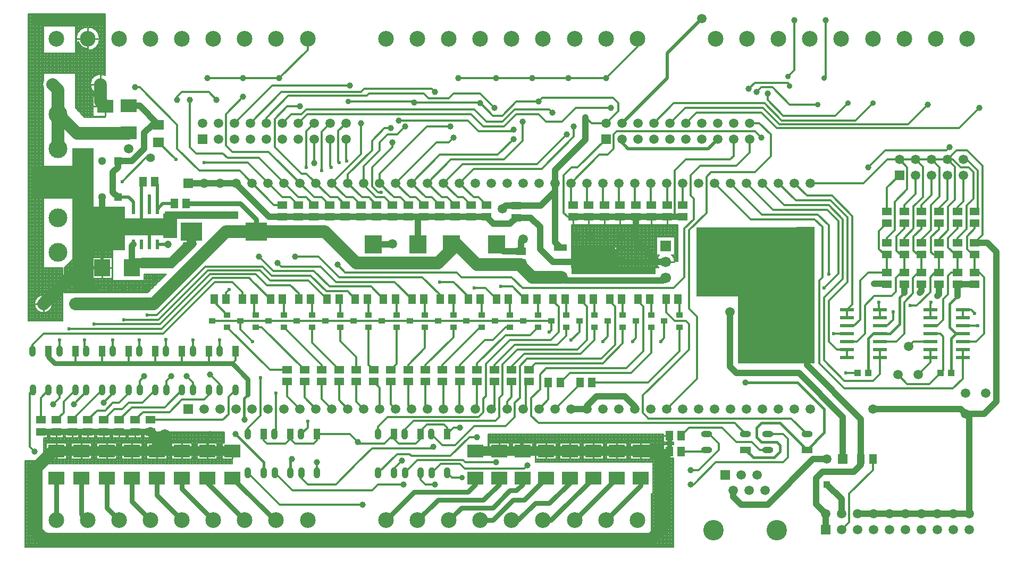
<source format=gtl>
%FSLAX42Y42*%
%MOMM*%
G71*
G01*
G75*
G04 Layer_Physical_Order=1*
%ADD10C,0.20*%
%ADD11O,1.00X1.80*%
%ADD12R,1.00X1.80*%
%ADD13R,3.40X3.00*%
%ADD14R,1.10X1.00*%
%ADD15R,2.20X0.60*%
%ADD16R,1.50X1.30*%
%ADD17R,2.70X3.00*%
%ADD18R,2.60X2.00*%
%ADD19R,1.80X1.00*%
%ADD20O,1.80X1.00*%
%ADD21R,1.30X1.50*%
%ADD22R,1.00X0.85*%
%ADD23R,4.00X3.50*%
%ADD24R,2.00X1.00*%
%ADD25R,7.00X2.80*%
%ADD26R,0.60X1.50*%
%ADD27R,1.80X1.60*%
%ADD28R,2.50X2.70*%
%ADD29R,17.00X11.00*%
%ADD30C,0.25*%
%ADD31C,1.50*%
%ADD32C,2.00*%
%ADD33C,0.30*%
%ADD34C,1.00*%
%ADD35C,0.80*%
%ADD36C,0.40*%
%ADD37C,0.50*%
%ADD38R,3.00X11.50*%
%ADD39R,12.25X11.00*%
%ADD40R,13.50X1.20*%
%ADD41R,3.00X4.40*%
%ADD42R,0.80X4.00*%
%ADD43R,4.55X0.80*%
%ADD44R,7.75X5.25*%
%ADD45R,11.50X1.75*%
%ADD46R,11.75X1.25*%
%ADD47R,2.25X3.90*%
%ADD48R,3.50X23.00*%
%ADD49R,8.25X7.00*%
%ADD50C,4.50*%
%ADD51C,1.50*%
%ADD52R,1.50X1.50*%
%ADD53C,3.25*%
%ADD54C,3.00*%
%ADD55R,1.30X1.30*%
%ADD56C,1.30*%
%ADD57R,1.60X1.60*%
%ADD58C,1.60*%
%ADD59C,2.00*%
%ADD60C,2.50*%
%ADD61R,1.70X1.70*%
%ADD62C,1.70*%
%ADD63C,1.40*%
%ADD64C,1.00*%
%ADD65C,0.60*%
%ADD66C,1.20*%
%ADD67C,0.90*%
D10*
X900Y-539D02*
G03*
X1050Y-655I150J39D01*
G01*
X10154Y-3945D02*
G03*
X10141Y-4150I96J-109D01*
G01*
X10395Y-4050D02*
G03*
X10346Y-3945I-145J-4D01*
G01*
X482Y-4725D02*
G03*
X482Y-4725I-140J0D01*
G01*
X350Y-1148D02*
G03*
X350Y-1302I140J-77D01*
G01*
Y-1148D02*
G03*
X350Y-1302I140J-77D01*
G01*
X1325Y-1084D02*
G03*
X1325Y-1366I-75J-141D01*
G01*
X1235Y-500D02*
G03*
X1235Y-500I-185J0D01*
G01*
X10375Y-6970D02*
Y-6930D01*
X10215D02*
X10375D01*
X10215D02*
Y-6800D01*
X10010Y-6940D02*
Y-6800D01*
X9990Y-6940D02*
Y-6800D01*
X10370Y-6970D02*
Y-6930D01*
X10350Y-6970D02*
Y-6930D01*
X10330Y-6970D02*
Y-6930D01*
X10310Y-6970D02*
Y-6930D01*
X10290Y-6970D02*
Y-6930D01*
X10270Y-6970D02*
Y-6930D01*
X10250Y-6970D02*
Y-6930D01*
X9970Y-6940D02*
Y-6800D01*
X9950Y-6940D02*
Y-6800D01*
X9930Y-6940D02*
Y-6800D01*
X9910Y-6940D02*
Y-6800D01*
X9890Y-6940D02*
Y-6800D01*
X9870Y-6940D02*
Y-6800D01*
X9850Y-6940D02*
Y-6800D01*
X9830Y-6940D02*
Y-6800D01*
X9810Y-6940D02*
Y-6800D01*
X9790Y-6940D02*
Y-6800D01*
X9770Y-6940D02*
Y-6800D01*
X9750Y-6940D02*
Y-6800D01*
X9730Y-6940D02*
Y-6800D01*
X9710Y-6940D02*
Y-6800D01*
X10230Y-6970D02*
Y-6930D01*
X10010Y-6950D02*
X10375D01*
X10215Y-6970D02*
X10375D01*
X10010Y-6970D02*
X10215D01*
X10010Y-6990D02*
X10215D01*
X10010Y-7010D02*
X10215D01*
X10010Y-7030D02*
X10215D01*
Y-7180D02*
X10375D01*
X10215D02*
Y-6970D01*
X10010Y-7050D02*
X10215D01*
X10010Y-7070D02*
X10215D01*
X9690Y-6940D02*
X10010D01*
X9635Y-6950D02*
X9690D01*
X9635Y-6970D02*
X9690D01*
X9635Y-6990D02*
X9690D01*
X10010Y-7090D02*
X10215D01*
X10010Y-7110D02*
X10215D01*
X10010Y-7190D02*
X10375D01*
X10010Y-7130D02*
X10215D01*
X10010Y-7150D02*
X10215D01*
X10010Y-7170D02*
X10215D01*
X9630Y-6940D02*
Y-6800D01*
X9610Y-6940D02*
Y-6800D01*
X9590Y-6940D02*
Y-6800D01*
X9570Y-6940D02*
Y-6800D01*
X9550Y-6940D02*
Y-6800D01*
X9530Y-6940D02*
Y-6800D01*
X9510Y-6940D02*
Y-6800D01*
X9490Y-6940D02*
Y-6800D01*
X9470Y-6940D02*
Y-6800D01*
X9450Y-6940D02*
Y-6800D01*
X9430Y-6940D02*
Y-6800D01*
X9410Y-6940D02*
Y-6800D01*
X9390Y-6940D02*
Y-6800D01*
X9370Y-6940D02*
Y-6800D01*
X9350Y-6940D02*
Y-6800D01*
X9330Y-6940D02*
Y-6800D01*
X9315Y-6940D02*
X9635D01*
X9250D02*
Y-6800D01*
X9230Y-6940D02*
Y-6800D01*
X9210Y-6940D02*
Y-6800D01*
X9190Y-6940D02*
Y-6800D01*
X9170Y-6940D02*
Y-6800D01*
X9150Y-6940D02*
Y-6800D01*
X9130Y-6940D02*
Y-6800D01*
X9110Y-6940D02*
Y-6800D01*
X9090Y-6940D02*
Y-6800D01*
X9070Y-6940D02*
Y-6800D01*
X9050Y-6940D02*
Y-6800D01*
X9635Y-7010D02*
X9690D01*
X9635Y-7030D02*
X9690D01*
X9635Y-7050D02*
X9690D01*
X9635Y-7070D02*
X9690D01*
X9260Y-6950D02*
X9315D01*
X9635Y-7090D02*
X9690D01*
X9635Y-7110D02*
X9690D01*
X9635Y-7130D02*
X9690D01*
X9635Y-7150D02*
X9690D01*
X9635Y-7170D02*
X9690D01*
X9635Y-7190D02*
X9690D01*
X9260Y-6970D02*
X9315D01*
X9260Y-6990D02*
X9315D01*
X9260Y-7010D02*
X9315D01*
X9260Y-7030D02*
X9315D01*
X9260Y-7050D02*
X9315D01*
X9260Y-7070D02*
X9315D01*
X9260Y-7090D02*
X9315D01*
X9260Y-7110D02*
X9315D01*
X9260Y-7130D02*
X9315D01*
X9260Y-7150D02*
X9315D01*
X9260Y-7170D02*
X9315D01*
X10375Y-7750D02*
Y-7180D01*
X10370Y-7770D02*
Y-7180D01*
X10350Y-7770D02*
Y-7180D01*
X10330Y-7770D02*
Y-7180D01*
X10310Y-7770D02*
Y-7180D01*
X10290Y-7770D02*
Y-7180D01*
X10270Y-7770D02*
Y-7180D01*
X10210Y-7770D02*
Y-6800D01*
X10190Y-7770D02*
Y-6800D01*
X10250Y-7770D02*
Y-7180D01*
X10230Y-7770D02*
Y-7180D01*
X10170Y-7770D02*
Y-6800D01*
X10150Y-7770D02*
Y-6800D01*
X10130Y-7770D02*
Y-6800D01*
X10050Y-7225D02*
Y-6800D01*
X10025Y-7250D02*
X10050Y-7225D01*
Y-7230D02*
X10375D01*
X10050Y-7250D02*
X10375D01*
X10030Y-7245D02*
Y-6800D01*
X10010Y-7200D02*
Y-6940D01*
X9690Y-7200D02*
X10010D01*
X10110Y-7770D02*
Y-6800D01*
X10090Y-7770D02*
Y-6800D01*
X10070Y-7770D02*
Y-6800D01*
X10050Y-7770D02*
Y-7225D01*
X10010Y-7250D02*
Y-7200D01*
X9990Y-7250D02*
Y-7200D01*
X9970Y-7250D02*
Y-7200D01*
X10050Y-7270D02*
X10375D01*
X10050Y-7290D02*
X10375D01*
X10050Y-7310D02*
X10375D01*
X10050Y-7330D02*
X10375D01*
X10050Y-7350D02*
X10375D01*
X10050Y-7370D02*
X10375D01*
X10050Y-7390D02*
X10375D01*
X10050Y-7410D02*
X10375D01*
X10050Y-7430D02*
X10375D01*
X10050Y-7450D02*
X10375D01*
X10050Y-7470D02*
X10375D01*
X10050Y-7490D02*
X10375D01*
X10050Y-7510D02*
X10375D01*
Y-7770D02*
Y-7750D01*
X10050Y-7530D02*
X10375D01*
X10050Y-7550D02*
X10375D01*
X10050Y-7570D02*
X10375D01*
X10050Y-7590D02*
X10375D01*
X10050Y-7610D02*
X10375D01*
X10050Y-7630D02*
X10375D01*
X10050Y-7650D02*
X10375D01*
X10050Y-7670D02*
X10375D01*
X10050Y-7690D02*
X10375D01*
X10050Y-7710D02*
X10375D01*
X10050Y-7730D02*
X10375D01*
X10050Y-7750D02*
X10375D01*
X10050Y-7770D02*
X10375D01*
X9950Y-7250D02*
Y-7200D01*
X9930Y-7250D02*
Y-7200D01*
X9910Y-7250D02*
Y-7200D01*
X9890Y-7250D02*
Y-7200D01*
X9870Y-7250D02*
Y-7200D01*
X9850Y-7250D02*
Y-7200D01*
X9830Y-7250D02*
Y-7200D01*
X9810Y-7250D02*
Y-7200D01*
X9790Y-7250D02*
Y-7200D01*
X9770Y-7250D02*
Y-7200D01*
X9750Y-7250D02*
Y-7200D01*
X9730Y-7250D02*
Y-7200D01*
X9710Y-7250D02*
Y-7200D01*
X9690D02*
Y-6940D01*
X9635Y-7200D02*
Y-6940D01*
X9260Y-7190D02*
X9315D01*
Y-7200D02*
Y-6940D01*
X9260Y-7200D02*
Y-6940D01*
X9690Y-7250D02*
Y-6800D01*
X9670Y-7250D02*
Y-6800D01*
X9650Y-7250D02*
Y-6800D01*
X9310Y-7250D02*
Y-6800D01*
X9290Y-7250D02*
Y-6800D01*
X9270Y-7250D02*
Y-6800D01*
X9630Y-7250D02*
Y-7200D01*
X9610Y-7250D02*
Y-7200D01*
X9590Y-7250D02*
Y-7200D01*
X9570Y-7250D02*
Y-7200D01*
X9550Y-7250D02*
Y-7200D01*
X9530Y-7250D02*
Y-7200D01*
X9510Y-7250D02*
Y-7200D01*
X9490Y-7250D02*
Y-7200D01*
X9470Y-7250D02*
Y-7200D01*
X9450Y-7250D02*
Y-7200D01*
X9430Y-7250D02*
Y-7200D01*
X9410Y-7250D02*
Y-7200D01*
X9390Y-7250D02*
Y-7200D01*
X9370Y-7250D02*
Y-7200D01*
X9350Y-7250D02*
Y-7200D01*
X9315D02*
X9635D01*
X9330Y-7250D02*
Y-7200D01*
X9250Y-7250D02*
Y-7200D01*
X9230Y-7250D02*
Y-7200D01*
X9210Y-7250D02*
Y-7200D01*
X9190Y-7250D02*
Y-7200D01*
X9170Y-7250D02*
Y-7200D01*
X9150Y-7250D02*
Y-7200D01*
X9130Y-7250D02*
Y-7200D01*
X9110Y-7250D02*
Y-7200D01*
X9090Y-7250D02*
Y-7200D01*
X9070Y-7250D02*
Y-7200D01*
X9030Y-6940D02*
Y-6800D01*
X9010Y-6940D02*
Y-6800D01*
X8990Y-6940D02*
Y-6800D01*
X8970Y-6940D02*
Y-6800D01*
X8950Y-6940D02*
Y-6800D01*
X8870Y-6940D02*
Y-6800D01*
X8850Y-6940D02*
Y-6800D01*
X8830Y-6940D02*
Y-6800D01*
X8810Y-6940D02*
Y-6800D01*
X8790Y-6940D02*
Y-6800D01*
X8770Y-6940D02*
Y-6800D01*
X8750Y-6940D02*
Y-6800D01*
X8730Y-6940D02*
Y-6800D01*
X8710Y-6940D02*
Y-6800D01*
X8690Y-6940D02*
Y-6800D01*
X7425D02*
X10215D01*
X8670Y-6940D02*
Y-6800D01*
X8650Y-6940D02*
Y-6800D01*
X8630Y-6940D02*
Y-6800D01*
X8610Y-6940D02*
Y-6800D01*
X8590Y-6940D02*
Y-6800D01*
X8570Y-6940D02*
Y-6800D01*
X8510Y-6940D02*
Y-6800D01*
X8490Y-6940D02*
Y-6800D01*
X8470Y-6940D02*
Y-6800D01*
X8450Y-6940D02*
Y-6800D01*
X8430Y-6940D02*
Y-6800D01*
X8410Y-6940D02*
Y-6800D01*
X8940Y-6940D02*
X9260D01*
X8885Y-6950D02*
X8940D01*
X8885Y-6970D02*
X8940D01*
X8885Y-6990D02*
X8940D01*
X8565Y-6940D02*
X8885D01*
X8510Y-6950D02*
X8565D01*
X8510Y-6970D02*
X8565D01*
X8885Y-7010D02*
X8940D01*
X8510Y-6990D02*
X8565D01*
X8885Y-7030D02*
X8940D01*
X8885Y-7050D02*
X8940D01*
X8510Y-7010D02*
X8565D01*
X8510Y-7030D02*
X8565D01*
X8510Y-7050D02*
X8565D01*
X7425Y-6810D02*
X10215D01*
X7425Y-6830D02*
X10215D01*
X7425Y-6850D02*
X10215D01*
X7425Y-6930D02*
X10375D01*
X7425Y-6870D02*
X10215D01*
X7425Y-6890D02*
X10215D01*
X7425Y-6910D02*
X10215D01*
X8390Y-6940D02*
Y-6800D01*
X8370Y-6940D02*
Y-6800D01*
X8190Y-6940D02*
X8510D01*
X8350D02*
Y-6800D01*
X8330Y-6940D02*
Y-6800D01*
X8310Y-6940D02*
Y-6800D01*
X8290Y-6940D02*
Y-6800D01*
X8270Y-6940D02*
Y-6800D01*
X8250Y-6940D02*
Y-6800D01*
X8230Y-6940D02*
Y-6800D01*
X8210Y-6940D02*
Y-6800D01*
X8130Y-6940D02*
Y-6800D01*
X8110Y-6940D02*
Y-6800D01*
X8090Y-6940D02*
Y-6800D01*
X8070Y-6940D02*
Y-6800D01*
X8050Y-6940D02*
Y-6800D01*
X8030Y-6940D02*
Y-6800D01*
X8010Y-6940D02*
Y-6800D01*
X7990Y-6940D02*
Y-6800D01*
X7970Y-6940D02*
Y-6800D01*
X7950Y-6940D02*
Y-6800D01*
X7930Y-6940D02*
Y-6800D01*
X7910Y-6940D02*
Y-6800D01*
X7890Y-6940D02*
Y-6800D01*
X7870Y-6940D02*
Y-6800D01*
X7850Y-6940D02*
Y-6800D01*
X7830Y-6940D02*
Y-6800D01*
X7750Y-6940D02*
Y-6800D01*
X7730Y-6940D02*
Y-6800D01*
X7710Y-6940D02*
Y-6800D01*
X7690Y-6940D02*
Y-6800D01*
X7670Y-6940D02*
Y-6800D01*
X7650Y-6940D02*
Y-6800D01*
X8135Y-6950D02*
X8190D01*
X7815Y-6940D02*
X8135D01*
Y-6970D02*
X8190D01*
X7760Y-6950D02*
X7815D01*
X7630Y-6940D02*
Y-6800D01*
X7610Y-6940D02*
Y-6800D01*
X7590Y-6940D02*
Y-6800D01*
X8135Y-6990D02*
X8190D01*
X7760Y-6970D02*
X7815D01*
X8135Y-7010D02*
X8190D01*
X8135Y-7030D02*
X8190D01*
X7760Y-6990D02*
X7815D01*
X7760Y-7010D02*
X7815D01*
X7760Y-7030D02*
X7815D01*
X7570Y-6940D02*
Y-6800D01*
X7550Y-6940D02*
Y-6800D01*
X7530Y-6940D02*
Y-6800D01*
X7510Y-6940D02*
Y-6800D01*
X7490Y-6940D02*
Y-6800D01*
X7470Y-6940D02*
Y-6800D01*
X7450Y-6940D02*
Y-6800D01*
X7440Y-6940D02*
X7760D01*
X7425Y-6950D02*
X7440D01*
X7425Y-6970D02*
X7440D01*
X7425Y-6990D02*
X7440D01*
X7425Y-7010D02*
X7440D01*
X7425Y-7030D02*
X7440D01*
X8885Y-7070D02*
X8940D01*
X8885Y-7090D02*
X8940D01*
X8885Y-7110D02*
X8940D01*
X8885Y-7130D02*
X8940D01*
X8885Y-7150D02*
X8940D01*
Y-7200D02*
Y-6940D01*
X8930Y-7250D02*
Y-6800D01*
X8885Y-7170D02*
X8940D01*
X8885Y-7190D02*
X8940D01*
X8910Y-7250D02*
Y-6800D01*
X8890Y-7250D02*
Y-6800D01*
X8885Y-7200D02*
Y-6940D01*
X8510Y-7070D02*
X8565D01*
X8510Y-7090D02*
X8565D01*
X8510Y-7110D02*
X8565D01*
X8510Y-7130D02*
X8565D01*
X8510Y-7150D02*
X8565D01*
Y-7200D02*
Y-6940D01*
X8510Y-7170D02*
X8565D01*
X8510Y-7190D02*
X8565D01*
X8550Y-7250D02*
Y-6800D01*
X8530Y-7250D02*
Y-6800D01*
X8510Y-7200D02*
Y-6940D01*
X9050Y-7250D02*
Y-7200D01*
X8940D02*
X9260D01*
X9030Y-7250D02*
Y-7200D01*
X9010Y-7250D02*
Y-7200D01*
X8990Y-7250D02*
Y-7200D01*
X8970Y-7250D02*
Y-7200D01*
X8950Y-7250D02*
Y-7200D01*
X8870Y-7250D02*
Y-7200D01*
X8850Y-7250D02*
Y-7200D01*
X8830Y-7250D02*
Y-7200D01*
X8810Y-7250D02*
Y-7200D01*
X8790Y-7250D02*
Y-7200D01*
X8770Y-7250D02*
Y-7200D01*
X8750Y-7250D02*
Y-7200D01*
X8730Y-7250D02*
Y-7200D01*
X8565D02*
X8885D01*
X8175Y-7210D02*
X10375D01*
X8175Y-7230D02*
X10045D01*
X8710Y-7250D02*
Y-7200D01*
X8690Y-7250D02*
Y-7200D01*
X8670Y-7250D02*
Y-7200D01*
X8650Y-7250D02*
Y-7200D01*
X8630Y-7250D02*
Y-7200D01*
X8175Y-7250D02*
X10025D01*
X8610D02*
Y-7200D01*
X8590Y-7250D02*
Y-7200D01*
X8570Y-7250D02*
Y-7200D01*
X8135Y-7050D02*
X8190D01*
X8170Y-7070D02*
Y-6800D01*
X8150Y-7070D02*
Y-6800D01*
X8175Y-7070D02*
X8190D01*
X8190Y-7250D02*
Y-6800D01*
X8190Y-7200D02*
Y-6940D01*
X8135Y-7070D02*
Y-6940D01*
X7815Y-7070D02*
Y-6940D01*
X7810Y-7070D02*
Y-6800D01*
X7790Y-7070D02*
Y-6800D01*
X7760Y-7050D02*
X7815D01*
X7770Y-7070D02*
Y-6800D01*
X7760Y-7070D02*
Y-6940D01*
X7425Y-7050D02*
X7440D01*
X7430Y-7070D02*
Y-6800D01*
X7425Y-7070D02*
Y-6800D01*
X7440Y-7070D02*
Y-6940D01*
X8510Y-7250D02*
Y-7200D01*
X8490Y-7250D02*
Y-7200D01*
X8470Y-7250D02*
Y-7200D01*
X8450Y-7250D02*
Y-7200D01*
X8430Y-7250D02*
Y-7200D01*
X8410Y-7250D02*
Y-7200D01*
X8390Y-7250D02*
Y-7200D01*
X8370Y-7250D02*
Y-7200D01*
X8350Y-7250D02*
Y-7200D01*
X8330Y-7250D02*
Y-7200D01*
X8310Y-7250D02*
Y-7200D01*
X8290Y-7250D02*
Y-7200D01*
X8270Y-7250D02*
Y-7200D01*
X8250Y-7250D02*
Y-7200D01*
X8175Y-7090D02*
X8190D01*
X8175Y-7110D02*
X8190D01*
X8175Y-7130D02*
X8190D01*
X8175Y-7150D02*
X8190D01*
X8135Y-7070D02*
X8175D01*
X7760D02*
X7815D01*
X7425D02*
X7440D01*
X8230Y-7250D02*
Y-7200D01*
X8190D02*
X8510D01*
X8210Y-7250D02*
Y-7200D01*
X8175Y-7250D02*
Y-7070D01*
Y-7170D02*
X8190D01*
X8175Y-7190D02*
X8190D01*
X10075Y-7750D02*
X10375D01*
X10025Y-7750D02*
X10375D01*
X10025Y-7770D02*
X10375D01*
X10025Y-7790D02*
X10375D01*
X10025Y-7810D02*
X10375D01*
X10025Y-7830D02*
X10375D01*
X10025Y-7850D02*
X10375D01*
X10025Y-7870D02*
X10375D01*
X10025Y-7890D02*
X10375D01*
X10025Y-7910D02*
X10375D01*
X10025Y-7750D02*
X10075D01*
X10025Y-8425D02*
Y-7750D01*
X10375Y-8600D02*
Y-7750D01*
X10025Y-7930D02*
X10375D01*
X10025Y-7950D02*
X10375D01*
X10025Y-7970D02*
X10375D01*
X10025Y-7990D02*
X10375D01*
X10025Y-8010D02*
X10375D01*
X10025Y-8030D02*
X10375D01*
X10370Y-8600D02*
Y-7750D01*
X10350Y-8600D02*
Y-7750D01*
X10330Y-8600D02*
Y-7750D01*
X10310Y-8600D02*
Y-7750D01*
X10290Y-8600D02*
Y-7750D01*
X10270Y-8600D02*
Y-7750D01*
X10250Y-8600D02*
Y-7750D01*
X10230Y-8600D02*
Y-7750D01*
X10210Y-8600D02*
Y-7750D01*
X10190Y-8600D02*
Y-7750D01*
X10170Y-8600D02*
Y-7750D01*
X10150Y-8600D02*
Y-7750D01*
X10130Y-8600D02*
Y-7750D01*
X10110Y-8600D02*
Y-7750D01*
X10090Y-8600D02*
Y-7750D01*
X10070Y-8600D02*
Y-7750D01*
X10050Y-8600D02*
Y-7750D01*
X10030Y-8600D02*
Y-7750D01*
X10025Y-8050D02*
X10375D01*
X10025Y-8070D02*
X10375D01*
X10025Y-8090D02*
X10375D01*
X10025Y-8110D02*
X10375D01*
X10025Y-8130D02*
X10375D01*
X10025Y-8150D02*
X10375D01*
X10025Y-8170D02*
X10375D01*
X10025Y-8190D02*
X10375D01*
X10025Y-8210D02*
X10375D01*
X10025Y-8230D02*
X10375D01*
X10025Y-8250D02*
X10375D01*
X10025Y-8270D02*
X10375D01*
X10025Y-8290D02*
X10375D01*
X10025Y-8310D02*
X10375D01*
X10025Y-8330D02*
X10375D01*
X10025Y-8350D02*
X10375D01*
X10025Y-8370D02*
X10375D01*
X10025Y-8390D02*
X10375D01*
X10025Y-8410D02*
X10375D01*
X10010Y-8600D02*
Y-8425D01*
X9990Y-8600D02*
Y-8425D01*
X9970Y-8600D02*
Y-8425D01*
X9950Y-8600D02*
Y-8425D01*
X9930Y-8600D02*
Y-8425D01*
X9910Y-8600D02*
Y-8425D01*
X9890Y-8600D02*
Y-8425D01*
X9870Y-8600D02*
Y-8425D01*
X9850Y-8600D02*
Y-8425D01*
X9830Y-8600D02*
Y-8425D01*
X9810Y-8600D02*
Y-8425D01*
X9790Y-8600D02*
Y-8425D01*
X9770Y-8600D02*
Y-8425D01*
X9750Y-8600D02*
Y-8425D01*
X9730Y-8600D02*
Y-8425D01*
X9710Y-8600D02*
Y-8425D01*
X9690Y-8600D02*
Y-8425D01*
X9670Y-8600D02*
Y-8425D01*
X9650Y-8600D02*
Y-8425D01*
X9630Y-8600D02*
Y-8425D01*
X9610Y-8600D02*
Y-8425D01*
X9590Y-8600D02*
Y-8425D01*
X9570Y-8600D02*
Y-8425D01*
X9550Y-8600D02*
Y-8425D01*
X9530Y-8600D02*
Y-8425D01*
X9510Y-8600D02*
Y-8425D01*
X9490Y-8600D02*
Y-8425D01*
X9470Y-8600D02*
Y-8425D01*
X9450Y-8600D02*
Y-8425D01*
X9430Y-8600D02*
Y-8425D01*
X9410Y-8600D02*
Y-8425D01*
X9390Y-8600D02*
Y-8425D01*
X9370Y-8600D02*
Y-8425D01*
X9350Y-8600D02*
Y-8425D01*
X9330Y-8600D02*
Y-8425D01*
X9310Y-8600D02*
Y-8425D01*
X9290Y-8600D02*
Y-8425D01*
X9270Y-8600D02*
Y-8425D01*
X9250Y-8600D02*
Y-8425D01*
X9230Y-8600D02*
Y-8425D01*
X9210Y-8600D02*
Y-8425D01*
X9190Y-8600D02*
Y-8425D01*
X9170Y-8600D02*
Y-8425D01*
X9150Y-8600D02*
Y-8425D01*
X9130Y-8600D02*
Y-8425D01*
X9110Y-8600D02*
Y-8425D01*
X9090Y-8600D02*
Y-8425D01*
X9070Y-8600D02*
Y-8425D01*
X9050Y-8600D02*
Y-8425D01*
X9030Y-8600D02*
Y-8425D01*
X9010Y-8600D02*
Y-8425D01*
X8990Y-8600D02*
Y-8425D01*
X8970Y-8600D02*
Y-8425D01*
X8950Y-8600D02*
Y-8425D01*
X8930Y-8600D02*
Y-8425D01*
X8910Y-8600D02*
Y-8425D01*
X8890Y-8600D02*
Y-8425D01*
X8870Y-8600D02*
Y-8425D01*
X8850Y-8600D02*
Y-8425D01*
X8830Y-8600D02*
Y-8425D01*
X8810Y-8600D02*
Y-8425D01*
X8790Y-8600D02*
Y-8425D01*
X8770Y-8600D02*
Y-8425D01*
X8750Y-8600D02*
Y-8425D01*
X8730Y-8600D02*
Y-8425D01*
X8710Y-8600D02*
Y-8425D01*
X8690Y-8600D02*
Y-8425D01*
X8670Y-8600D02*
Y-8425D01*
X8650Y-8600D02*
Y-8425D01*
X8630Y-8600D02*
Y-8425D01*
X8610Y-8600D02*
Y-8425D01*
X8590Y-8600D02*
Y-8425D01*
X8570Y-8600D02*
Y-8425D01*
X8550Y-8600D02*
Y-8425D01*
X8530Y-8600D02*
Y-8425D01*
X8510Y-8600D02*
Y-8425D01*
X8490Y-8600D02*
Y-8425D01*
X8470Y-8600D02*
Y-8425D01*
X8450Y-8600D02*
Y-8425D01*
X8430Y-8600D02*
Y-8425D01*
X8410Y-8600D02*
Y-8425D01*
X8390Y-8600D02*
Y-8425D01*
X8370Y-8600D02*
Y-8425D01*
X8350Y-8600D02*
Y-8425D01*
X8330Y-8600D02*
Y-8425D01*
X8310Y-8600D02*
Y-8425D01*
X8290Y-8600D02*
Y-8425D01*
X8270Y-8600D02*
Y-8425D01*
X8250Y-8600D02*
Y-8425D01*
X8230Y-8600D02*
Y-8425D01*
X3225Y-6940D02*
Y-6765D01*
X3210Y-6940D02*
Y-6765D01*
X3110Y-6940D02*
Y-6765D01*
X3090Y-6940D02*
Y-6765D01*
X3070Y-6940D02*
Y-6765D01*
X3190Y-6940D02*
X3225D01*
X3050D02*
Y-6765D01*
X3030Y-6940D02*
Y-6765D01*
X3010Y-6940D02*
Y-6765D01*
X2990Y-6940D02*
Y-6765D01*
X2970Y-6940D02*
Y-6765D01*
X2950Y-6940D02*
Y-6765D01*
X2930Y-6940D02*
Y-6765D01*
X2910Y-6940D02*
Y-6765D01*
X2890Y-6940D02*
Y-6765D01*
X2870Y-6940D02*
Y-6765D01*
X2850Y-6940D02*
Y-6765D01*
X2830Y-6940D02*
Y-6765D01*
X2810Y-6940D02*
Y-6765D01*
X3110Y-6950D02*
X3190D01*
X3110Y-6970D02*
X3190D01*
Y-7200D02*
Y-6940D01*
X3110Y-6990D02*
X3190D01*
X3110Y-7010D02*
X3190D01*
X3110Y-7030D02*
X3190D01*
X3110Y-7050D02*
X3190D01*
X3190Y-7275D02*
Y-6765D01*
X3170Y-7275D02*
Y-6765D01*
X3150Y-7275D02*
Y-6765D01*
X3110Y-7200D02*
Y-6940D01*
X3130Y-7275D02*
Y-6765D01*
X2710Y-6940D02*
Y-6765D01*
X2690Y-6940D02*
Y-6765D01*
X2670Y-6940D02*
Y-6765D01*
X2650Y-6940D02*
Y-6765D01*
X2630Y-6940D02*
Y-6765D01*
X2790Y-6940D02*
X3110D01*
X2610D02*
Y-6765D01*
X2590Y-6940D02*
Y-6765D01*
X2390Y-6940D02*
X2710D01*
X2570D02*
Y-6765D01*
X2550Y-6940D02*
Y-6765D01*
X2530Y-6940D02*
Y-6765D01*
X2510Y-6940D02*
Y-6765D01*
X2490Y-6940D02*
Y-6765D01*
X2470Y-6940D02*
Y-6765D01*
X2450Y-6940D02*
Y-6765D01*
X2430Y-6940D02*
Y-6765D01*
X2410Y-6940D02*
Y-6765D01*
X2790Y-7200D02*
Y-6940D01*
X2790Y-7275D02*
Y-6765D01*
X2770Y-7275D02*
Y-6765D01*
X2710Y-6950D02*
X2790D01*
X2710Y-6970D02*
X2790D01*
X2710Y-6990D02*
X2790D01*
X2710Y-7010D02*
X2790D01*
X2710Y-7030D02*
X2790D01*
X2710Y-7050D02*
X2790D01*
X2750Y-7275D02*
Y-6765D01*
X2730Y-7275D02*
Y-6765D01*
X2390Y-7275D02*
Y-6765D01*
X2370Y-7275D02*
Y-6765D01*
X2350Y-7275D02*
Y-6765D01*
X2710Y-7200D02*
Y-6940D01*
X2390Y-7200D02*
Y-6940D01*
X2330Y-7275D02*
Y-6765D01*
X3350Y-7275D02*
Y-7200D01*
X3350Y-7275D02*
Y-7200D01*
X3330Y-7275D02*
Y-7200D01*
X3190D02*
X3350D01*
X3310Y-7275D02*
Y-7200D01*
X3290Y-7275D02*
Y-7200D01*
X3270Y-7275D02*
Y-7200D01*
X3250Y-7275D02*
Y-7200D01*
X3230Y-7275D02*
Y-7200D01*
X3110Y-7070D02*
X3190D01*
X3110Y-7090D02*
X3190D01*
X3110Y-7110D02*
X3190D01*
X3110Y-7130D02*
X3190D01*
X3110Y-7150D02*
X3190D01*
X3110Y-7170D02*
X3190D01*
X3210Y-7275D02*
Y-7200D01*
X3110Y-7190D02*
X3190D01*
X3110Y-7275D02*
Y-7200D01*
X3090Y-7275D02*
Y-7200D01*
X3070Y-7275D02*
Y-7200D01*
X8210Y-8600D02*
Y-8425D01*
X3050Y-7275D02*
Y-7200D01*
X3030Y-7275D02*
Y-7200D01*
X8190Y-8600D02*
Y-8425D01*
X8170Y-8600D02*
Y-8425D01*
X8150Y-8600D02*
Y-8425D01*
X8130Y-8600D02*
Y-8425D01*
X3010Y-7275D02*
Y-7200D01*
X2990Y-7275D02*
Y-7200D01*
X2970Y-7275D02*
Y-7200D01*
X2950Y-7275D02*
Y-7200D01*
X2930Y-7275D02*
Y-7200D01*
X2910Y-7275D02*
Y-7200D01*
X2890Y-7275D02*
Y-7200D01*
X2870Y-7275D02*
Y-7200D01*
X2850Y-7275D02*
Y-7200D01*
X2710Y-7070D02*
X2790D01*
X2710Y-7090D02*
X2790D01*
X2710Y-7110D02*
X2790D01*
X2710Y-7130D02*
X2790D01*
X2710Y-7150D02*
X2790D01*
Y-7200D02*
X3110D01*
X2830Y-7275D02*
Y-7200D01*
X2710Y-7170D02*
X2790D01*
X2710Y-7190D02*
X2790D01*
X2310Y-7110D02*
X2390D01*
X2310Y-7130D02*
X2390D01*
X2310Y-7150D02*
X2390D01*
Y-7200D02*
X2710D01*
X2310Y-7170D02*
X2390D01*
X2310Y-7190D02*
X2390D01*
X2810Y-7275D02*
Y-7200D01*
X2710Y-7275D02*
Y-7200D01*
X2690Y-7275D02*
Y-7200D01*
X2670Y-7275D02*
Y-7200D01*
X2650Y-7275D02*
Y-7200D01*
X2630Y-7275D02*
Y-7200D01*
X2610Y-7275D02*
Y-7200D01*
X2590Y-7275D02*
Y-7200D01*
X2570Y-7275D02*
Y-7200D01*
X2550Y-7275D02*
Y-7200D01*
X2530Y-7275D02*
Y-7200D01*
X2510Y-7275D02*
Y-7200D01*
X2490Y-7275D02*
Y-7200D01*
X2470Y-7275D02*
Y-7200D01*
X2450Y-7275D02*
Y-7200D01*
X2430Y-7275D02*
Y-7200D01*
X2410Y-7275D02*
Y-7200D01*
X2310Y-7275D02*
Y-7200D01*
X8110Y-8600D02*
Y-8425D01*
X8090Y-8600D02*
Y-8425D01*
X8070Y-8600D02*
Y-8425D01*
X8050Y-8600D02*
Y-8425D01*
X8030Y-8600D02*
Y-8425D01*
X8010Y-8600D02*
Y-8425D01*
X7990Y-8600D02*
Y-8425D01*
X7970Y-8600D02*
Y-8425D01*
X7950Y-8600D02*
Y-8425D01*
X7930Y-8600D02*
Y-8425D01*
X7910Y-8600D02*
Y-8425D01*
X7890Y-8600D02*
Y-8425D01*
X7870Y-8600D02*
Y-8425D01*
X7850Y-8600D02*
Y-8425D01*
X7830Y-8600D02*
Y-8425D01*
X7810Y-8600D02*
Y-8425D01*
X7790Y-8600D02*
Y-8425D01*
X7770Y-8600D02*
Y-8425D01*
X7750Y-8600D02*
Y-8425D01*
X7730Y-8600D02*
Y-8425D01*
X7710Y-8600D02*
Y-8425D01*
X7690Y-8600D02*
Y-8425D01*
X7670Y-8600D02*
Y-8425D01*
X7650Y-8600D02*
Y-8425D01*
X7630Y-8600D02*
Y-8425D01*
X7610Y-8600D02*
Y-8425D01*
X7590Y-8600D02*
Y-8425D01*
X7570Y-8600D02*
Y-8425D01*
X7550Y-8600D02*
Y-8425D01*
X7530Y-8600D02*
Y-8425D01*
X7510Y-8600D02*
Y-8425D01*
X7490Y-8600D02*
Y-8425D01*
X7470Y-8600D02*
Y-8425D01*
X7450Y-8600D02*
Y-8425D01*
X7430Y-8600D02*
Y-8425D01*
X7410Y-8600D02*
Y-8425D01*
X7390Y-8600D02*
Y-8425D01*
X7370Y-8600D02*
Y-8425D01*
X7350Y-8600D02*
Y-8425D01*
X7330Y-8600D02*
Y-8425D01*
X7310Y-8600D02*
Y-8425D01*
X7290Y-8600D02*
Y-8425D01*
X7270Y-8600D02*
Y-8425D01*
X7250Y-8600D02*
Y-8425D01*
X7230Y-8600D02*
Y-8425D01*
X7210Y-8600D02*
Y-8425D01*
X7190Y-8600D02*
Y-8425D01*
X7170Y-8600D02*
Y-8425D01*
X7150Y-8600D02*
Y-8425D01*
X7130Y-8600D02*
Y-8425D01*
X7110Y-8600D02*
Y-8425D01*
X7090Y-8600D02*
Y-8425D01*
X7070Y-8600D02*
Y-8425D01*
X7050Y-8600D02*
Y-8425D01*
X7030Y-8600D02*
Y-8425D01*
X7010Y-8600D02*
Y-8425D01*
X6990Y-8600D02*
Y-8425D01*
X6970Y-8600D02*
Y-8425D01*
X6950Y-8600D02*
Y-8425D01*
X6930Y-8600D02*
Y-8425D01*
X6910Y-8600D02*
Y-8425D01*
X6890Y-8600D02*
Y-8425D01*
X6870Y-8600D02*
Y-8425D01*
X6850Y-8600D02*
Y-8425D01*
X6830Y-8600D02*
Y-8425D01*
X6810Y-8600D02*
Y-8425D01*
X6790Y-8600D02*
Y-8425D01*
X6770Y-8600D02*
Y-8425D01*
X6750Y-8600D02*
Y-8425D01*
X6730Y-8600D02*
Y-8425D01*
X6710Y-8600D02*
Y-8425D01*
X6690Y-8600D02*
Y-8425D01*
X6670Y-8600D02*
Y-8425D01*
X6650Y-8600D02*
Y-8425D01*
X6630Y-8600D02*
Y-8425D01*
X6610Y-8600D02*
Y-8425D01*
X6590Y-8600D02*
Y-8425D01*
X6570Y-8600D02*
Y-8425D01*
X6550Y-8600D02*
Y-8425D01*
X6530Y-8600D02*
Y-8425D01*
X6510Y-8600D02*
Y-8425D01*
X6490Y-8600D02*
Y-8425D01*
X6470Y-8600D02*
Y-8425D01*
X6450Y-8600D02*
Y-8425D01*
X6430Y-8600D02*
Y-8425D01*
X6410Y-8600D02*
Y-8425D01*
X6390Y-8600D02*
Y-8425D01*
X6370Y-8600D02*
Y-8425D01*
X6350Y-8600D02*
Y-8425D01*
X6330Y-8600D02*
Y-8425D01*
X6310Y-8600D02*
Y-8425D01*
X6290Y-8600D02*
Y-8425D01*
X6270Y-8600D02*
Y-8425D01*
X6250Y-8600D02*
Y-8425D01*
X6230Y-8600D02*
Y-8425D01*
X6210Y-8600D02*
Y-8425D01*
X6190Y-8600D02*
Y-8425D01*
X6170Y-8600D02*
Y-8425D01*
X6150Y-8600D02*
Y-8425D01*
X6130Y-8600D02*
Y-8425D01*
X6110Y-8600D02*
Y-8425D01*
X6090Y-8600D02*
Y-8425D01*
X6070Y-8600D02*
Y-8425D01*
X6050Y-8600D02*
Y-8425D01*
X6030Y-8600D02*
Y-8425D01*
X6010Y-8600D02*
Y-8425D01*
X5990Y-8600D02*
Y-8425D01*
X5970Y-8600D02*
Y-8425D01*
X5950Y-8600D02*
Y-8425D01*
X5930Y-8600D02*
Y-8425D01*
X5910Y-8600D02*
Y-8425D01*
X5890Y-8600D02*
Y-8425D01*
X5870Y-8600D02*
Y-8425D01*
X5850Y-8600D02*
Y-8425D01*
X5830Y-8600D02*
Y-8425D01*
X5810Y-8600D02*
Y-8425D01*
X5790Y-8600D02*
Y-8425D01*
X5770Y-8600D02*
Y-8425D01*
X5750Y-8600D02*
Y-8425D01*
X5730Y-8600D02*
Y-8425D01*
X5710Y-8600D02*
Y-8425D01*
X5690Y-8600D02*
Y-8425D01*
X5670Y-8600D02*
Y-8425D01*
X5650Y-8600D02*
Y-8425D01*
X5630Y-8600D02*
Y-8425D01*
X5610Y-8600D02*
Y-8425D01*
X5590Y-8600D02*
Y-8425D01*
X5570Y-8600D02*
Y-8425D01*
X5550Y-8600D02*
Y-8425D01*
X5530Y-8600D02*
Y-8425D01*
X5510Y-8600D02*
Y-8425D01*
X5490Y-8600D02*
Y-8425D01*
X5470Y-8600D02*
Y-8425D01*
X5450Y-8600D02*
Y-8425D01*
X5430Y-8600D02*
Y-8425D01*
X5410Y-8600D02*
Y-8425D01*
X5390Y-8600D02*
Y-8425D01*
X5370Y-8600D02*
Y-8425D01*
X5350Y-8600D02*
Y-8425D01*
X5330Y-8600D02*
Y-8425D01*
X5310Y-8600D02*
Y-8425D01*
X5290Y-8600D02*
Y-8425D01*
X5270Y-8600D02*
Y-8425D01*
X5250Y-8600D02*
Y-8425D01*
X5230Y-8600D02*
Y-8425D01*
X5210Y-8600D02*
Y-8425D01*
X5190Y-8600D02*
Y-8425D01*
X5170Y-8600D02*
Y-8425D01*
X5150Y-8600D02*
Y-8425D01*
X5130Y-8600D02*
Y-8425D01*
X5110Y-8600D02*
Y-8425D01*
X5090Y-8600D02*
Y-8425D01*
X5070Y-8600D02*
Y-8425D01*
X5050Y-8600D02*
Y-8425D01*
X5030Y-8600D02*
Y-8425D01*
X5010Y-8600D02*
Y-8425D01*
X4990Y-8600D02*
Y-8425D01*
X4970Y-8600D02*
Y-8425D01*
X4950Y-8600D02*
Y-8425D01*
X4930Y-8600D02*
Y-8425D01*
X4910Y-8600D02*
Y-8425D01*
X4890Y-8600D02*
Y-8425D01*
X4870Y-8600D02*
Y-8425D01*
X4850Y-8600D02*
Y-8425D01*
X4830Y-8600D02*
Y-8425D01*
X4810Y-8600D02*
Y-8425D01*
X4790Y-8600D02*
Y-8425D01*
X4770Y-8600D02*
Y-8425D01*
X4750Y-8600D02*
Y-8425D01*
X4730Y-8600D02*
Y-8425D01*
X4710Y-8600D02*
Y-8425D01*
X4690Y-8600D02*
Y-8425D01*
X4670Y-8600D02*
Y-8425D01*
X4650Y-8600D02*
Y-8425D01*
X4630Y-8600D02*
Y-8425D01*
X4610Y-8600D02*
Y-8425D01*
X4590Y-8600D02*
Y-8425D01*
X4570Y-8600D02*
Y-8425D01*
X4550Y-8600D02*
Y-8425D01*
X4530Y-8600D02*
Y-8425D01*
X4510Y-8600D02*
Y-8425D01*
X4490Y-8600D02*
Y-8425D01*
X4470Y-8600D02*
Y-8425D01*
X4450Y-8600D02*
Y-8425D01*
X4430Y-8600D02*
Y-8425D01*
X4410Y-8600D02*
Y-8425D01*
X4390Y-8600D02*
Y-8425D01*
X4370Y-8600D02*
Y-8425D01*
X4350Y-8600D02*
Y-8425D01*
X4330Y-8600D02*
Y-8425D01*
X4310Y-8600D02*
Y-8425D01*
X4290Y-8600D02*
Y-8425D01*
X4270Y-8600D02*
Y-8425D01*
X4250Y-8600D02*
Y-8425D01*
X4230Y-8600D02*
Y-8425D01*
X4210Y-8600D02*
Y-8425D01*
X4190Y-8600D02*
Y-8425D01*
X4170Y-8600D02*
Y-8425D01*
X4150Y-8600D02*
Y-8425D01*
X4130Y-8600D02*
Y-8425D01*
X4110Y-8600D02*
Y-8425D01*
X4090Y-8600D02*
Y-8425D01*
X4070Y-8600D02*
Y-8425D01*
X4050Y-8600D02*
Y-8425D01*
X4030Y-8600D02*
Y-8425D01*
X4010Y-8600D02*
Y-8425D01*
X3990Y-8600D02*
Y-8425D01*
X3970Y-8600D02*
Y-8425D01*
X3950Y-8600D02*
Y-8425D01*
X3930Y-8600D02*
Y-8425D01*
X3910Y-8600D02*
Y-8425D01*
X3890Y-8600D02*
Y-8425D01*
X3870Y-8600D02*
Y-8425D01*
X3850Y-8600D02*
Y-8425D01*
X3830Y-8600D02*
Y-8425D01*
X3810Y-8600D02*
Y-8425D01*
X3790Y-8600D02*
Y-8425D01*
X3770Y-8600D02*
Y-8425D01*
X3750Y-8600D02*
Y-8425D01*
X3730Y-8600D02*
Y-8425D01*
X3710Y-8600D02*
Y-8425D01*
X3690Y-8600D02*
Y-8425D01*
X3670Y-8600D02*
Y-8425D01*
X3650Y-8600D02*
Y-8425D01*
X3630Y-8600D02*
Y-8425D01*
X3610Y-8600D02*
Y-8425D01*
X3590Y-8600D02*
Y-8425D01*
X3570Y-8600D02*
Y-8425D01*
X3550Y-8600D02*
Y-8425D01*
X3530Y-8600D02*
Y-8425D01*
X3510Y-8600D02*
Y-8425D01*
X3490Y-8600D02*
Y-8425D01*
X3470Y-8600D02*
Y-8425D01*
X3450Y-8600D02*
Y-8425D01*
X3430Y-8600D02*
Y-8425D01*
X3410Y-8600D02*
Y-8425D01*
X3390Y-8600D02*
Y-8425D01*
X3370Y-8600D02*
Y-8425D01*
X3350Y-8600D02*
Y-8425D01*
X3330Y-8600D02*
Y-8425D01*
X3310Y-8600D02*
Y-8425D01*
X3290Y-8600D02*
Y-8425D01*
X3270Y-8600D02*
Y-8425D01*
X3250Y-8600D02*
Y-8425D01*
X3230Y-8600D02*
Y-8425D01*
X3210Y-8600D02*
Y-8425D01*
X3190Y-8600D02*
Y-8425D01*
X3170Y-8600D02*
Y-8425D01*
X3150Y-8600D02*
Y-8425D01*
X3130Y-8600D02*
Y-8425D01*
X3110Y-8600D02*
Y-8425D01*
X3090Y-8600D02*
Y-8425D01*
X3070Y-8600D02*
Y-8425D01*
X3050Y-8600D02*
Y-8425D01*
X3030Y-8600D02*
Y-8425D01*
X3010Y-8600D02*
Y-8425D01*
X2990Y-8600D02*
Y-8425D01*
X2970Y-8600D02*
Y-8425D01*
X2950Y-8600D02*
Y-8425D01*
X2930Y-8600D02*
Y-8425D01*
X2910Y-8600D02*
Y-8425D01*
X2890Y-8600D02*
Y-8425D01*
X2870Y-8600D02*
Y-8425D01*
X2850Y-8600D02*
Y-8425D01*
X2830Y-8600D02*
Y-8425D01*
X2810Y-8600D02*
Y-8425D01*
X2790Y-8600D02*
Y-8425D01*
X2770Y-8600D02*
Y-8425D01*
X2750Y-8600D02*
Y-8425D01*
X2730Y-8600D02*
Y-8425D01*
X2710Y-8600D02*
Y-8425D01*
X2690Y-8600D02*
Y-8425D01*
X2670Y-8600D02*
Y-8425D01*
X2650Y-8600D02*
Y-8425D01*
X2630Y-8600D02*
Y-8425D01*
X2610Y-8600D02*
Y-8425D01*
X2590Y-8600D02*
Y-8425D01*
X2570Y-8600D02*
Y-8425D01*
X2550Y-8600D02*
Y-8425D01*
X2530Y-8600D02*
Y-8425D01*
X2510Y-8600D02*
Y-8425D01*
X2490Y-8600D02*
Y-8425D01*
X2470Y-8600D02*
Y-8425D01*
X2450Y-8600D02*
Y-8425D01*
X2430Y-8600D02*
Y-8425D01*
X2410Y-8600D02*
Y-8425D01*
X2390Y-8600D02*
Y-8425D01*
X2370Y-8600D02*
Y-8425D01*
X2350Y-8600D02*
Y-8425D01*
X2330Y-8600D02*
Y-8425D01*
X2310Y-8600D02*
Y-8425D01*
X2155Y-6765D02*
X3225D01*
X2155Y-6770D02*
X3225D01*
X2155Y-6860D02*
Y-6765D01*
Y-6790D02*
X3225D01*
X2155Y-6810D02*
X3225D01*
X2155Y-6830D02*
X3225D01*
X2155Y-6850D02*
X3225D01*
X1945Y-6860D02*
X2155D01*
X1905Y-6765D02*
X1945D01*
Y-6860D02*
Y-6765D01*
X1905Y-6770D02*
X1945D01*
X1905Y-6860D02*
Y-6765D01*
Y-6790D02*
X1945D01*
X1905Y-6810D02*
X1945D01*
X1905Y-6830D02*
X1945D01*
X1905Y-6850D02*
X1945D01*
X2310Y-6940D02*
Y-6765D01*
X2290Y-6940D02*
Y-6765D01*
X2270Y-6940D02*
Y-6765D01*
X2250Y-6940D02*
Y-6765D01*
X2230Y-6940D02*
Y-6765D01*
X2210Y-6940D02*
Y-6765D01*
X2190Y-6940D02*
Y-6765D01*
X2170Y-6940D02*
Y-6765D01*
X2150Y-6940D02*
Y-6860D01*
X2130Y-6940D02*
Y-6860D01*
X2110Y-6940D02*
Y-6860D01*
X2090Y-6940D02*
Y-6860D01*
X2070Y-6940D02*
Y-6860D01*
X1910Y-6940D02*
Y-6765D01*
X2050Y-6940D02*
Y-6860D01*
X2030Y-6940D02*
Y-6860D01*
X2010Y-6940D02*
Y-6860D01*
X1890Y-6940D02*
Y-6860D01*
X1655Y-6765D02*
X1695D01*
X1655Y-6770D02*
X1695D01*
X1655Y-6790D02*
X1695D01*
X1655Y-6810D02*
X1695D01*
X1655Y-6830D02*
X1695D01*
X1655Y-6850D02*
X1695D01*
X1405Y-6765D02*
X1445D01*
X1405Y-6770D02*
X1445D01*
X1405Y-6790D02*
X1445D01*
X1405Y-6810D02*
X1445D01*
X1405Y-6830D02*
X1445D01*
X1870Y-6940D02*
Y-6860D01*
X1850Y-6940D02*
Y-6860D01*
X1830Y-6940D02*
Y-6860D01*
X1695D02*
X1905D01*
X1810Y-6940D02*
Y-6860D01*
X1790Y-6940D02*
Y-6860D01*
X1770Y-6940D02*
Y-6860D01*
X1750Y-6940D02*
Y-6860D01*
X1730Y-6940D02*
Y-6860D01*
X1695D02*
Y-6765D01*
X1690Y-6940D02*
Y-6765D01*
X1670Y-6940D02*
Y-6765D01*
X1655Y-6860D02*
Y-6765D01*
X1445Y-6860D02*
Y-6765D01*
X1430Y-6940D02*
Y-6765D01*
X1410Y-6940D02*
Y-6765D01*
X1405Y-6850D02*
X1445D01*
X1405Y-6860D02*
Y-6765D01*
X2310Y-6950D02*
X2390D01*
X2310Y-6970D02*
X2390D01*
X1990Y-6940D02*
X2310D01*
X1910Y-6950D02*
X1990D01*
X2310Y-6990D02*
X2390D01*
X2310Y-7010D02*
X2390D01*
X2310Y-7030D02*
X2390D01*
X2310Y-7050D02*
X2390D01*
X2310Y-7070D02*
X2390D01*
X1710Y-6940D02*
Y-6860D01*
X1650Y-6940D02*
Y-6860D01*
X1910Y-6970D02*
X1990D01*
X1630Y-6940D02*
Y-6860D01*
X1610Y-6940D02*
Y-6860D01*
X1910Y-6990D02*
X1990D01*
X1910Y-7010D02*
X1990D01*
X1910Y-7030D02*
X1990D01*
X1910Y-7050D02*
X1990D01*
X2310Y-7200D02*
Y-6940D01*
X1910Y-7070D02*
X1990D01*
X2310Y-7090D02*
X2390D01*
X1990Y-7200D02*
X2310D01*
X1910Y-7090D02*
X1990D01*
X1910Y-7110D02*
X1990D01*
Y-7200D02*
Y-6940D01*
X1910Y-7200D02*
Y-6940D01*
Y-7130D02*
X1990D01*
X1910Y-7150D02*
X1990D01*
X1910Y-7170D02*
X1990D01*
X1910Y-7190D02*
X1990D01*
X350Y-6870D02*
X3225D01*
X1445Y-6860D02*
X1655D01*
X350Y-6890D02*
X3225D01*
X350Y-6910D02*
X3225D01*
X350Y-6930D02*
X3225D01*
X1590Y-6940D02*
X1910D01*
X1510Y-6950D02*
X1590D01*
X1510Y-6970D02*
X1590D01*
X1510Y-6990D02*
X1590D01*
X1510Y-6940D02*
Y-6860D01*
X1490Y-6940D02*
Y-6860D01*
X1470Y-6940D02*
Y-6860D01*
X1195D02*
X1405D01*
X1450Y-6940D02*
Y-6860D01*
X1390Y-6940D02*
Y-6860D01*
X1510Y-7010D02*
X1590D01*
X1370Y-6940D02*
Y-6860D01*
X1190Y-6940D02*
X1510D01*
Y-7030D02*
X1590D01*
X1510Y-7050D02*
X1590D01*
X1510Y-7070D02*
X1590D01*
X1510Y-7090D02*
X1590D01*
X1510Y-7110D02*
X1590D01*
Y-7200D02*
X1910D01*
X1510Y-7130D02*
X1590D01*
X350Y-7210D02*
X3350D01*
X1590Y-7200D02*
Y-6940D01*
X1510Y-7200D02*
Y-6940D01*
Y-7150D02*
X1590D01*
X1510Y-7170D02*
X1590D01*
X1510Y-7190D02*
X1590D01*
X1190Y-7200D02*
X1510D01*
X1195Y-6860D02*
Y-6765D01*
X1155D02*
X1195D01*
X1155Y-6770D02*
X1195D01*
X1155Y-6790D02*
X1195D01*
X1155Y-6810D02*
X1195D01*
X1350Y-6940D02*
Y-6860D01*
X1155Y-6830D02*
X1195D01*
X1155Y-6850D02*
X1195D01*
X1155Y-6860D02*
Y-6765D01*
X905D02*
X945D01*
Y-6860D02*
Y-6765D01*
Y-6860D02*
X1155D01*
X905Y-6770D02*
X945D01*
X905Y-6860D02*
Y-6765D01*
X1330Y-6940D02*
Y-6860D01*
X1310Y-6940D02*
Y-6860D01*
X1290Y-6940D02*
Y-6860D01*
X1270Y-6940D02*
Y-6860D01*
X1250Y-6940D02*
Y-6860D01*
X1230Y-6940D02*
Y-6860D01*
X1210Y-6940D02*
Y-6860D01*
X1110Y-6940D02*
Y-6860D01*
X1090Y-6940D02*
Y-6860D01*
X1070Y-6940D02*
Y-6860D01*
X1050Y-6940D02*
Y-6860D01*
X1030Y-6940D02*
Y-6860D01*
X930Y-6940D02*
Y-6765D01*
X910Y-6940D02*
Y-6765D01*
X1010Y-6940D02*
Y-6860D01*
X990Y-6940D02*
Y-6860D01*
X970Y-6940D02*
Y-6860D01*
X950Y-6940D02*
Y-6860D01*
X905Y-6790D02*
X945D01*
X655Y-6765D02*
X695D01*
X655Y-6770D02*
X695D01*
X905Y-6810D02*
X945D01*
X905Y-6830D02*
X945D01*
X655Y-6790D02*
X695D01*
X655Y-6810D02*
X695D01*
X405Y-6765D02*
X445D01*
X405Y-6770D02*
X445D01*
X405Y-6790D02*
X445D01*
X655Y-6830D02*
X695D01*
X405Y-6810D02*
X445D01*
X405Y-6830D02*
X445D01*
X905Y-6850D02*
X945D01*
X695Y-6860D02*
Y-6765D01*
X655Y-6850D02*
X695D01*
Y-6860D02*
X905D01*
X890Y-6940D02*
Y-6860D01*
X870Y-6940D02*
Y-6860D01*
X850Y-6940D02*
Y-6860D01*
X830Y-6940D02*
Y-6860D01*
X690Y-6940D02*
Y-6765D01*
X655Y-6860D02*
Y-6765D01*
X670Y-6940D02*
Y-6765D01*
X445Y-6860D02*
Y-6765D01*
X430Y-6940D02*
Y-6765D01*
X410Y-6940D02*
Y-6765D01*
X405Y-6850D02*
X445D01*
X405Y-6860D02*
Y-6765D01*
X1110Y-6950D02*
X1190D01*
X1110Y-6970D02*
X1190D01*
X1110Y-6990D02*
X1190D01*
X790Y-6940D02*
X1110D01*
Y-7010D02*
X1190D01*
X1110Y-7030D02*
X1190D01*
X1110Y-7050D02*
X1190D01*
X1110Y-7070D02*
X1190D01*
X810Y-6940D02*
Y-6860D01*
X710Y-6940D02*
Y-6860D01*
X710Y-6950D02*
X790D01*
X710Y-6970D02*
X790D01*
X710Y-6990D02*
X790D01*
X710Y-7010D02*
X790D01*
X710Y-7030D02*
X790D01*
X710Y-7050D02*
X790D01*
X1190Y-7200D02*
Y-6940D01*
X1110Y-7200D02*
Y-6940D01*
Y-7090D02*
X1190D01*
X1110Y-7110D02*
X1190D01*
X1110Y-7130D02*
X1190D01*
X1110Y-7150D02*
X1190D01*
X1110Y-7170D02*
X1190D01*
X1110Y-7190D02*
X1190D01*
X790Y-7200D02*
Y-6940D01*
X710Y-7070D02*
X790D01*
X710Y-7200D02*
Y-6940D01*
Y-7090D02*
X790D01*
Y-7200D02*
X1110D01*
X710Y-7110D02*
X790D01*
X710Y-7130D02*
X790D01*
X650Y-6940D02*
Y-6860D01*
X630Y-6940D02*
Y-6860D01*
X610Y-6940D02*
Y-6860D01*
X445D02*
X655D01*
X590Y-6940D02*
Y-6860D01*
X570Y-6940D02*
Y-6860D01*
X550Y-6940D02*
Y-6860D01*
X530Y-6940D02*
Y-6860D01*
X390Y-6940D02*
X710D01*
X510D02*
Y-6860D01*
X490Y-6940D02*
Y-6860D01*
X470Y-6940D02*
Y-6860D01*
X350D02*
X405D01*
X450Y-6940D02*
Y-6860D01*
X350Y-6950D02*
X390D01*
X350Y-6970D02*
X390D01*
X350Y-6990D02*
X390D01*
X350Y-7010D02*
X390D01*
X350Y-7030D02*
X390D01*
X710Y-7150D02*
X790D01*
X710Y-7170D02*
X790D01*
X710Y-7190D02*
X790D01*
X390Y-7200D02*
X710D01*
X350Y-7050D02*
X390D01*
X350Y-7070D02*
X390D01*
Y-7200D02*
Y-6940D01*
X350Y-7090D02*
X390D01*
X350Y-7110D02*
X390D01*
X350Y-7130D02*
X390D01*
X350Y-7150D02*
X390D01*
X350Y-7170D02*
X390D01*
X350Y-7190D02*
X390D01*
X2290Y-7275D02*
Y-7200D01*
X2270Y-7275D02*
Y-7200D01*
X2250Y-7275D02*
Y-7200D01*
X2230Y-7275D02*
Y-7200D01*
X2210Y-7275D02*
Y-7200D01*
X2190Y-7275D02*
Y-7200D01*
X2170Y-7275D02*
Y-7200D01*
X2150Y-7275D02*
Y-7200D01*
X2130Y-7275D02*
Y-7200D01*
X2110Y-7275D02*
Y-7200D01*
X2090Y-7275D02*
Y-7200D01*
X1990Y-7275D02*
Y-6860D01*
X1970Y-7275D02*
Y-6860D01*
X1950Y-7275D02*
Y-6860D01*
X1930Y-7275D02*
Y-6765D01*
X2070Y-7275D02*
Y-7200D01*
X2050Y-7275D02*
Y-7200D01*
X2030Y-7275D02*
Y-7200D01*
X2010Y-7275D02*
Y-7200D01*
X1910Y-7275D02*
Y-7200D01*
X1890Y-7275D02*
Y-7200D01*
X1870Y-7275D02*
Y-7200D01*
X1850Y-7275D02*
Y-7200D01*
X1830Y-7275D02*
Y-7200D01*
X2290Y-8600D02*
Y-8425D01*
X2270Y-8600D02*
Y-8425D01*
X1810Y-7275D02*
Y-7200D01*
X1790Y-7275D02*
Y-7200D01*
X1770Y-7275D02*
Y-7200D01*
X1750Y-7275D02*
Y-7200D01*
X1730Y-7275D02*
Y-7200D01*
X1710Y-7275D02*
Y-7200D01*
X1690Y-7275D02*
Y-7200D01*
X1670Y-7275D02*
Y-7200D01*
X1650Y-7275D02*
Y-7200D01*
X1630Y-7275D02*
Y-7200D01*
X1610Y-7275D02*
Y-7200D01*
X1590Y-7275D02*
Y-6860D01*
X1570Y-7275D02*
Y-6860D01*
X1550Y-7275D02*
Y-6860D01*
X1530Y-7275D02*
Y-6860D01*
X1510Y-7275D02*
Y-7200D01*
X50Y-7230D02*
X3350D01*
X1490Y-7275D02*
Y-7200D01*
X50Y-7250D02*
X3350D01*
X50Y-7270D02*
X3350D01*
X1470Y-7275D02*
Y-7200D01*
X1450Y-7275D02*
Y-7200D01*
X1430Y-7275D02*
Y-7200D01*
X1410Y-7275D02*
Y-7200D01*
X1390Y-7275D02*
Y-7200D01*
X1370Y-7275D02*
Y-7200D01*
X1350Y-7275D02*
Y-7200D01*
X1330Y-7275D02*
Y-7200D01*
X1310Y-7275D02*
Y-7200D01*
X1290Y-7275D02*
Y-7200D01*
X1270Y-7275D02*
Y-7200D01*
X1250Y-7275D02*
Y-7200D01*
X1190Y-7275D02*
Y-6765D01*
X1170Y-7275D02*
Y-6765D01*
X1230Y-7275D02*
Y-7200D01*
X1210Y-7275D02*
Y-7200D01*
X400Y-7275D02*
X3350D01*
X375Y-8425D02*
X10025D01*
X1150Y-7275D02*
Y-6860D01*
X1130Y-7275D02*
Y-6860D01*
X1110Y-7275D02*
Y-7200D01*
X1090Y-7275D02*
Y-7200D01*
X1070Y-7275D02*
Y-7200D01*
X1050Y-7275D02*
Y-7200D01*
X1030Y-7275D02*
Y-7200D01*
X1010Y-7275D02*
Y-7200D01*
X990Y-7275D02*
Y-7200D01*
X2250Y-8600D02*
Y-8425D01*
X2230Y-8600D02*
Y-8425D01*
X2210Y-8600D02*
Y-8425D01*
X2190Y-8600D02*
Y-8425D01*
X2170Y-8600D02*
Y-8425D01*
X2150Y-8600D02*
Y-8425D01*
X2130Y-8600D02*
Y-8425D01*
X2110Y-8600D02*
Y-8425D01*
X2090Y-8600D02*
Y-8425D01*
X2070Y-8600D02*
Y-8425D01*
X2050Y-8600D02*
Y-8425D01*
X2030Y-8600D02*
Y-8425D01*
X2010Y-8600D02*
Y-8425D01*
X1990Y-8600D02*
Y-8425D01*
X1970Y-8600D02*
Y-8425D01*
X1950Y-8600D02*
Y-8425D01*
X1930Y-8600D02*
Y-8425D01*
X1910Y-8600D02*
Y-8425D01*
X1890Y-8600D02*
Y-8425D01*
X1870Y-8600D02*
Y-8425D01*
X1850Y-8600D02*
Y-8425D01*
X1830Y-8600D02*
Y-8425D01*
X1810Y-8600D02*
Y-8425D01*
X1790Y-8600D02*
Y-8425D01*
X1770Y-8600D02*
Y-8425D01*
X1750Y-8600D02*
Y-8425D01*
X1730Y-8600D02*
Y-8425D01*
X1710Y-8600D02*
Y-8425D01*
X1690Y-8600D02*
Y-8425D01*
X1670Y-8600D02*
Y-8425D01*
X1650Y-8600D02*
Y-8425D01*
X1630Y-8600D02*
Y-8425D01*
X1610Y-8600D02*
Y-8425D01*
X1590Y-8600D02*
Y-8425D01*
X1570Y-8600D02*
Y-8425D01*
X1550Y-8600D02*
Y-8425D01*
X1530Y-8600D02*
Y-8425D01*
X50Y-8430D02*
X10375D01*
X50Y-8450D02*
X10375D01*
X50Y-8470D02*
X10375D01*
X50Y-8490D02*
X10375D01*
X50Y-8510D02*
X10375D01*
X50Y-8530D02*
X10375D01*
X50Y-8550D02*
X10375D01*
X50Y-8570D02*
X10375D01*
X50Y-8590D02*
X10375D01*
X1510Y-8600D02*
Y-8425D01*
X1490Y-8600D02*
Y-8425D01*
X1470Y-8600D02*
Y-8425D01*
X1450Y-8600D02*
Y-8425D01*
X1430Y-8600D02*
Y-8425D01*
X1410Y-8600D02*
Y-8425D01*
X1390Y-8600D02*
Y-8425D01*
X1370Y-8600D02*
Y-8425D01*
X1350Y-8600D02*
Y-8425D01*
X1330Y-8600D02*
Y-8425D01*
X1310Y-8600D02*
Y-8425D01*
X1290Y-8600D02*
Y-8425D01*
X1270Y-8600D02*
Y-8425D01*
X1250Y-8600D02*
Y-8425D01*
X1230Y-8600D02*
Y-8425D01*
X1210Y-8600D02*
Y-8425D01*
X1190Y-8600D02*
Y-8425D01*
X50Y-8600D02*
X10375D01*
X1170D02*
Y-8425D01*
X1150Y-8600D02*
Y-8425D01*
X1130Y-8600D02*
Y-8425D01*
X1110Y-8600D02*
Y-8425D01*
X1090Y-8600D02*
Y-8425D01*
X1070Y-8600D02*
Y-8425D01*
X1050Y-8600D02*
Y-8425D01*
X1030Y-8600D02*
Y-8425D01*
X1010Y-8600D02*
Y-8425D01*
X970Y-7275D02*
Y-7200D01*
X950Y-7275D02*
Y-7200D01*
X930Y-7275D02*
Y-7200D01*
X910Y-7275D02*
Y-7200D01*
X790Y-7275D02*
Y-6860D01*
X890Y-7275D02*
Y-7200D01*
X870Y-7275D02*
Y-7200D01*
X850Y-7275D02*
Y-7200D01*
X830Y-7275D02*
Y-7200D01*
X810Y-7275D02*
Y-7200D01*
X770Y-7275D02*
Y-6860D01*
X750Y-7275D02*
Y-6860D01*
X730Y-7275D02*
Y-6860D01*
X350Y-7225D02*
Y-6860D01*
X710Y-7275D02*
Y-7200D01*
X690Y-7275D02*
Y-7200D01*
X670Y-7275D02*
Y-7200D01*
X650Y-7275D02*
Y-7200D01*
X630Y-7275D02*
Y-7200D01*
X610Y-7275D02*
Y-7200D01*
X590Y-7275D02*
Y-7200D01*
X570Y-7275D02*
Y-7200D01*
X550Y-7275D02*
Y-7200D01*
X530Y-7275D02*
Y-7200D01*
X510Y-7275D02*
Y-7200D01*
X490Y-7275D02*
Y-7200D01*
X470Y-7275D02*
Y-7200D01*
X450Y-7275D02*
Y-7200D01*
X430Y-7275D02*
Y-7200D01*
X410Y-7275D02*
Y-7200D01*
X390Y-7285D02*
Y-6860D01*
X370Y-7305D02*
Y-6860D01*
X350Y-7325D02*
Y-7225D01*
X330Y-7345D02*
Y-7225D01*
X310Y-7365D02*
Y-7225D01*
X290Y-7385D02*
Y-7225D01*
X275Y-7400D02*
X400Y-7275D01*
X50Y-7290D02*
X385D01*
X50Y-7225D02*
X350D01*
X50Y-7310D02*
X365D01*
X50Y-7330D02*
X345D01*
X50Y-7350D02*
X325D01*
X50Y-7370D02*
X305D01*
X50Y-7390D02*
X285D01*
X50Y-7410D02*
X275D01*
X50Y-7430D02*
X275D01*
X50Y-7450D02*
X275D01*
X50Y-7470D02*
X275D01*
X50Y-7490D02*
X275D01*
X50Y-7510D02*
X275D01*
X50Y-7530D02*
X275D01*
X50Y-7550D02*
X275D01*
X50Y-7570D02*
X275D01*
X50Y-7590D02*
X275D01*
X50Y-7610D02*
X275D01*
Y-8325D02*
Y-7400D01*
X270Y-8600D02*
Y-7225D01*
X250Y-8600D02*
Y-7225D01*
X50Y-7630D02*
X275D01*
X230Y-8600D02*
Y-7225D01*
X50Y-7650D02*
X275D01*
X50Y-7670D02*
X275D01*
X50Y-7690D02*
X275D01*
X50Y-7710D02*
X275D01*
X210Y-8600D02*
Y-7225D01*
X190Y-8600D02*
Y-7225D01*
X170Y-8600D02*
Y-7225D01*
X150Y-8600D02*
Y-7225D01*
X130Y-8600D02*
Y-7225D01*
X110Y-8600D02*
Y-7225D01*
X90Y-8600D02*
Y-7225D01*
X70Y-8600D02*
Y-7225D01*
X50Y-8600D02*
Y-7225D01*
X990Y-8600D02*
Y-8425D01*
X970Y-8600D02*
Y-8425D01*
X950Y-8600D02*
Y-8425D01*
X930Y-8600D02*
Y-8425D01*
X910Y-8600D02*
Y-8425D01*
X890Y-8600D02*
Y-8425D01*
X870Y-8600D02*
Y-8425D01*
X850Y-8600D02*
Y-8425D01*
X830Y-8600D02*
Y-8425D01*
X810Y-8600D02*
Y-8425D01*
X790Y-8600D02*
Y-8425D01*
X770Y-8600D02*
Y-8425D01*
X750Y-8600D02*
Y-8425D01*
X730Y-8600D02*
Y-8425D01*
X710Y-8600D02*
Y-8425D01*
X690Y-8600D02*
Y-8425D01*
X670Y-8600D02*
Y-8425D01*
X650Y-8600D02*
Y-8425D01*
X630Y-8600D02*
Y-8425D01*
X610Y-8600D02*
Y-8425D01*
X590Y-8600D02*
Y-8425D01*
X570Y-8600D02*
Y-8425D01*
X550Y-8600D02*
Y-8425D01*
X530Y-8600D02*
Y-8425D01*
X510Y-8600D02*
Y-8425D01*
X490Y-8600D02*
Y-8425D01*
X470Y-8600D02*
Y-8425D01*
X450Y-8600D02*
Y-8425D01*
X350Y-8600D02*
Y-8400D01*
X330Y-8600D02*
Y-8380D01*
X310Y-8600D02*
Y-8360D01*
X290Y-8600D02*
Y-8340D01*
X430Y-8600D02*
Y-8425D01*
X410Y-8600D02*
Y-8425D01*
X390Y-8600D02*
Y-8425D01*
X370Y-8600D02*
Y-8420D01*
X50Y-7730D02*
X275D01*
X50Y-7750D02*
X275D01*
X50Y-7770D02*
X275D01*
X50Y-7790D02*
X275D01*
X50Y-7810D02*
X275D01*
X50Y-7830D02*
X275D01*
X50Y-7850D02*
X275D01*
X50Y-7870D02*
X275D01*
X50Y-7890D02*
X275D01*
X50Y-7910D02*
X275D01*
X50Y-7930D02*
X275D01*
X50Y-7950D02*
X275D01*
X50Y-7970D02*
X275D01*
X50Y-7990D02*
X275D01*
X50Y-8010D02*
X275D01*
X50Y-8030D02*
X275D01*
X50Y-8050D02*
X275D01*
X50Y-8070D02*
X275D01*
X50Y-8090D02*
X275D01*
X50Y-8110D02*
X275D01*
Y-8325D02*
X375Y-8425D01*
X50Y-8130D02*
X275D01*
X50Y-8330D02*
X280D01*
X50Y-8350D02*
X300D01*
X50Y-8370D02*
X320D01*
X50Y-8390D02*
X340D01*
X50Y-8410D02*
X360D01*
X50Y-8150D02*
X275D01*
X50Y-8170D02*
X275D01*
X50Y-8190D02*
X275D01*
X50Y-8210D02*
X275D01*
X50Y-8230D02*
X275D01*
X50Y-8250D02*
X275D01*
X50Y-8270D02*
X275D01*
X50Y-8290D02*
X275D01*
X50Y-8310D02*
X275D01*
X2775Y-3775D02*
Y-3755D01*
X2770Y-3780D02*
Y-3755D01*
X2750Y-3800D02*
Y-3755D01*
X2575D02*
X2775D01*
X2730Y-3820D02*
Y-3755D01*
X2575Y-3770D02*
X2775D01*
X2560Y-3790D02*
X2760D01*
X2540Y-3810D02*
X2740D01*
X2520Y-3830D02*
X2720D01*
X2710Y-3840D02*
Y-3755D01*
X2690Y-3860D02*
Y-3755D01*
X2670Y-3880D02*
Y-3755D01*
X2650Y-3900D02*
Y-3755D01*
X2575Y-3775D02*
Y-3755D01*
X2500Y-3850D02*
X2700D01*
X2480Y-3870D02*
X2680D01*
X2460Y-3890D02*
X2660D01*
X2630Y-3920D02*
Y-3755D01*
X2610Y-3940D02*
Y-3755D01*
X2590Y-3960D02*
Y-3755D01*
X2570Y-3980D02*
Y-3780D01*
X2400Y-4150D02*
X2775Y-3775D01*
X2440Y-3910D02*
X2640D01*
X2420Y-3930D02*
X2620D01*
X2400Y-3950D02*
X2600D01*
X2380Y-3970D02*
X2580D01*
X2550Y-4000D02*
Y-3800D01*
X2530Y-4020D02*
Y-3820D01*
X2510Y-4040D02*
Y-3840D01*
X2490Y-4060D02*
Y-3860D01*
X2470Y-4080D02*
Y-3880D01*
X2450Y-4100D02*
Y-3900D01*
X2430Y-4120D02*
Y-3920D01*
X2410Y-4140D02*
Y-3940D01*
X2390Y-4150D02*
Y-3960D01*
X2350Y-4000D02*
X2575Y-3775D01*
X2360Y-3990D02*
X2560D01*
X1905Y-4010D02*
X2540D01*
X1905Y-4030D02*
X2520D01*
X1905Y-4050D02*
X2500D01*
X1905Y-4070D02*
X2480D01*
X1905Y-4090D02*
X2460D01*
X1905Y-4110D02*
X2440D01*
X1905Y-4130D02*
X2420D01*
X2370Y-4150D02*
Y-3980D01*
X2350Y-4150D02*
Y-4000D01*
X2330Y-4150D02*
Y-4000D01*
X1905D02*
X2350D01*
X2310Y-4150D02*
Y-4000D01*
X2290Y-4150D02*
Y-4000D01*
X2270Y-4150D02*
Y-4000D01*
X2250Y-4150D02*
Y-4000D01*
X2230Y-4150D02*
Y-4000D01*
X2210Y-4150D02*
Y-4000D01*
X2190Y-4150D02*
Y-4000D01*
X2170Y-4150D02*
Y-4000D01*
X2150Y-4150D02*
Y-4000D01*
X2130Y-4150D02*
Y-4000D01*
X2110Y-4150D02*
Y-4000D01*
X2090Y-4150D02*
Y-4000D01*
X2070Y-4150D02*
Y-4000D01*
X1905Y-4150D02*
X2400D01*
X2050D02*
Y-4000D01*
X2030Y-4150D02*
Y-4000D01*
X2010Y-4150D02*
Y-4000D01*
X1990Y-4150D02*
Y-4000D01*
X1970Y-4150D02*
Y-4000D01*
X1950Y-4150D02*
Y-4000D01*
X1930Y-4150D02*
Y-4000D01*
X1910Y-4150D02*
Y-4000D01*
X1905Y-4150D02*
Y-4000D01*
X1050Y-1050D02*
Y-655D01*
X1050Y-1050D02*
Y-655D01*
X900Y-650D02*
X1011D01*
X900Y-670D02*
X1050D01*
X900Y-690D02*
X1050D01*
X1030Y-1050D02*
Y-654D01*
X900Y-710D02*
X1050D01*
X900Y-730D02*
X1050D01*
X900Y-570D02*
X912D01*
X900Y-730D02*
Y-539D01*
X950Y-1050D02*
Y-618D01*
X900Y-590D02*
X924D01*
X900Y-610D02*
X941D01*
X1010Y-1050D02*
Y-650D01*
X990Y-1050D02*
Y-643D01*
X900Y-630D02*
X966D01*
X970Y-1050D02*
Y-633D01*
X930Y-1050D02*
Y-598D01*
X910Y-1050D02*
Y-566D01*
X890Y-1050D02*
Y-730D01*
X870Y-1050D02*
Y-730D01*
X850Y-1050D02*
Y-730D01*
X830Y-1050D02*
Y-730D01*
X810Y-1050D02*
Y-730D01*
X790Y-1050D02*
Y-730D01*
X770Y-1050D02*
Y-730D01*
X750Y-1050D02*
Y-730D01*
X730Y-1050D02*
Y-730D01*
X710Y-1050D02*
Y-730D01*
X690Y-1050D02*
Y-730D01*
X670Y-1050D02*
Y-730D01*
X650Y-1050D02*
Y-730D01*
X630Y-1050D02*
Y-730D01*
X610Y-1050D02*
Y-730D01*
X590Y-1050D02*
Y-730D01*
X200Y-750D02*
X1050D01*
X200Y-770D02*
X1050D01*
X200Y-790D02*
X1050D01*
X200Y-810D02*
X1050D01*
X200Y-830D02*
X1050D01*
X200Y-850D02*
X1050D01*
X200Y-870D02*
X1050D01*
X200Y-890D02*
X1050D01*
X200Y-910D02*
X1050D01*
X200Y-930D02*
X1050D01*
X570Y-1050D02*
Y-730D01*
X550Y-1050D02*
Y-730D01*
X530Y-1050D02*
Y-730D01*
X200D02*
X900D01*
X200Y-950D02*
X1050D01*
X200Y-970D02*
X1050D01*
X200Y-990D02*
X1050D01*
X200Y-1010D02*
X1050D01*
X200Y-1030D02*
X1050D01*
X510Y-1050D02*
Y-730D01*
X490Y-1050D02*
Y-730D01*
X470Y-1050D02*
Y-730D01*
X450Y-1050D02*
Y-730D01*
X430Y-1050D02*
Y-730D01*
X410Y-1050D02*
Y-730D01*
X390Y-1050D02*
Y-730D01*
X370Y-1050D02*
Y-730D01*
X200Y-1050D02*
X1050D01*
X350D02*
Y-730D01*
X330Y-1050D02*
Y-730D01*
X310Y-1050D02*
Y-730D01*
X290Y-1050D02*
Y-730D01*
X270Y-1050D02*
Y-730D01*
X250Y-1050D02*
Y-730D01*
X230Y-1050D02*
Y-730D01*
X210Y-1050D02*
Y-730D01*
X200Y-1050D02*
Y-730D01*
X1950Y-4250D02*
X2300D01*
X1950Y-4250D02*
X2300D01*
X2290Y-4260D02*
Y-4250D01*
X2270Y-4280D02*
Y-4250D01*
X2250Y-4300D02*
Y-4250D01*
X2230Y-4320D02*
Y-4250D01*
X1435Y-3990D02*
X1450D01*
X1435Y-4010D02*
X1450D01*
X1435Y-4030D02*
X1450D01*
X1435Y-4050D02*
X1450D01*
X1435Y-4070D02*
X1450D01*
X2210Y-4340D02*
Y-4250D01*
X2190Y-4360D02*
Y-4250D01*
X1950Y-4350D02*
Y-4250D01*
X2170Y-4380D02*
Y-4250D01*
X2150Y-4400D02*
Y-4250D01*
X2130Y-4420D02*
Y-4250D01*
X1950Y-4270D02*
X2280D01*
X1950Y-4290D02*
X2260D01*
X1950Y-4310D02*
X2240D01*
X1950Y-4330D02*
X2220D01*
X1450Y-4350D02*
X1950D01*
X1430Y-3985D02*
Y-3850D01*
X1410Y-3985D02*
Y-3850D01*
X1390Y-3985D02*
Y-3850D01*
X1450Y-4350D02*
Y-3850D01*
X1435Y-4090D02*
X1450D01*
X1435Y-4315D02*
Y-3985D01*
X1370D02*
Y-3850D01*
X1350Y-3985D02*
Y-3850D01*
X1330Y-3985D02*
Y-3850D01*
X1310Y-3985D02*
Y-3850D01*
X1290Y-3985D02*
Y-3850D01*
X1435Y-4110D02*
X1450D01*
X1435Y-4130D02*
X1450D01*
X1435Y-4150D02*
X1450D01*
X1435Y-4170D02*
X1450D01*
X1435Y-4190D02*
X1450D01*
X1435Y-4210D02*
X1450D01*
X1435Y-4230D02*
X1450D01*
X1435Y-4250D02*
X1450D01*
X1435Y-4270D02*
X1450D01*
X1435Y-4290D02*
X1450D01*
X1435Y-4310D02*
X1450D01*
X2110Y-4440D02*
Y-4250D01*
X2090Y-4460D02*
Y-4250D01*
X2070Y-4480D02*
Y-4250D01*
X2050Y-4500D02*
Y-4250D01*
X2030Y-4520D02*
Y-4250D01*
X2010Y-4540D02*
Y-4250D01*
X2000Y-4550D02*
X2300Y-4250D01*
X1990Y-4550D02*
Y-4250D01*
X1970Y-4550D02*
Y-4250D01*
X1950Y-4550D02*
Y-4350D01*
X1930Y-4550D02*
Y-4350D01*
X1910Y-4550D02*
Y-4350D01*
X1890Y-4550D02*
Y-4350D01*
X1870Y-4550D02*
Y-4350D01*
X1850Y-4550D02*
Y-4350D01*
X1830Y-4550D02*
Y-4350D01*
X1810Y-4550D02*
Y-4350D01*
X1790Y-4550D02*
Y-4350D01*
X1770Y-4550D02*
Y-4350D01*
X1750Y-4550D02*
Y-4350D01*
X1730Y-4550D02*
Y-4350D01*
X1710Y-4550D02*
Y-4350D01*
X1690Y-4550D02*
Y-4350D01*
X1670Y-4550D02*
Y-4350D01*
X1450Y-4550D02*
Y-3850D01*
X1430Y-4550D02*
Y-4315D01*
X1410Y-4550D02*
Y-4315D01*
X1390Y-4550D02*
Y-4315D01*
X1370Y-4550D02*
Y-4315D01*
X1350Y-4550D02*
Y-4315D01*
X1330Y-4550D02*
Y-4315D01*
X1310Y-4550D02*
Y-4315D01*
X1290Y-4550D02*
Y-4315D01*
X1650Y-4550D02*
Y-4350D01*
X1630Y-4550D02*
Y-4350D01*
X1610Y-4550D02*
Y-4350D01*
X1590Y-4550D02*
Y-4350D01*
X1570Y-4550D02*
Y-4350D01*
X1550Y-4550D02*
Y-4350D01*
X1530Y-4550D02*
Y-4350D01*
X1510Y-4550D02*
Y-4350D01*
X1490Y-4550D02*
Y-4350D01*
X1470Y-4550D02*
Y-4350D01*
X1270Y-3985D02*
Y-3850D01*
X1250Y-3985D02*
Y-3850D01*
X1230Y-3985D02*
Y-3850D01*
X1210Y-3985D02*
Y-3850D01*
X1190Y-3985D02*
Y-3850D01*
X1170Y-3985D02*
Y-3850D01*
X825Y-3850D02*
X1450D01*
X825Y-3850D02*
X1450D01*
X825Y-3870D02*
X1450D01*
X825Y-3890D02*
X1450D01*
X1150Y-3985D02*
Y-3850D01*
X1125Y-3985D02*
X1435D01*
X1125Y-4315D02*
X1435D01*
X825Y-3910D02*
X1450D01*
X825Y-3930D02*
X1450D01*
X825Y-3950D02*
X1450D01*
X825Y-3970D02*
X1450D01*
X675Y-4330D02*
X1450D01*
X1130Y-3985D02*
Y-3850D01*
X825Y-3990D02*
X1125D01*
X825Y-4000D02*
Y-3850D01*
X815Y-4010D02*
X1125D01*
X795Y-4030D02*
X1125D01*
Y-4315D02*
Y-3985D01*
X775Y-4050D02*
X1125D01*
X755Y-4070D02*
X1125D01*
X735Y-4090D02*
X1125D01*
X715Y-4110D02*
X1125D01*
X675Y-4150D02*
X825Y-4000D01*
X695Y-4130D02*
X1125D01*
X675Y-4150D02*
X1125D01*
X675Y-4170D02*
X1125D01*
X675Y-4190D02*
X1125D01*
X675Y-4210D02*
X1125D01*
X675Y-4230D02*
X1125D01*
X675Y-4250D02*
X1125D01*
X675Y-4270D02*
X1125D01*
X675Y-4290D02*
X1125D01*
X675Y-4310D02*
X1125D01*
X1270Y-4550D02*
Y-4315D01*
X1250Y-4550D02*
Y-4315D01*
X1230Y-4550D02*
Y-4315D01*
X1210Y-4550D02*
Y-4315D01*
X1190Y-4550D02*
Y-4315D01*
X1170Y-4550D02*
Y-4315D01*
X1150Y-4550D02*
Y-4315D01*
X675Y-4350D02*
X2200D01*
X1130Y-4550D02*
Y-4315D01*
X1110Y-4550D02*
Y-3850D01*
X1090Y-4550D02*
Y-3850D01*
X675Y-4370D02*
X2180D01*
X675Y-4390D02*
X2160D01*
X675Y-4410D02*
X2140D01*
X675Y-4430D02*
X2120D01*
X675Y-4450D02*
X2100D01*
X1150Y-4550D02*
X2000D01*
X675Y-4470D02*
X2080D01*
X675Y-4490D02*
X2060D01*
X675Y-4510D02*
X2040D01*
X675Y-4530D02*
X2020D01*
X675Y-4550D02*
X1150D01*
X1070D02*
Y-3850D01*
X1050Y-4550D02*
Y-3850D01*
X1030Y-4550D02*
Y-3850D01*
X1010Y-4550D02*
Y-3850D01*
X990Y-4550D02*
Y-3850D01*
X970Y-4550D02*
Y-3850D01*
X950Y-4550D02*
Y-3850D01*
X930Y-4550D02*
Y-3850D01*
X910Y-4550D02*
Y-3850D01*
X890Y-4550D02*
Y-3850D01*
X870Y-4550D02*
Y-3850D01*
X850Y-4550D02*
Y-3850D01*
X830Y-4550D02*
Y-3850D01*
X810Y-4550D02*
Y-4015D01*
X790Y-4550D02*
Y-4035D01*
X770Y-4550D02*
Y-4055D01*
X750Y-4550D02*
Y-4075D01*
X730Y-4550D02*
Y-4095D01*
X710Y-4550D02*
Y-4115D01*
X690Y-4550D02*
Y-4135D01*
X675Y-4550D02*
Y-4150D01*
X8750D02*
Y-4054D01*
Y-4150D02*
X8955D01*
X8750Y-4130D02*
X8955D01*
X8750Y-4110D02*
X8955D01*
X8750Y-4090D02*
X8955D01*
X8750Y-4070D02*
X8955D01*
X8750Y-4050D02*
X8955D01*
X8750Y-4030D02*
X8955D01*
X8750Y-4010D02*
X8955D01*
X8750Y-3990D02*
X8955D01*
X8750Y-3970D02*
X8955D01*
X8750Y-3950D02*
X8955D01*
X8750Y-3930D02*
X8955D01*
X8770Y-4150D02*
Y-3465D01*
X8790Y-4150D02*
Y-3465D01*
X8810Y-4150D02*
Y-3465D01*
X8750Y-4054D02*
Y-3465D01*
Y-3910D02*
X8955D01*
X8830Y-4150D02*
Y-3465D01*
X8850Y-4150D02*
Y-3465D01*
X8870Y-4150D02*
Y-3465D01*
X8890Y-4150D02*
Y-3465D01*
X8910Y-4150D02*
Y-3465D01*
X8930Y-4150D02*
Y-3465D01*
X8955Y-4150D02*
Y-3820D01*
X8950Y-4150D02*
Y-3465D01*
X9475Y-4150D02*
X10141D01*
X8750Y-3890D02*
X8955D01*
X9475Y-4050D02*
X10105D01*
X9475Y-4030D02*
X10107D01*
X9475Y-4010D02*
X10112D01*
X9475Y-3990D02*
X10120D01*
X9475Y-3970D02*
X10132D01*
X9475Y-3930D02*
X10105D01*
X9475Y-3910D02*
X10105D01*
X9475Y-3950D02*
X10149D01*
X9475Y-3890D02*
X10105D01*
X8750Y-3870D02*
X8955D01*
X8750Y-3850D02*
X8955D01*
X8750Y-3830D02*
X8955D01*
X8970Y-3820D02*
Y-3465D01*
X8955Y-3820D02*
X9475D01*
X8990D02*
Y-3465D01*
X9475Y-3870D02*
X10105D01*
X9475Y-4150D02*
Y-3820D01*
X9010D02*
Y-3465D01*
X9030Y-3820D02*
Y-3465D01*
X9475Y-3850D02*
X10105D01*
X9475Y-3830D02*
X10105D01*
X8750Y-3465D02*
X8890D01*
X9050Y-3820D02*
Y-3465D01*
X9070Y-3820D02*
Y-3465D01*
X8890D02*
X8910D01*
X8890D02*
X8910D01*
X9140D01*
X9090Y-3820D02*
Y-3465D01*
X9110Y-3820D02*
Y-3465D01*
X9130Y-3820D02*
Y-3465D01*
X9150Y-3820D02*
Y-3465D01*
X9140D02*
X9160D01*
X9140D02*
X9160D01*
X9170Y-3820D02*
Y-3465D01*
X9190Y-3820D02*
Y-3465D01*
X9210Y-3820D02*
Y-3465D01*
X9230Y-3820D02*
Y-3465D01*
X9250Y-3820D02*
Y-3465D01*
X9270Y-3820D02*
Y-3465D01*
X9290Y-3820D02*
Y-3465D01*
X9310Y-3820D02*
Y-3465D01*
X9330Y-3820D02*
Y-3465D01*
X9350Y-3820D02*
Y-3465D01*
X9370Y-3820D02*
Y-3465D01*
X8750Y-3810D02*
X10105D01*
X8750Y-3790D02*
X10105D01*
X8750Y-3770D02*
X10105D01*
X8750Y-3750D02*
X10105D01*
X8750Y-3730D02*
X10105D01*
X8750Y-3710D02*
X10105D01*
X8750Y-3690D02*
X10105D01*
X8750Y-3670D02*
X10105D01*
X8750Y-3650D02*
X10450D01*
X8750Y-3630D02*
X10450D01*
X8750Y-3610D02*
X10450D01*
X8750Y-3590D02*
X10450D01*
X8750Y-3570D02*
X10450D01*
X9390Y-3820D02*
Y-3465D01*
X8750Y-3550D02*
X10450D01*
X8750Y-3530D02*
X10450D01*
X8750Y-3510D02*
X10450D01*
X9160Y-3465D02*
X9390D01*
X8750Y-3490D02*
X10450D01*
X8750Y-3470D02*
X10450D01*
X9410Y-3820D02*
Y-3465D01*
X9430Y-3820D02*
Y-3465D01*
X9450Y-3820D02*
Y-3465D01*
X9390D02*
X9410D01*
X9390D02*
X9410D01*
X9470Y-3820D02*
Y-3465D01*
X9410D02*
X9640D01*
X9490Y-4150D02*
Y-3465D01*
X9510Y-4150D02*
Y-3465D01*
X9530Y-4150D02*
Y-3465D01*
X9550Y-4150D02*
Y-3465D01*
X9570Y-4150D02*
Y-3465D01*
X9590Y-4150D02*
Y-3465D01*
X9610Y-4150D02*
Y-3465D01*
X9630Y-4150D02*
Y-3465D01*
X9650Y-4150D02*
Y-3465D01*
X9670Y-4150D02*
Y-3465D01*
X9690Y-4150D02*
Y-3465D01*
X9710Y-4150D02*
Y-3465D01*
X9730Y-4150D02*
Y-3465D01*
X9750Y-4150D02*
Y-3465D01*
X9770Y-4150D02*
Y-3465D01*
X9790Y-4150D02*
Y-3465D01*
X9810Y-4150D02*
Y-3465D01*
X9830Y-4150D02*
Y-3465D01*
X9850Y-4150D02*
Y-3465D01*
X9870Y-4150D02*
Y-3465D01*
X9890Y-4150D02*
Y-3465D01*
X9910Y-4150D02*
Y-3465D01*
X9930Y-4150D02*
Y-3465D01*
X9950Y-4150D02*
Y-3465D01*
X9970Y-4150D02*
Y-3465D01*
X9990Y-4150D02*
Y-3465D01*
X10110Y-4150D02*
Y-4092D01*
X9475Y-4130D02*
X10127D01*
X9475Y-4110D02*
X10116D01*
X9475Y-4070D02*
X10106D01*
X9475Y-4090D02*
X10110D01*
X10110Y-4016D02*
Y-3945D01*
X10130Y-4150D02*
Y-4135D01*
X10395Y-4050D02*
X10450D01*
X10393Y-4030D02*
X10450D01*
X10388Y-4010D02*
X10450D01*
X10380Y-3990D02*
X10450D01*
X10010Y-4150D02*
Y-3465D01*
X10030Y-4150D02*
Y-3465D01*
X10050Y-4150D02*
Y-3465D01*
X10070Y-4150D02*
Y-3465D01*
X10090Y-4150D02*
Y-3465D01*
X10410Y-4050D02*
Y-3465D01*
X10430Y-4050D02*
Y-3465D01*
X10130Y-3973D02*
Y-3945D01*
X10390Y-4016D02*
Y-3945D01*
X10450Y-4050D02*
Y-3465D01*
X10450Y-4050D02*
Y-3465D01*
X9640D02*
X9660D01*
X9640D02*
X9660D01*
X9890D01*
X9910D01*
X9890D02*
X9910D01*
X10140D01*
X10105Y-3945D02*
Y-3655D01*
Y-3945D02*
X10154D01*
X10110Y-3655D02*
Y-3465D01*
X10130Y-3655D02*
Y-3465D01*
X10150Y-3655D02*
Y-3465D01*
X10140D02*
X10160D01*
X10140D02*
X10160D01*
X10170Y-3655D02*
Y-3465D01*
X10190Y-3655D02*
Y-3465D01*
X10210Y-3655D02*
Y-3465D01*
X10230Y-3655D02*
Y-3465D01*
X10250Y-3655D02*
Y-3465D01*
X10270Y-3655D02*
Y-3465D01*
X10290Y-3655D02*
Y-3465D01*
X10310Y-3655D02*
Y-3465D01*
X10330Y-3655D02*
Y-3465D01*
X10370Y-3973D02*
Y-3945D01*
X10368Y-3970D02*
X10450D01*
X10351Y-3950D02*
X10450D01*
X10346Y-3945D02*
X10395D01*
Y-3930D02*
X10450D01*
X10395Y-3910D02*
X10450D01*
X10395Y-3890D02*
X10450D01*
X10395Y-3870D02*
X10450D01*
X10395Y-3850D02*
X10450D01*
X10395Y-3830D02*
X10450D01*
X10395Y-3810D02*
X10450D01*
X10395Y-3790D02*
X10450D01*
X10395Y-3770D02*
X10450D01*
X10350Y-3655D02*
Y-3465D01*
X10105Y-3655D02*
X10395D01*
X10370D02*
Y-3465D01*
X10390Y-3655D02*
Y-3465D01*
X10160D02*
X10390D01*
X10410D01*
X10390D02*
X10410D01*
X10395Y-3945D02*
Y-3655D01*
Y-3750D02*
X10450D01*
X10395Y-3730D02*
X10450D01*
X10395Y-3710D02*
X10450D01*
X10395Y-3690D02*
X10450D01*
X10395Y-3670D02*
X10450D01*
X10410Y-3465D02*
X10450D01*
X100Y-4770D02*
X209D01*
X100Y-4750D02*
X204D01*
X100Y-4730D02*
X202D01*
X100Y-4710D02*
X203D01*
X100Y-4850D02*
X279D01*
X100Y-4830D02*
X249D01*
X100Y-4810D02*
X231D01*
X100Y-4790D02*
X218D01*
X100Y-4690D02*
X206D01*
X100Y-4670D02*
X213D01*
X100Y-4650D02*
X224D01*
X100Y-4630D02*
X239D01*
X100Y-4610D02*
X262D01*
X100Y-4590D02*
X305D01*
X100Y-4130D02*
X350D01*
X100Y-4110D02*
X350D01*
X210Y-5000D02*
Y-4772D01*
X230Y-5000D02*
Y-4809D01*
X100Y-4090D02*
X350D01*
X100Y-4070D02*
X350D01*
X100Y-4050D02*
X350D01*
X100Y-4030D02*
X350D01*
X100Y-4010D02*
X350D01*
X100Y-3990D02*
X350D01*
X100Y-3970D02*
X350D01*
X100Y-3950D02*
X350D01*
X100Y-3930D02*
X350D01*
X100Y-3910D02*
X350D01*
X100Y-3890D02*
X350D01*
X100Y-3870D02*
X350D01*
X100Y-3850D02*
X350D01*
X100Y-3830D02*
X350D01*
X100Y-3810D02*
X350D01*
X100Y-3790D02*
X350D01*
X100Y-3770D02*
X350D01*
X100Y-3750D02*
X350D01*
X100Y-3730D02*
X350D01*
X100Y-3710D02*
X350D01*
X100Y-3690D02*
X350D01*
X100Y-3670D02*
X350D01*
X100Y-3650D02*
X350D01*
X100Y-3630D02*
X350D01*
X100Y-3610D02*
X350D01*
X100Y-3590D02*
X350D01*
X100Y-3570D02*
X350D01*
X100Y-3550D02*
X350D01*
X100Y-3530D02*
X350D01*
X100Y-5000D02*
Y-100D01*
X110Y-5000D02*
Y-100D01*
X130Y-5000D02*
Y-100D01*
X150Y-5000D02*
Y-100D01*
X100Y-3510D02*
X350D01*
X170Y-5000D02*
Y-100D01*
X190Y-5000D02*
Y-100D01*
X210Y-4678D02*
Y-100D01*
X100Y-3490D02*
X350D01*
X100Y-3470D02*
X350D01*
X100Y-3450D02*
X350D01*
X100Y-3430D02*
X350D01*
X100Y-3410D02*
X350D01*
X100Y-3390D02*
X350D01*
X100Y-3370D02*
X350D01*
X100Y-3350D02*
X350D01*
X100Y-5000D02*
X650D01*
X100Y-4990D02*
X650D01*
X100Y-4970D02*
X650D01*
X100Y-4950D02*
X650D01*
X100Y-4930D02*
X650D01*
X100Y-4910D02*
X650D01*
X100Y-4890D02*
X650D01*
X100Y-4870D02*
X650D01*
X100Y-4570D02*
X650D01*
X100Y-4550D02*
X650D01*
X100Y-4530D02*
X650D01*
X100Y-4510D02*
X650D01*
X100Y-4490D02*
X650D01*
X100Y-4470D02*
X650D01*
X100Y-4450D02*
X650D01*
X100Y-4430D02*
X650D01*
X100Y-4410D02*
X650D01*
X100Y-4390D02*
X650D01*
X100Y-4370D02*
X650D01*
X100Y-4350D02*
X650D01*
X100Y-4330D02*
X650D01*
X100Y-4310D02*
X650D01*
X100Y-4290D02*
X650D01*
X100Y-4270D02*
X650D01*
X100Y-4250D02*
X650D01*
X100Y-4230D02*
X650D01*
X100Y-3330D02*
X350D01*
X100Y-4210D02*
X650D01*
X100Y-4190D02*
X650D01*
X100Y-4170D02*
X650D01*
X100Y-4150D02*
X650D01*
X100Y-3310D02*
X350D01*
X100Y-3290D02*
X350D01*
X100Y-3270D02*
X350D01*
X100Y-3250D02*
X350D01*
X100Y-3230D02*
X350D01*
X100Y-3210D02*
X350D01*
X100Y-3190D02*
X350D01*
X100Y-3170D02*
X350D01*
X100Y-3150D02*
X350D01*
X100Y-3130D02*
X350D01*
X100Y-3110D02*
X350D01*
X100Y-3090D02*
X350D01*
X100Y-3070D02*
X350D01*
X100Y-3050D02*
X350D01*
X100Y-3030D02*
X350D01*
X100Y-3010D02*
X350D01*
X100Y-2990D02*
X350D01*
X100Y-2970D02*
X350D01*
X100Y-2950D02*
X350D01*
X100Y-2930D02*
X350D01*
X100Y-2910D02*
X350D01*
X100Y-2890D02*
X350D01*
X100Y-2870D02*
X350D01*
X100Y-2850D02*
X350D01*
X100Y-2830D02*
X350D01*
X100Y-2810D02*
X350D01*
X100Y-2790D02*
X350D01*
X100Y-2770D02*
X350D01*
X100Y-2750D02*
X350D01*
X100Y-2730D02*
X350D01*
X100Y-2710D02*
X350D01*
X100Y-2690D02*
X350D01*
X100Y-2670D02*
X350D01*
X100Y-2650D02*
X350D01*
X100Y-2630D02*
X350D01*
X100Y-2610D02*
X350D01*
X100Y-2590D02*
X350D01*
X100Y-2570D02*
X350D01*
X100Y-2550D02*
X350D01*
X100Y-2530D02*
X350D01*
X100Y-2510D02*
X350D01*
X100Y-2490D02*
X350D01*
X100Y-2470D02*
X350D01*
X100Y-2450D02*
X350D01*
X100Y-2430D02*
X350D01*
X100Y-2410D02*
X350D01*
X100Y-2390D02*
X350D01*
X100Y-2370D02*
X350D01*
X100Y-2350D02*
X350D01*
X100Y-2330D02*
X350D01*
X100Y-2310D02*
X350D01*
X100Y-2290D02*
X350D01*
X100Y-2270D02*
X350D01*
X100Y-2250D02*
X350D01*
X100Y-2230D02*
X350D01*
X100Y-2210D02*
X350D01*
X100Y-2190D02*
X350D01*
X100Y-2170D02*
X350D01*
X100Y-2150D02*
X350D01*
X100Y-2130D02*
X350D01*
X100Y-2110D02*
X350D01*
X100Y-2090D02*
X350D01*
X100Y-2070D02*
X350D01*
X100Y-2050D02*
X350D01*
X100Y-2030D02*
X350D01*
X100Y-2010D02*
X350D01*
X100Y-1990D02*
X350D01*
X100Y-1970D02*
X350D01*
X100Y-1950D02*
X350D01*
X100Y-1930D02*
X350D01*
X100Y-1910D02*
X350D01*
X100Y-1890D02*
X350D01*
X100Y-1870D02*
X350D01*
X100Y-1850D02*
X350D01*
X100Y-1830D02*
X350D01*
X100Y-1810D02*
X350D01*
X100Y-1790D02*
X350D01*
X100Y-1770D02*
X350D01*
X100Y-1750D02*
X350D01*
X100Y-1730D02*
X350D01*
X100Y-1710D02*
X350D01*
X100Y-1690D02*
X350D01*
X100Y-1670D02*
X350D01*
X100Y-1650D02*
X350D01*
X100Y-1630D02*
X350D01*
X100Y-1610D02*
X350D01*
X100Y-1590D02*
X350D01*
X100Y-1570D02*
X350D01*
X100Y-1550D02*
X350D01*
X100Y-1270D02*
X336D01*
X100Y-1250D02*
X332D01*
X100Y-1230D02*
X330D01*
X100Y-1210D02*
X331D01*
X100Y-1530D02*
X350D01*
X100Y-1290D02*
X344D01*
X100Y-1190D02*
X334D01*
X100Y-1170D02*
X340D01*
X100Y-1510D02*
X350D01*
X100Y-1490D02*
X350D01*
X100Y-1470D02*
X350D01*
X100Y-1450D02*
X350D01*
X100Y-1430D02*
X350D01*
X100Y-1410D02*
X350D01*
X100Y-1390D02*
X350D01*
X100Y-1370D02*
X350D01*
X100Y-1350D02*
X350D01*
X100Y-1330D02*
X350D01*
X100Y-1310D02*
X350D01*
X100Y-1150D02*
X349D01*
X100Y-1130D02*
X350D01*
X100Y-1110D02*
X350D01*
X100Y-1090D02*
X350D01*
X100Y-1070D02*
X350D01*
X100Y-1050D02*
X350D01*
X100Y-1030D02*
X350D01*
X100Y-1010D02*
X350D01*
X100Y-990D02*
X350D01*
X100Y-970D02*
X350D01*
X100Y-950D02*
X350D01*
X100Y-930D02*
X350D01*
X100Y-910D02*
X350D01*
X100Y-890D02*
X350D01*
X100Y-870D02*
X350D01*
X100Y-850D02*
X350D01*
X100Y-830D02*
X350D01*
X100Y-810D02*
X350D01*
X100Y-790D02*
X350D01*
X100Y-770D02*
X350D01*
X100Y-750D02*
X350D01*
X100Y-730D02*
X350D01*
X100Y-710D02*
X350D01*
X100Y-690D02*
X350D01*
X100Y-670D02*
X350D01*
X100Y-650D02*
X350D01*
X100Y-630D02*
X350D01*
X100Y-610D02*
X350D01*
X100Y-590D02*
X350D01*
X100Y-570D02*
X350D01*
X100Y-550D02*
X350D01*
X100Y-530D02*
X350D01*
X100Y-510D02*
X350D01*
X100Y-490D02*
X350D01*
X100Y-470D02*
X350D01*
X100Y-450D02*
X350D01*
X100Y-430D02*
X350D01*
X100Y-410D02*
X350D01*
X100Y-390D02*
X350D01*
X100Y-370D02*
X350D01*
X100Y-350D02*
X350D01*
X100Y-330D02*
X350D01*
X100Y-310D02*
X350D01*
X100Y-290D02*
X1325D01*
X100Y-270D02*
X1325D01*
X100Y-250D02*
X1325D01*
X100Y-230D02*
X1325D01*
X100Y-210D02*
X1325D01*
X100Y-190D02*
X1325D01*
X100Y-170D02*
X1325D01*
X100Y-150D02*
X1325D01*
X100Y-130D02*
X1325D01*
X100Y-110D02*
X1325D01*
X100Y-100D02*
X1325D01*
X290Y-5000D02*
Y-4855D01*
X310Y-5000D02*
Y-4861D01*
X250Y-5000D02*
Y-4831D01*
X270Y-5000D02*
Y-4845D01*
X330Y-5000D02*
Y-4864D01*
X350Y-5000D02*
Y-4865D01*
X370Y-5000D02*
Y-4862D01*
X390Y-5000D02*
Y-4857D01*
X370Y-4588D02*
Y-4150D01*
X390Y-4593D02*
Y-4150D01*
X405Y-4850D02*
X650D01*
X410Y-5000D02*
Y-4847D01*
X379Y-4590D02*
X650D01*
X430Y-5000D02*
Y-4834D01*
X450Y-5000D02*
Y-4814D01*
X470Y-5000D02*
Y-4782D01*
X650Y-5000D02*
Y-4550D01*
X435Y-4830D02*
X650D01*
X453Y-4810D02*
X650D01*
X466Y-4790D02*
X650D01*
X475Y-4770D02*
X650D01*
X480Y-4750D02*
X650D01*
X482Y-4730D02*
X650D01*
X481Y-4710D02*
X650D01*
X478Y-4690D02*
X650D01*
X460Y-4650D02*
X650D01*
X471Y-4670D02*
X650D01*
X422Y-4610D02*
X650D01*
X445Y-4630D02*
X650D01*
X230Y-4641D02*
Y-100D01*
X250Y-4619D02*
Y-100D01*
X270Y-4605D02*
Y-100D01*
X290Y-4595D02*
Y-100D01*
X430Y-4616D02*
Y-4150D01*
X450Y-4636D02*
Y-4150D01*
X470Y-4668D02*
Y-4150D01*
X490Y-5000D02*
Y-4150D01*
X350Y-4585D02*
Y-1302D01*
X350Y-4150D02*
Y-1302D01*
X310Y-4589D02*
Y-100D01*
X330Y-4586D02*
Y-100D01*
X350Y-4150D02*
X650D01*
X410Y-4603D02*
Y-4150D01*
X510Y-5000D02*
Y-4150D01*
X530Y-5000D02*
Y-4150D01*
X550Y-5000D02*
Y-4150D01*
X570Y-5000D02*
Y-4150D01*
X590Y-5000D02*
Y-4150D01*
X610Y-5000D02*
Y-4150D01*
X630Y-5000D02*
Y-4150D01*
X650Y-5000D02*
Y-4150D01*
X650Y-4550D02*
Y-4150D01*
X890Y-1640D02*
Y-593D01*
X850Y-1600D02*
Y-300D01*
X870Y-1620D02*
Y-543D01*
X950Y-1700D02*
Y-656D01*
X970Y-1720D02*
Y-667D01*
X910Y-1660D02*
Y-621D01*
X930Y-1680D02*
Y-641D01*
X940Y-1690D02*
X1135D01*
X960Y-1710D02*
X1135D01*
X850Y-1600D02*
X1000Y-1750D01*
X920Y-1670D02*
X1135D01*
X880Y-1630D02*
X1135D01*
X900Y-1650D02*
X1135D01*
X850Y-1590D02*
X1135D01*
X860Y-1610D02*
X1135D01*
X850Y-1570D02*
X1135D01*
X850Y-1550D02*
X1135D01*
X850Y-1530D02*
X1135D01*
X850Y-1510D02*
X1135D01*
X850Y-1490D02*
X1135D01*
X850Y-1470D02*
X1135D01*
X850Y-1450D02*
X1135D01*
X850Y-1430D02*
X1135D01*
X1150Y-1750D02*
Y-1735D01*
X1170Y-1750D02*
Y-1735D01*
X1190Y-1750D02*
Y-1735D01*
X1210Y-1750D02*
Y-1735D01*
X1000Y-1750D02*
X1325D01*
X1230D02*
Y-1735D01*
X1250Y-1750D02*
Y-1735D01*
X1270Y-1750D02*
Y-1735D01*
X1290Y-1750D02*
Y-1735D01*
X1310Y-1750D02*
Y-1735D01*
X980Y-1730D02*
X1135D01*
X1325Y-1750D02*
Y-1735D01*
X1135D02*
X1325D01*
X1010Y-1750D02*
Y-681D01*
X1030Y-1750D02*
Y-684D01*
X990Y-1740D02*
Y-675D01*
X1050Y-1750D02*
Y-685D01*
X850Y-1410D02*
X1325D01*
X850Y-1390D02*
X1325D01*
X850Y-1370D02*
X1182D01*
X1070Y-1750D02*
Y-684D01*
X850Y-1290D02*
X1104D01*
X850Y-1270D02*
X1096D01*
X850Y-1250D02*
X1092D01*
X850Y-1230D02*
X1090D01*
X850Y-1350D02*
X1150D01*
X850Y-1330D02*
X1129D01*
X850Y-1310D02*
X1114D01*
X1130Y-1750D02*
Y-1331D01*
X1135Y-1735D02*
Y-1415D01*
X1090Y-1750D02*
Y-681D01*
X1110Y-1750D02*
Y-1302D01*
X1135Y-1415D02*
X1325D01*
X1190D02*
Y-1373D01*
X1150Y-1415D02*
Y-1350D01*
X1170Y-1415D02*
Y-1364D01*
X1210Y-1415D02*
Y-1380D01*
X1230Y-1415D02*
Y-1384D01*
X1250Y-1415D02*
Y-1385D01*
X1270Y-1415D02*
Y-1384D01*
X1290Y-1415D02*
Y-1380D01*
X1310Y-1415D02*
Y-1373D01*
X1325Y-1415D02*
Y-1366D01*
X850Y-670D02*
X977D01*
X850Y-650D02*
X942D01*
X350Y-1148D02*
Y-300D01*
X350Y-1148D02*
Y-100D01*
X850Y-1210D02*
X1091D01*
X850Y-1190D02*
X1094D01*
X850Y-1170D02*
X1100D01*
X850Y-1150D02*
X1109D01*
X370Y-300D02*
Y-100D01*
X390Y-300D02*
Y-100D01*
X410Y-300D02*
Y-100D01*
X430Y-300D02*
Y-100D01*
X850Y-630D02*
X918D01*
X850Y-610D02*
X901D01*
X350Y-300D02*
X850D01*
Y-590D02*
X888D01*
X850Y-550D02*
X872D01*
X850Y-530D02*
X867D01*
X850Y-510D02*
X865D01*
X850Y-490D02*
X865D01*
X850Y-570D02*
X879D01*
X850Y-470D02*
X867D01*
X850Y-450D02*
X872D01*
X850Y-430D02*
X879D01*
X850Y-410D02*
X888D01*
X850Y-390D02*
X901D01*
X850Y-370D02*
X918D01*
X850Y-350D02*
X942D01*
X850Y-330D02*
X977D01*
X450Y-300D02*
Y-100D01*
X470Y-300D02*
Y-100D01*
X490Y-300D02*
Y-100D01*
X510Y-300D02*
Y-100D01*
X530Y-300D02*
Y-100D01*
X550Y-300D02*
Y-100D01*
X570Y-300D02*
Y-100D01*
X590Y-300D02*
Y-100D01*
X610Y-300D02*
Y-100D01*
X630Y-300D02*
Y-100D01*
X650Y-300D02*
Y-100D01*
X670Y-300D02*
Y-100D01*
X690Y-300D02*
Y-100D01*
X710Y-300D02*
Y-100D01*
X730Y-300D02*
Y-100D01*
X750Y-300D02*
Y-100D01*
X870Y-457D02*
Y-100D01*
X890Y-407D02*
Y-100D01*
X910Y-379D02*
Y-100D01*
X930Y-359D02*
Y-100D01*
X950Y-344D02*
Y-100D01*
X970Y-333D02*
Y-100D01*
X990Y-325D02*
Y-100D01*
X1010Y-319D02*
Y-100D01*
X770Y-300D02*
Y-100D01*
X790Y-300D02*
Y-100D01*
X810Y-300D02*
Y-100D01*
X830Y-300D02*
Y-100D01*
X850Y-300D02*
Y-100D01*
X1030Y-316D02*
Y-100D01*
X1050Y-315D02*
Y-100D01*
X1090Y-319D02*
Y-100D01*
X1070Y-316D02*
Y-100D01*
X850Y-1130D02*
X1121D01*
X850Y-1110D02*
X1139D01*
X850Y-1090D02*
X1164D01*
X850Y-1070D02*
X1210D01*
X850Y-1050D02*
X1325D01*
X850Y-1030D02*
X1325D01*
X850Y-1010D02*
X1325D01*
X850Y-990D02*
X1325D01*
X850Y-970D02*
X1325D01*
X850Y-950D02*
X1325D01*
X850Y-930D02*
X1325D01*
X850Y-910D02*
X1325D01*
X850Y-890D02*
X1325D01*
X850Y-870D02*
X1325D01*
X850Y-850D02*
X1325D01*
X850Y-830D02*
X1325D01*
X1110Y-1148D02*
Y-675D01*
X1130Y-1119D02*
Y-667D01*
X1150Y-1100D02*
Y-656D01*
X1170Y-1086D02*
Y-641D01*
X1290Y-1070D02*
X1325D01*
X850Y-810D02*
X1325D01*
X850Y-790D02*
X1325D01*
X850Y-770D02*
X1325D01*
X850Y-750D02*
X1325D01*
X850Y-730D02*
X1325D01*
X850Y-710D02*
X1325D01*
X850Y-690D02*
X1325D01*
X1123Y-670D02*
X1325D01*
X1158Y-650D02*
X1325D01*
X1182Y-630D02*
X1325D01*
X1190Y-1077D02*
Y-621D01*
X1210Y-1070D02*
Y-593D01*
X1190Y-379D02*
Y-100D01*
X1199Y-610D02*
X1325D01*
X1212Y-590D02*
X1325D01*
X1199Y-390D02*
X1325D01*
X1110Y-325D02*
Y-100D01*
X1130Y-333D02*
Y-100D01*
X1150Y-344D02*
Y-100D01*
X1170Y-359D02*
Y-100D01*
X1158Y-350D02*
X1325D01*
X1182Y-370D02*
X1325D01*
X850Y-310D02*
X1325D01*
X1123Y-330D02*
X1325D01*
X1230Y-1066D02*
Y-543D01*
X1250Y-1065D02*
Y-100D01*
X1270Y-1066D02*
Y-100D01*
X1290Y-1070D02*
Y-100D01*
X1221Y-570D02*
X1325D01*
X1228Y-550D02*
X1325D01*
X1310Y-1077D02*
Y-100D01*
X1325Y-1084D02*
Y-100D01*
X1233Y-530D02*
X1325D01*
X1235Y-510D02*
X1325D01*
X1210Y-407D02*
Y-100D01*
X1230Y-457D02*
Y-100D01*
X1235Y-490D02*
X1325D01*
X1233Y-470D02*
X1325D01*
X1212Y-410D02*
X1325D01*
X1228Y-450D02*
X1325D01*
X1221Y-430D02*
X1325D01*
D11*
X3150Y-6095D02*
D03*
X3400D02*
D03*
X3146Y-5475D02*
D03*
X6521Y-6800D02*
D03*
X6775Y-7420D02*
D03*
X6525D02*
D03*
X6096Y-6800D02*
D03*
X6350Y-7420D02*
D03*
X6100D02*
D03*
X1446Y-5475D02*
D03*
X1700Y-6095D02*
D03*
X1450D02*
D03*
X1021Y-5475D02*
D03*
X1275Y-6095D02*
D03*
X1025D02*
D03*
X596Y-5475D02*
D03*
X850Y-6095D02*
D03*
X600D02*
D03*
X171Y-5475D02*
D03*
X425Y-6095D02*
D03*
X175D02*
D03*
X2721Y-5475D02*
D03*
X2975Y-6095D02*
D03*
X2725D02*
D03*
X2296Y-5475D02*
D03*
X2550Y-6095D02*
D03*
X2300D02*
D03*
X1871Y-5475D02*
D03*
X2125Y-6095D02*
D03*
X1875D02*
D03*
X5671Y-6800D02*
D03*
X5925Y-7420D02*
D03*
X5675D02*
D03*
X4446Y-6800D02*
D03*
X4700Y-7420D02*
D03*
X4450D02*
D03*
X4021Y-6800D02*
D03*
X4275Y-7420D02*
D03*
X4025D02*
D03*
X3596Y-6800D02*
D03*
X3850Y-7420D02*
D03*
X3600D02*
D03*
D12*
X3400Y-5475D02*
D03*
X6775Y-6800D02*
D03*
X6350D02*
D03*
X1700Y-5475D02*
D03*
X1275D02*
D03*
X850D02*
D03*
X425D02*
D03*
X2975D02*
D03*
X2550D02*
D03*
X2125D02*
D03*
X5925Y-6800D02*
D03*
X4700D02*
D03*
X4275D02*
D03*
X3850D02*
D03*
D13*
X2700Y-3575D02*
D03*
X3730D02*
D03*
D14*
X14630Y-5825D02*
D03*
X14800D02*
D03*
X13305D02*
D03*
X13475D02*
D03*
X12820Y-7600D02*
D03*
X12650D02*
D03*
D15*
X14465Y-4819D02*
D03*
Y-4946D02*
D03*
Y-5073D02*
D03*
Y-5200D02*
D03*
Y-5327D02*
D03*
Y-5454D02*
D03*
Y-5581D02*
D03*
X14985Y-4819D02*
D03*
Y-4946D02*
D03*
Y-5073D02*
D03*
Y-5200D02*
D03*
Y-5327D02*
D03*
Y-5454D02*
D03*
Y-5581D02*
D03*
X13140Y-4819D02*
D03*
Y-4946D02*
D03*
Y-5073D02*
D03*
Y-5200D02*
D03*
Y-5327D02*
D03*
Y-5454D02*
D03*
Y-5581D02*
D03*
X13660Y-4819D02*
D03*
Y-4946D02*
D03*
Y-5073D02*
D03*
Y-5200D02*
D03*
Y-5327D02*
D03*
Y-5454D02*
D03*
Y-5581D02*
D03*
D16*
X15175Y-4225D02*
D03*
Y-4415D02*
D03*
Y-3250D02*
D03*
Y-3440D02*
D03*
Y-3750D02*
D03*
Y-3940D02*
D03*
X14900Y-4225D02*
D03*
Y-4415D02*
D03*
Y-3250D02*
D03*
Y-3440D02*
D03*
Y-3750D02*
D03*
Y-3940D02*
D03*
X8075Y-5775D02*
D03*
Y-5965D02*
D03*
X7800Y-5775D02*
D03*
Y-5965D02*
D03*
X14600Y-4225D02*
D03*
Y-4415D02*
D03*
X14325Y-4225D02*
D03*
Y-4415D02*
D03*
X14600Y-3250D02*
D03*
Y-3440D02*
D03*
X14325Y-3250D02*
D03*
Y-3440D02*
D03*
X14600Y-3750D02*
D03*
Y-3940D02*
D03*
X14325Y-3750D02*
D03*
Y-3940D02*
D03*
X14050Y-4225D02*
D03*
Y-4415D02*
D03*
X13775Y-4225D02*
D03*
Y-4415D02*
D03*
X14050Y-3250D02*
D03*
Y-3440D02*
D03*
X13775Y-3250D02*
D03*
Y-3440D02*
D03*
X14050Y-3750D02*
D03*
Y-3940D02*
D03*
X13775Y-3750D02*
D03*
Y-3940D02*
D03*
X1050Y-6575D02*
D03*
Y-6765D02*
D03*
X800Y-6575D02*
D03*
Y-6765D02*
D03*
X550Y-6575D02*
D03*
Y-6765D02*
D03*
X5325Y-5775D02*
D03*
Y-5965D02*
D03*
X5050Y-5775D02*
D03*
Y-5965D02*
D03*
X4775Y-5775D02*
D03*
Y-5965D02*
D03*
X4500Y-5775D02*
D03*
Y-5965D02*
D03*
X1800Y-6575D02*
D03*
Y-6765D02*
D03*
X1550Y-6575D02*
D03*
Y-6765D02*
D03*
X1300Y-6575D02*
D03*
Y-6765D02*
D03*
X6425Y-5775D02*
D03*
Y-5965D02*
D03*
X6150Y-5775D02*
D03*
Y-5965D02*
D03*
X5875Y-5775D02*
D03*
Y-5965D02*
D03*
X5600Y-5775D02*
D03*
Y-5965D02*
D03*
X7525Y-5775D02*
D03*
Y-5965D02*
D03*
X7250Y-5775D02*
D03*
Y-5965D02*
D03*
X6975Y-5775D02*
D03*
Y-5965D02*
D03*
X6700Y-5775D02*
D03*
Y-5965D02*
D03*
X10525Y-3150D02*
D03*
Y-3340D02*
D03*
X10275Y-3150D02*
D03*
Y-3340D02*
D03*
X10025Y-3150D02*
D03*
Y-3340D02*
D03*
X9775Y-3150D02*
D03*
Y-3340D02*
D03*
X9525Y-3150D02*
D03*
Y-3340D02*
D03*
X4225Y-5775D02*
D03*
Y-5965D02*
D03*
X5900Y-3150D02*
D03*
Y-3340D02*
D03*
X5650Y-3150D02*
D03*
Y-3340D02*
D03*
X5400Y-3150D02*
D03*
Y-3340D02*
D03*
X5150Y-3150D02*
D03*
Y-3340D02*
D03*
X4900Y-3150D02*
D03*
Y-3340D02*
D03*
X4650Y-3150D02*
D03*
Y-3340D02*
D03*
X4400Y-3150D02*
D03*
Y-3340D02*
D03*
X4150Y-3150D02*
D03*
Y-3340D02*
D03*
X7875Y-3350D02*
D03*
Y-3160D02*
D03*
X7950Y-4075D02*
D03*
Y-3885D02*
D03*
X9275Y-3150D02*
D03*
Y-3340D02*
D03*
X9025Y-3150D02*
D03*
Y-3340D02*
D03*
X8775Y-3150D02*
D03*
Y-3340D02*
D03*
X7400Y-3150D02*
D03*
Y-3340D02*
D03*
X7150Y-3150D02*
D03*
Y-3340D02*
D03*
X6900Y-3150D02*
D03*
Y-3340D02*
D03*
X6650Y-3150D02*
D03*
Y-3340D02*
D03*
X6400Y-3150D02*
D03*
Y-3340D02*
D03*
X6150Y-3150D02*
D03*
Y-3340D02*
D03*
X2050Y-6765D02*
D03*
Y-6575D02*
D03*
X300Y-6765D02*
D03*
Y-6575D02*
D03*
D17*
X6308Y-3775D02*
D03*
X5592D02*
D03*
X6843D02*
D03*
X7557D02*
D03*
D18*
X9850Y-7500D02*
D03*
Y-7070D02*
D03*
X9475Y-7500D02*
D03*
Y-7070D02*
D03*
X9100Y-7500D02*
D03*
Y-7070D02*
D03*
X8725Y-7500D02*
D03*
Y-7070D02*
D03*
X1750Y-7500D02*
D03*
Y-7070D02*
D03*
X1350Y-7500D02*
D03*
Y-7070D02*
D03*
X950Y-7500D02*
D03*
Y-7070D02*
D03*
X550Y-7500D02*
D03*
Y-7070D02*
D03*
X3350Y-7500D02*
D03*
Y-7070D02*
D03*
X2950Y-7500D02*
D03*
Y-7070D02*
D03*
X2550Y-7500D02*
D03*
Y-7070D02*
D03*
X2150Y-7500D02*
D03*
Y-7070D02*
D03*
X8350Y-7500D02*
D03*
Y-7070D02*
D03*
X7975Y-7500D02*
D03*
Y-7070D02*
D03*
X7600Y-7500D02*
D03*
Y-7070D02*
D03*
X7225Y-7500D02*
D03*
Y-7070D02*
D03*
X1700Y-2000D02*
D03*
Y-1570D02*
D03*
X1325Y-1575D02*
D03*
Y-2005D02*
D03*
D19*
X12500Y-7050D02*
D03*
X11525D02*
D03*
D20*
X12500Y-6796D02*
D03*
X11880Y-7050D02*
D03*
Y-6800D02*
D03*
X11525Y-6796D02*
D03*
X10905Y-7050D02*
D03*
Y-6800D02*
D03*
D21*
X10450Y-4650D02*
D03*
X10260D02*
D03*
X10000D02*
D03*
X9810D02*
D03*
X9550D02*
D03*
X9360D02*
D03*
X9100D02*
D03*
X8910D02*
D03*
X9075Y-5975D02*
D03*
X8885D02*
D03*
X8575D02*
D03*
X8385D02*
D03*
X5050Y-4650D02*
D03*
X4860D02*
D03*
X4600D02*
D03*
X4410D02*
D03*
X4150D02*
D03*
X3960D02*
D03*
X3700Y-4650D02*
D03*
X3510D02*
D03*
X6850Y-4650D02*
D03*
X6660D02*
D03*
X6400D02*
D03*
X6210D02*
D03*
X5950D02*
D03*
X5760D02*
D03*
X5500D02*
D03*
X5310D02*
D03*
X8650D02*
D03*
X8460D02*
D03*
X8200D02*
D03*
X8010D02*
D03*
X7750D02*
D03*
X7560D02*
D03*
X7300D02*
D03*
X7110D02*
D03*
X13550Y-7200D02*
D03*
X13360D02*
D03*
X3250Y-4650D02*
D03*
X3060D02*
D03*
X2425Y-3125D02*
D03*
X2615D02*
D03*
X1925Y-2775D02*
D03*
X2115D02*
D03*
X10310Y-6825D02*
D03*
X10500D02*
D03*
Y-7075D02*
D03*
X10310D02*
D03*
D22*
X10470Y-5095D02*
D03*
Y-4905D02*
D03*
X10230Y-5000D02*
D03*
X10020Y-5095D02*
D03*
Y-4905D02*
D03*
X9780Y-5000D02*
D03*
X9570Y-5095D02*
D03*
Y-4905D02*
D03*
X9330Y-5000D02*
D03*
X9120Y-5095D02*
D03*
Y-4905D02*
D03*
X8880Y-5000D02*
D03*
X5070Y-5095D02*
D03*
Y-4905D02*
D03*
X4830Y-5000D02*
D03*
X4620Y-5095D02*
D03*
Y-4905D02*
D03*
X4380Y-5000D02*
D03*
X4170Y-5095D02*
D03*
Y-4905D02*
D03*
X3930Y-5000D02*
D03*
X3720Y-5095D02*
D03*
Y-4905D02*
D03*
X3480Y-5000D02*
D03*
X6870Y-5095D02*
D03*
Y-4905D02*
D03*
X6630Y-5000D02*
D03*
X6420Y-5095D02*
D03*
Y-4905D02*
D03*
X6180Y-5000D02*
D03*
X5970Y-5095D02*
D03*
Y-4905D02*
D03*
X5730Y-5000D02*
D03*
X5520Y-5095D02*
D03*
Y-4905D02*
D03*
X5280Y-5000D02*
D03*
X8670Y-5095D02*
D03*
Y-4905D02*
D03*
X8430Y-5000D02*
D03*
X8220Y-5095D02*
D03*
Y-4905D02*
D03*
X7980Y-5000D02*
D03*
X7770Y-5095D02*
D03*
Y-4905D02*
D03*
X7530Y-5000D02*
D03*
X7320Y-5095D02*
D03*
Y-4905D02*
D03*
X7080Y-5000D02*
D03*
X3270Y-5095D02*
D03*
Y-4905D02*
D03*
X3030Y-5000D02*
D03*
D23*
X9215Y-4055D02*
D03*
D24*
X8575Y-3825D02*
D03*
Y-4055D02*
D03*
Y-4285D02*
D03*
D25*
X1965Y-3495D02*
D03*
D26*
X1775Y-3775D02*
D03*
X1902D02*
D03*
X2029D02*
D03*
X2156D02*
D03*
X1775Y-3215D02*
D03*
X1902D02*
D03*
X2029D02*
D03*
X2156D02*
D03*
D27*
X2175Y-2150D02*
D03*
Y-1870D02*
D03*
D28*
X1280Y-4150D02*
D03*
X1750D02*
D03*
D29*
X11593Y-4053D02*
D03*
D30*
X10310Y-6920D02*
Y-6825D01*
X10225D02*
X10310D01*
Y-7075D02*
Y-6980D01*
X10225Y-7075D02*
X10310D01*
Y-7170D02*
Y-7075D01*
X9850Y-7070D02*
Y-6950D01*
Y-7070D02*
X10000D01*
X9700D02*
X9850D01*
X9475D02*
Y-6950D01*
Y-7070D02*
X9625D01*
X9325D02*
X9475D01*
X9100D02*
Y-6950D01*
Y-7070D02*
X9250D01*
X9850Y-7190D02*
Y-7070D01*
X9475Y-7190D02*
Y-7070D01*
X9100Y-7190D02*
Y-7070D01*
X8950D02*
X9100D01*
X8725D02*
Y-6950D01*
Y-7070D02*
X8875D01*
X8575D02*
X8725D01*
Y-7190D02*
Y-7070D01*
X8350D02*
Y-6950D01*
Y-7070D02*
X8500D01*
X8200D02*
X8350D01*
Y-7190D02*
Y-7070D01*
X7975D02*
Y-6950D01*
Y-7070D02*
X8125D01*
X7825D02*
X7975D01*
X7600D02*
Y-6950D01*
Y-7070D02*
X7750D01*
X7450D02*
X7600D01*
X3200D02*
X3350D01*
Y-7190D02*
Y-7070D01*
X2950D02*
Y-6950D01*
Y-7070D02*
X3100D01*
X2800D02*
X2950D01*
Y-7190D02*
Y-7070D01*
X2550D02*
Y-6950D01*
Y-7070D02*
X2700D01*
X2400D02*
X2550D01*
Y-7190D02*
Y-7070D01*
X2050Y-6765D02*
X2145D01*
X1955D02*
X2050D01*
Y-6850D02*
Y-6765D01*
X1800D02*
X1895D01*
X1705D02*
X1800D01*
Y-6850D02*
Y-6765D01*
X1550D02*
X1645D01*
X1455D02*
X1550D01*
Y-6850D02*
Y-6765D01*
X1300D02*
X1395D01*
X2150Y-7070D02*
Y-6950D01*
Y-7070D02*
X2300D01*
X2150Y-7190D02*
Y-7070D01*
X2000D02*
X2150D01*
X1750D02*
Y-6950D01*
Y-7070D02*
X1900D01*
X1750Y-7190D02*
Y-7070D01*
X1600D02*
X1750D01*
X1350D02*
Y-6950D01*
Y-7070D02*
X1500D01*
X1200D02*
X1350D01*
X1205Y-6765D02*
X1300D01*
Y-6850D02*
Y-6765D01*
X1050D02*
X1145D01*
X1050Y-6850D02*
Y-6765D01*
X955D02*
X1050D01*
X800D02*
X895D01*
X705D02*
X800D01*
X550D02*
X645D01*
X455D02*
X550D01*
X300D02*
X395D01*
X800Y-6850D02*
Y-6765D01*
X550Y-6850D02*
Y-6765D01*
X950Y-7070D02*
X1100D01*
X950D02*
Y-6950D01*
X1350Y-7190D02*
Y-7070D01*
X800D02*
X950D01*
Y-7190D02*
Y-7070D01*
X550D02*
X700D01*
X550D02*
Y-6950D01*
Y-7190D02*
Y-7070D01*
X400D02*
X550D01*
X2700Y-3745D02*
Y-3575D01*
X1050Y-645D02*
Y-500D01*
X1280Y-4150D02*
X1425D01*
X1280D02*
Y-3995D01*
X1135Y-4150D02*
X1280D01*
Y-4305D02*
Y-4150D01*
X8965Y-4055D02*
X9215D01*
X9465D01*
X9215D02*
Y-3830D01*
X8775Y-3455D02*
Y-3340D01*
X9025Y-3455D02*
Y-3340D01*
X9275Y-3455D02*
Y-3340D01*
X10115Y-4054D02*
X10250D01*
X10385D01*
X9525Y-3455D02*
Y-3340D01*
X9775Y-3455D02*
Y-3340D01*
X10025Y-3455D02*
Y-3340D01*
X10275Y-3455D02*
Y-3340D01*
X212Y-4725D02*
X342D01*
Y-4855D02*
Y-4725D01*
Y-4595D01*
Y-4725D02*
X472D01*
X1325Y-1725D02*
Y-1575D01*
X1145D02*
X1325D01*
Y-1425D01*
X1100Y-1225D02*
X1250D01*
Y-1375D02*
Y-1225D01*
X1050Y-675D02*
Y-500D01*
X875D02*
X1050D01*
Y-325D01*
X1250Y-1225D02*
Y-1075D01*
X1050Y-500D02*
X1225D01*
D31*
X9475Y-7070D02*
X9875D01*
X1750D02*
X3350D01*
X2275Y-6945D02*
Y-6825D01*
X2050Y-6765D02*
X2150Y-6865D01*
Y-7070D02*
X2275Y-6945D01*
X2150Y-7070D02*
Y-6865D01*
X7600Y-7070D02*
X8350D01*
X7225D02*
X7600D01*
X950D02*
X1350D01*
X1750D01*
X8350D02*
X8725D01*
X9100D01*
X9475D01*
X1750Y-4150D02*
X1825Y-4075D01*
X2390D01*
X2700Y-3765D01*
Y-3575D01*
X550Y-7070D02*
X950D01*
D32*
X9875D02*
X10120D01*
X10210Y-7875D02*
Y-7160D01*
X10200Y-8300D02*
Y-7875D01*
X10120Y-7070D02*
X10210Y-7160D01*
X7250Y-4100D02*
X7950D01*
X6843Y-3858D02*
Y-3775D01*
X8124Y-4299D02*
X8589D01*
X3250Y-3575D02*
X4825D01*
X2725Y-4100D02*
X2800Y-4025D01*
X6925Y-3775D02*
X7250Y-4100D01*
X6843Y-3775D02*
X6925D01*
X7938Y-4112D02*
X8124Y-4299D01*
X7925Y-4100D02*
X7938Y-4112D01*
X2768Y-4057D02*
X2800Y-4025D01*
X850Y-4725D02*
X2100D01*
X2800Y-4025D02*
X3250Y-3575D01*
X2100Y-4725D02*
X2725Y-4100D01*
X4825Y-3575D02*
X5325Y-4075D01*
X6625D02*
X6843Y-3858D01*
X5325Y-4075D02*
X6625D01*
X1250Y-1500D02*
X1325Y-1575D01*
X1250Y-1500D02*
Y-1225D01*
X1695Y-2005D02*
X1700Y-2000D01*
X575Y-1700D02*
X880Y-2005D01*
X575Y-2250D02*
Y-1310D01*
X490Y-1225D02*
X575Y-1310D01*
X10025Y-8475D02*
X10200Y-8300D01*
X375Y-8475D02*
X10025D01*
X880Y-2005D02*
X1695D01*
X342Y-4725D02*
X917Y-4150D01*
X225Y-7345D02*
X500Y-7070D01*
X225Y-8350D02*
X350Y-8475D01*
X362Y-8462D02*
X375Y-8475D01*
X500Y-7070D02*
X550D01*
Y-7075D02*
Y-7070D01*
X225Y-8350D02*
Y-7345D01*
D33*
X11880Y-6800D02*
X12125D01*
X10650Y-7600D02*
X10700D01*
X10775Y-7375D02*
X11100Y-7050D01*
X10650Y-7375D02*
X10775D01*
X125Y-7000D02*
X200Y-7075D01*
X125Y-7000D02*
Y-6145D01*
X11050Y-7250D02*
X12125D01*
X10700Y-7600D02*
X11050Y-7250D01*
X14985Y-4819D02*
X15119D01*
X15175Y-4875D01*
X15223Y-5073D02*
X15225Y-5075D01*
X14985Y-5073D02*
X15223D01*
X2725Y-6095D02*
Y-5975D01*
X2625Y-5875D02*
X2725Y-5975D01*
X2300Y-6095D02*
Y-5950D01*
X1875Y-5950D02*
X1950Y-5875D01*
X1875Y-6095D02*
Y-5950D01*
X6650Y-4375D02*
X6875D01*
X3800Y-6500D02*
Y-5900D01*
X3596Y-6800D02*
Y-6704D01*
X7200Y-4475D02*
X7385D01*
X7560Y-4650D01*
X4050Y-6771D02*
Y-6150D01*
X7625Y-4450D02*
X7810D01*
X8010Y-4650D01*
X4550Y-6696D02*
Y-6600D01*
X4446Y-6800D02*
X4550Y-6696D01*
X10230Y-5270D02*
Y-5000D01*
X10175Y-5325D02*
X10230Y-5270D01*
X9780D02*
Y-5000D01*
X9330Y-5245D02*
Y-5000D01*
X9725Y-5325D02*
X9780Y-5270D01*
X9250Y-5325D02*
X9330Y-5245D01*
X8880Y-5170D02*
Y-5000D01*
X8430Y-5145D02*
Y-5000D01*
X8400Y-5175D02*
X8430Y-5145D01*
X8746Y-5304D02*
X8880Y-5170D01*
X1920Y-6300D02*
X2125Y-6095D01*
X1700Y-6300D02*
X1920D01*
X1600Y-6400D02*
X1700Y-6300D01*
X1475Y-6400D02*
X1600D01*
X1300Y-6575D02*
X1475Y-6400D01*
X2275Y-6375D02*
X2550Y-6100D01*
X1750Y-6375D02*
X2275D01*
X1550Y-6575D02*
X1750Y-6375D01*
X2350Y-6450D02*
X2550Y-6250D01*
X2900D01*
X1925Y-6450D02*
X2350D01*
X1800Y-6575D02*
X1925Y-6450D01*
X2550Y-6100D02*
Y-6095D01*
X2975Y-6175D02*
Y-6095D01*
X2900Y-6250D02*
X2975Y-6175D01*
X3350Y-5675D02*
X3400Y-5625D01*
X2530Y-6045D02*
X2550D01*
X8090Y-5225D02*
X8220Y-5095D01*
X7700Y-5225D02*
X8090D01*
X7250Y-5775D02*
Y-5675D01*
X7700Y-5225D01*
X8525Y-5375D02*
X8670Y-5230D01*
X8850Y-5450D02*
X9000Y-5300D01*
X8175Y-5675D02*
X9250D01*
X9570Y-5355D02*
Y-5095D01*
X9250Y-5675D02*
X9570Y-5355D01*
X8075Y-5775D02*
X8175Y-5675D01*
X8046Y-5600D02*
X9225D01*
X9450Y-5375D01*
X8900Y-5525D02*
X9120Y-5305D01*
X8000Y-5525D02*
X8900D01*
X9120Y-5305D02*
Y-5095D01*
X7800Y-5775D02*
Y-5725D01*
X8000Y-5525D01*
X9625Y-5750D02*
X9900Y-5475D01*
X8350Y-5750D02*
X9625D01*
X8250Y-5850D02*
X8350Y-5750D01*
X8238Y-6400D02*
X8385Y-6253D01*
Y-5975D01*
X10020Y-5505D02*
Y-5095D01*
X8575Y-5975D02*
X8725Y-5825D01*
X9700D02*
X10020Y-5505D01*
X8725Y-5825D02*
X9700D01*
X10470Y-5480D02*
Y-5095D01*
X10260Y-5690D02*
X10470Y-5480D01*
X10175Y-5775D02*
X10260Y-5690D01*
X9975Y-5975D02*
X10260Y-5690D01*
X9075Y-5975D02*
X9975D01*
X8885Y-6007D02*
Y-5975D01*
X8492Y-6400D02*
X8885Y-6007D01*
X9762Y-6400D02*
Y-6362D01*
X11750Y-7050D02*
X11880D01*
X11375Y-6925D02*
X11625D01*
X11750Y-7050D01*
X10500Y-6825D02*
X10625Y-6700D01*
X12200Y-7175D02*
Y-6875D01*
X12125Y-7250D02*
X12200Y-7175D01*
X7050Y-7350D02*
X8000D01*
X6670Y-7275D02*
X6975D01*
X8000Y-7350D02*
X8050Y-7300D01*
X6975Y-7275D02*
X7050Y-7350D01*
X6525Y-7420D02*
X6670Y-7275D01*
X6205Y-7150D02*
X6825D01*
X5975Y-7120D02*
X6175D01*
X7125Y-6850D02*
X7250D01*
X6175Y-7120D02*
X6205Y-7150D01*
X5675Y-7420D02*
X5975Y-7120D01*
X4305Y-7700D02*
X5575D01*
X5675Y-7600D02*
X6075D01*
X5575Y-7700D02*
X5675Y-7600D01*
X4025Y-7420D02*
X4305Y-7700D01*
X3950Y-4350D02*
X4560D01*
X4000Y-4200D02*
X4650D01*
X4275Y-4425D02*
X4410Y-4560D01*
X4600Y-4275D02*
X4850Y-4525D01*
X4650Y-4200D02*
X4900Y-4450D01*
X4350Y-3975D02*
X4725D01*
X3146Y-5475D02*
Y-5304D01*
X5000Y-4375D02*
X5935D01*
X4725Y-3975D02*
X5050Y-4300D01*
X4850Y-4525D02*
X5185D01*
X6375Y-4300D02*
X6660Y-4585D01*
X5050Y-4300D02*
X6375D01*
X6660Y-4650D02*
Y-4585D01*
X3928Y-2300D02*
X4653Y-3025D01*
X4775D02*
X4900Y-3150D01*
X3250Y-2200D02*
Y-1700D01*
X3350Y-2300D02*
X3928D01*
X3250Y-2200D02*
X3350Y-2300D01*
X2475Y-2250D02*
X2825Y-2600D01*
X3466D02*
X4016Y-3150D01*
X1875Y-1275D02*
X2475Y-1875D01*
X2825Y-2600D02*
X3466D01*
X2475Y-2250D02*
Y-1875D01*
X4016Y-3150D02*
X4150D01*
X1800Y-1275D02*
X1875D01*
X4532Y-2650D02*
X4907Y-3025D01*
X4025Y-2225D02*
Y-1775D01*
X4450Y-2650D02*
X4532D01*
X5025Y-3025D02*
X5150Y-3150D01*
X4025Y-2225D02*
X4450Y-2650D01*
X6275Y-3025D02*
X6400Y-3150D01*
X5952Y-2800D02*
X6177Y-3025D01*
X7275D02*
X7400Y-3150D01*
X6968Y-2800D02*
X7193Y-3025D01*
X7014Y-2500D02*
X8200D01*
X8675Y-2025D01*
X6714Y-2800D02*
X7014Y-2500D01*
X5575Y-2275D02*
Y-2125D01*
X5775Y-1925D02*
X5875D01*
X5575Y-2125D02*
X5775Y-1925D01*
X5190Y-2800D02*
Y-2660D01*
X5825Y-2025D02*
X5975D01*
X5700Y-2275D02*
Y-2150D01*
X5825Y-2025D01*
X5444Y-2531D02*
X5700Y-2275D01*
X5190Y-2660D02*
X5575Y-2275D01*
X4545Y-1700D02*
X7150D01*
X7350Y-1900D02*
X7675D01*
X7150Y-1700D02*
X7350Y-1900D01*
X8225Y-1700D02*
X8350Y-1825D01*
X7675Y-1900D02*
X7875Y-1700D01*
X8225D01*
X7650Y-1825D02*
X7850Y-1625D01*
X8400D01*
X12200Y-1200D02*
X12225Y-1225D01*
X11675Y-1200D02*
X12200D01*
X13258Y-8071D02*
X13329D01*
X13318Y-8082D02*
X13329Y-8071D01*
X13300Y-8100D02*
X13318Y-8082D01*
X14575Y-4600D02*
X14600Y-4575D01*
X13575Y-4400D02*
X13590Y-4415D01*
X14300Y-4440D02*
X14325Y-4415D01*
X6875Y-4375D02*
X7110Y-4610D01*
Y-4650D02*
Y-4610D01*
X665Y-6460D02*
Y-6285D01*
X550Y-6575D02*
X665Y-6460D01*
X11100Y-7050D02*
Y-6950D01*
X6845Y-7490D02*
X7010D01*
X6775Y-7420D02*
X6845Y-7490D01*
X6825Y-7150D02*
X7125Y-6850D01*
X6900Y-6975D02*
X7200Y-6675D01*
X7700D02*
X7850Y-6525D01*
X7200Y-6675D02*
X7700D01*
X5925Y-7350D02*
X6050Y-7225D01*
X5925Y-7420D02*
Y-7350D01*
X6696Y-6975D02*
X6900D01*
X5000Y-7600D02*
X5351Y-7249D01*
X800Y-6575D02*
Y-6525D01*
Y-6570D02*
X1275Y-6095D01*
X1450Y-6150D02*
Y-6095D01*
X1300Y-6300D02*
X1450Y-6150D01*
X850Y-6100D02*
Y-6095D01*
X665Y-6285D02*
X850Y-6100D01*
X300Y-6220D02*
X425Y-6095D01*
X300Y-6575D02*
Y-6220D01*
X1700Y-6150D02*
Y-6095D01*
X1550Y-6300D02*
X1700Y-6150D01*
X171Y-5379D02*
X350Y-5200D01*
X4550Y-7600D02*
X5000D01*
X4450Y-7500D02*
Y-7420D01*
Y-7500D02*
X4550Y-7600D01*
X6950Y-1125D02*
X9300D01*
X9800Y-625D01*
Y-500D01*
X3030Y-5000D02*
X8430D01*
X8425Y-5300D02*
X8550Y-5175D01*
X8625Y-3275D02*
X8690Y-3340D01*
X8625Y-3275D02*
Y-2675D01*
X8750Y-2550D01*
X8850D01*
X10217Y-5858D02*
X10625Y-5450D01*
Y-5050D01*
X3480Y-5130D02*
X3675Y-5325D01*
X3480Y-5130D02*
Y-5000D01*
X13777Y-5073D02*
X13875Y-4975D01*
X10750Y-5920D02*
Y-4925D01*
X10625Y-4800D02*
X10750Y-4925D01*
X10625Y-4800D02*
Y-3550D01*
X10900Y-3275D01*
X10700Y-3375D02*
Y-3050D01*
X10550Y-4300D02*
Y-3525D01*
X10700Y-3375D01*
X14465Y-4946D02*
Y-4710D01*
X14475Y-4700D01*
X12850Y-4250D02*
Y-3475D01*
X11286Y-2800D02*
X11786Y-3300D01*
X14800Y-4225D02*
X14900D01*
X14750Y-4575D02*
Y-4275D01*
X14675Y-4650D02*
X14750Y-4575D01*
X14577Y-5073D02*
X14675Y-4975D01*
X14465Y-5073D02*
X14577D01*
X14675Y-4975D02*
Y-4650D01*
X13125Y-5825D02*
X13305D01*
X12925Y-5200D02*
X13140D01*
Y-5581D02*
Y-5454D01*
X12850Y-5325D02*
Y-4675D01*
Y-5325D02*
X12979Y-5454D01*
X12775Y-5625D02*
X13100Y-5950D01*
X12775Y-5625D02*
Y-4625D01*
X14625Y-5200D02*
X14675Y-5250D01*
Y-5780D02*
Y-5250D01*
X14465Y-5660D02*
Y-5454D01*
X14275Y-5850D02*
X14465Y-5660D01*
X14198Y-5327D02*
X14465D01*
X14125Y-5400D02*
X14198Y-5327D01*
X14985Y-4946D02*
Y-4819D01*
X11786Y-3300D02*
X12675D01*
X12850Y-3475D01*
X11607Y-3375D02*
X12625D01*
X12700Y-4350D02*
X12750Y-4300D01*
Y-3500D01*
X12625Y-3375D02*
X12750Y-3500D01*
X13660Y-4946D02*
Y-4819D01*
X13650Y-4809D02*
X13660Y-4819D01*
X13550Y-5950D02*
X13660Y-5840D01*
X13100Y-5950D02*
X13550D01*
X15175Y-4225D02*
X15250D01*
X14985Y-5327D02*
X15198D01*
X15325Y-5200D01*
Y-4300D01*
X15250Y-4225D02*
X15325Y-4300D01*
X14750Y-4275D02*
X14800Y-4225D01*
X13923Y-5327D02*
X14050Y-5200D01*
Y-4700D01*
X13298Y-5327D02*
X13425Y-5200D01*
X13775Y-4225D02*
Y-3940D01*
X13475Y-4225D02*
X13775D01*
X13140Y-5073D02*
X13252D01*
X13350Y-4975D01*
Y-4350D01*
X13475Y-4225D01*
X14865Y-3940D02*
X14900D01*
Y-4200D02*
Y-3940D01*
X15140D02*
X15175D01*
Y-4200D02*
Y-3940D01*
X14821Y-2421D02*
X14950Y-2550D01*
X15075D01*
X15150Y-2625D01*
X15175Y-3250D02*
X15225Y-3200D01*
X14991Y-2421D02*
X15046D01*
X15225Y-2600D01*
Y-3200D02*
Y-2600D01*
X14883Y-2275D02*
X15050D01*
X15300Y-2525D01*
Y-3625D02*
Y-2525D01*
X14600Y-3200D02*
X14737Y-3063D01*
Y-2675D01*
X14600Y-3250D02*
Y-3200D01*
X14483Y-2992D02*
Y-2675D01*
X14325Y-3150D02*
X14483Y-2992D01*
X14325Y-3250D02*
Y-3150D01*
X14325Y-3750D02*
Y-3700D01*
X14475Y-3550D01*
X14200Y-3525D02*
Y-3171D01*
X14229Y-2421D02*
X14350Y-2542D01*
X14050Y-3675D02*
X14200Y-3525D01*
X14050Y-3750D02*
Y-3675D01*
X14246Y-3125D02*
X14350Y-3021D01*
X14200Y-3171D02*
X14246Y-3125D01*
X14229Y-2971D02*
Y-2675D01*
X14050Y-3150D02*
X14229Y-2971D01*
X14050Y-3250D02*
Y-3150D01*
X14350Y-3021D02*
Y-2542D01*
X13775Y-3675D02*
X13900Y-3550D01*
X14100Y-2900D02*
Y-2546D01*
X13900Y-3100D02*
X14100Y-2900D01*
X13900Y-3550D02*
Y-3100D01*
X13925Y-3875D02*
Y-3650D01*
X14050Y-3525D02*
Y-3440D01*
X13925Y-3650D02*
X14050Y-3525D01*
X15050Y-3850D02*
X15140Y-3940D01*
X14475Y-3900D02*
X14515Y-3940D01*
X14265D02*
X14325D01*
X14200Y-3875D02*
X14265Y-3940D01*
X13990D02*
X14050D01*
X13925Y-3875D02*
X13990Y-3940D01*
X13650Y-3565D02*
X13775Y-3440D01*
X13740Y-3940D02*
X13775D01*
X13650Y-3850D02*
X13740Y-3940D01*
X13650Y-3850D02*
Y-3565D01*
X10650Y-3000D02*
X10700Y-3050D01*
X13775Y-2875D02*
X13975Y-2675D01*
X13775Y-3250D02*
Y-2875D01*
X10375Y-4475D02*
X10550Y-4300D01*
X2175Y-2150D02*
X2450Y-2425D01*
X2300Y-5950D02*
X2375Y-5875D01*
X4900Y-4450D02*
X5560D01*
X3146Y-5475D02*
X3150Y-5471D01*
X1860Y-5485D02*
X1875Y-5500D01*
X1446Y-5475D02*
X1450Y-5471D01*
X1000Y-5454D02*
X1021Y-5475D01*
X596D02*
X600Y-5471D01*
X4225Y-6197D02*
X4428Y-6400D01*
X4225Y-6197D02*
Y-5965D01*
X4500Y-6218D02*
X4682Y-6400D01*
X4500Y-6218D02*
Y-5965D01*
X4775Y-6239D02*
X4936Y-6400D01*
X4775Y-6239D02*
Y-5965D01*
X5050Y-6260D02*
X5190Y-6400D01*
X5050Y-6260D02*
Y-5965D01*
X5325Y-6281D02*
X5444Y-6400D01*
X5325Y-6281D02*
Y-5965D01*
X5875Y-6323D02*
Y-5965D01*
Y-6323D02*
X5952Y-6400D01*
X6150Y-6344D02*
Y-5965D01*
Y-6344D02*
X6206Y-6400D01*
X6425Y-6365D02*
Y-5965D01*
Y-6365D02*
X6460Y-6400D01*
X6714D02*
Y-5979D01*
X6700Y-5965D02*
X6714Y-5979D01*
X6968Y-6400D02*
Y-5972D01*
X6975Y-5965D01*
X7222Y-6400D02*
X7250Y-6372D01*
Y-5965D01*
X7476Y-6400D02*
X7525Y-6351D01*
Y-5965D01*
X5875Y-5775D02*
X5970Y-5680D01*
Y-5095D01*
X5520Y-5695D02*
X5600Y-5775D01*
X5520Y-5695D02*
Y-5095D01*
X4620Y-5345D02*
X5050Y-5775D01*
X4620Y-5345D02*
Y-5095D01*
X4170D02*
X4775Y-5700D01*
Y-5775D02*
Y-5700D01*
X3720Y-5095D02*
X3820D01*
X4500Y-5775D01*
X3270Y-5095D02*
X3950Y-5775D01*
X4225D01*
X3700Y-4885D02*
Y-4650D01*
Y-4885D02*
X3720Y-4905D01*
X4170D02*
Y-4670D01*
X4150Y-4650D02*
X4170Y-4670D01*
X4620Y-4905D02*
Y-4670D01*
X4600Y-4650D02*
X4620Y-4670D01*
X5070Y-4905D02*
Y-4670D01*
X5050Y-4650D02*
X5070Y-4670D01*
X5520Y-4905D02*
Y-4670D01*
X5500Y-4650D02*
X5520Y-4670D01*
X5970Y-4905D02*
Y-4670D01*
X5950Y-4650D02*
X5970Y-4670D01*
X6420Y-4905D02*
Y-4670D01*
X6400Y-4650D02*
X6420Y-4670D01*
X6870Y-4905D02*
Y-4670D01*
X6850Y-4650D02*
X6870Y-4670D01*
X7320Y-4905D02*
Y-4670D01*
X7300Y-4650D02*
X7320Y-4670D01*
X7770Y-4905D02*
Y-4670D01*
X7750Y-4650D02*
X7770Y-4670D01*
X8220Y-4905D02*
Y-4670D01*
X8200Y-4650D02*
X8220Y-4670D01*
X8670Y-4905D02*
Y-4670D01*
X8650Y-4650D02*
X8670Y-4670D01*
X9120Y-4905D02*
Y-4670D01*
X9100Y-4650D02*
X9120Y-4670D01*
X9570Y-4905D02*
Y-4670D01*
X9550Y-4650D02*
X9570Y-4670D01*
X10020Y-4905D02*
Y-4670D01*
X10000Y-4650D02*
X10020Y-4670D01*
X10470Y-4905D02*
Y-4670D01*
X10450Y-4650D02*
X10470Y-4670D01*
X5325Y-5775D02*
Y-5575D01*
X5070Y-5320D02*
X5325Y-5575D01*
X5070Y-5320D02*
Y-5095D01*
X5600Y-5965D02*
Y-5950D01*
X5698Y-6400D02*
Y-6063D01*
X5600Y-5965D02*
X5698Y-6063D01*
X6150Y-5775D02*
Y-5700D01*
X6420Y-5430D01*
Y-5095D01*
X6425Y-5775D02*
Y-5700D01*
X6870Y-5255D01*
Y-5095D01*
X6700Y-5700D02*
X7300Y-5100D01*
X6700Y-5775D02*
Y-5700D01*
X7300Y-5100D02*
X7350D01*
X7600Y-6225D02*
X7650Y-6175D01*
X6975Y-5775D02*
Y-5700D01*
X7375Y-5300D01*
X7500D01*
X7705Y-5095D01*
X7770D01*
X10260Y-4860D02*
X10400Y-5000D01*
X10575D01*
X10625Y-5050D01*
X3060Y-4695D02*
Y-4650D01*
Y-4695D02*
X3270Y-4905D01*
X3596Y-6704D02*
X3800Y-6500D01*
X4021Y-6800D02*
X4050Y-6771D01*
X8025Y-6359D02*
Y-6015D01*
X7984Y-6400D02*
X8025Y-6359D01*
Y-6015D02*
X8075Y-5965D01*
X300Y-6600D02*
X325Y-6575D01*
X125Y-6145D02*
X175Y-6095D01*
X500Y-6325D02*
X600Y-6225D01*
Y-6095D01*
X825Y-6325D02*
X1025Y-6125D01*
Y-6095D01*
X3600Y-7420D02*
X4105Y-7925D01*
X5425D01*
X4700Y-7420D02*
Y-7250D01*
X6350Y-7525D02*
X6425Y-7600D01*
X6350Y-7525D02*
Y-7420D01*
X6425Y-7600D02*
X6575D01*
X5375Y-6950D02*
X5775D01*
X3850Y-6900D02*
X3900Y-6950D01*
X4200D01*
X4275Y-6875D01*
Y-6800D01*
Y-6875D02*
Y-6800D01*
Y-6875D02*
X4350Y-6950D01*
X4650D01*
X4700Y-6900D01*
X3850D02*
Y-6800D01*
X4700Y-6900D02*
Y-6800D01*
X5925Y-6875D02*
X6000Y-6950D01*
X6275D01*
X6350Y-6875D01*
X5925D02*
Y-6800D01*
X5671Y-6679D02*
X5825Y-6525D01*
X7275D01*
X4145Y-3025D02*
X4275D01*
X5161D02*
X5275D01*
X5415D02*
X5525D01*
X5923D02*
X6025D01*
X6177D02*
X6275D01*
X4399D02*
X4525D01*
X4653D02*
X4775D01*
X4907D02*
X5025D01*
X6431D02*
X6525D01*
X6685D02*
X6775D01*
X6939D02*
X7025D01*
X7193D02*
X7275D01*
X8746Y-3121D02*
X8775Y-3150D01*
X9000Y-3125D02*
Y-2800D01*
Y-3125D02*
X9025Y-3150D01*
X9254Y-3129D02*
Y-2800D01*
Y-3129D02*
X9275Y-3150D01*
X9508Y-3133D02*
Y-2800D01*
Y-3133D02*
X9525Y-3150D01*
X9762Y-3137D02*
Y-2800D01*
Y-3137D02*
X9775Y-3150D01*
X10016Y-3141D02*
Y-2800D01*
Y-3141D02*
X10025Y-3150D01*
X10275D02*
Y-2805D01*
X10270Y-2800D02*
X10275Y-2805D01*
X10525Y-3150D02*
Y-2801D01*
X10524Y-2800D02*
X10525Y-2801D01*
X2900Y-2475D02*
X3595D01*
X4275Y-3025D02*
X4400Y-3150D01*
X3595Y-2475D02*
X4145Y-3025D01*
X3250Y-1700D02*
X3525Y-1425D01*
X4025Y-1775D02*
X4225Y-1575D01*
X4425D01*
X4936Y-2800D02*
X5161Y-3025D01*
X5275D02*
X5400Y-3150D01*
X5190Y-2800D02*
X5415Y-3025D01*
X5525D02*
X5650Y-3150D01*
X5698Y-2652D02*
X6450Y-1900D01*
X5698Y-2800D02*
X5923Y-3025D01*
X6025D02*
X6150Y-3150D01*
X5698Y-2800D02*
Y-2652D01*
X6450Y-1900D02*
X6825D01*
X6206Y-2800D02*
X6431Y-3025D01*
X6525D02*
X6650Y-3150D01*
X6835Y-2425D02*
X7675D01*
X7975Y-2125D01*
X6460Y-2800D02*
X6685Y-3025D01*
X6775D02*
X6900Y-3150D01*
X6460Y-2800D02*
X6835Y-2425D01*
X7975Y-2125D02*
Y-1825D01*
X6714Y-2800D02*
X6939Y-3025D01*
X7025D02*
X7150Y-3150D01*
X5575Y-2550D02*
X5900Y-2225D01*
X5575Y-2850D02*
Y-2550D01*
Y-2850D02*
X5675Y-2950D01*
X4525Y-1974D02*
X4653Y-1846D01*
X2475Y-1475D02*
Y-1425D01*
X2550Y-1350D01*
X2975D01*
X3100Y-1475D01*
X7500Y-1725D02*
X7650D01*
X7875Y-1500D01*
X10500Y-7075D02*
X10880D01*
X10905Y-7050D01*
X10625Y-6700D02*
X11150D01*
X11375Y-6925D01*
X10905Y-6800D02*
X10950D01*
X12125D02*
X12200Y-6875D01*
X10950Y-6800D02*
X11100Y-6950D01*
X13054Y-8325D02*
X13175Y-8204D01*
Y-7750D01*
X13550Y-7375D01*
Y-7200D01*
X2775Y-2325D02*
X3200D01*
X2675Y-2225D02*
X2775Y-2325D01*
X3275Y-2400D02*
X3774D01*
X3200Y-2325D02*
X3275Y-2400D01*
X2675Y-2225D02*
Y-1475D01*
X4525Y-3025D02*
X4650Y-3150D01*
X3774Y-2400D02*
X4399Y-3025D01*
X4100Y-1125D02*
X4550Y-675D01*
Y-500D01*
X2950Y-1125D02*
X4100D01*
X7800Y-4300D02*
X7975Y-4475D01*
X7000Y-4300D02*
X7800D01*
X6925Y-4225D02*
X7000Y-4300D01*
X5150Y-4225D02*
X6925D01*
X7975Y-4475D02*
X10375D01*
X7325Y-6475D02*
X7350Y-6450D01*
X7275Y-6525D02*
X7325Y-6475D01*
X7350Y-6450D02*
Y-6235D01*
X7390Y-6195D01*
X7525Y-5695D02*
X7845Y-5375D01*
X8670Y-5230D02*
Y-5095D01*
X7525Y-5775D02*
Y-5695D01*
X7845Y-5375D02*
X8525D01*
X7390Y-5680D02*
X7770Y-5300D01*
X7390Y-6195D02*
Y-5680D01*
X7770Y-5300D02*
X8425D01*
X7650Y-5690D02*
X7890Y-5450D01*
X7650Y-6175D02*
Y-5690D01*
X7890Y-5450D02*
X8850D01*
X5671Y-6800D02*
Y-6679D01*
X8460Y-4680D02*
Y-4650D01*
Y-4680D02*
X8550Y-4770D01*
Y-5175D02*
Y-4770D01*
X8910Y-4680D02*
X9000Y-4770D01*
Y-5300D02*
Y-4770D01*
X9360Y-4680D02*
X9450Y-4770D01*
Y-5375D02*
Y-4770D01*
X9810Y-4680D02*
X9900Y-4770D01*
Y-5475D02*
Y-4770D01*
X7730Y-6400D02*
Y-6280D01*
X7800Y-6210D01*
Y-5965D01*
X7850Y-6525D02*
Y-6300D01*
X6521Y-6800D02*
X6696Y-6975D01*
X7930Y-6220D02*
Y-5716D01*
X7850Y-6300D02*
X7930Y-6220D01*
Y-5716D02*
X8046Y-5600D01*
X8112Y-6512D02*
Y-6228D01*
X8225Y-6625D02*
X11354D01*
X8112Y-6228D02*
X8250Y-6090D01*
X11354Y-6625D02*
X11525Y-6796D01*
X8112Y-6512D02*
X8225Y-6625D01*
X8250Y-6090D02*
Y-5850D01*
X6450Y-6650D02*
X6725D01*
X6350Y-6800D02*
Y-6750D01*
X6450Y-6650D01*
X6725D02*
X6775Y-6700D01*
X6096Y-6800D02*
Y-6729D01*
X6775Y-6800D02*
Y-6700D01*
Y-6800D02*
X6875Y-6700D01*
X6975D01*
X6240Y-6585D02*
X7540D01*
X7600Y-6525D01*
X6096Y-6729D02*
X6240Y-6585D01*
X7600Y-6525D02*
Y-6225D01*
X6100Y-7420D02*
Y-7410D01*
X6295Y-7215D01*
X7025D02*
X7060Y-7250D01*
X6295Y-7215D02*
X7025D01*
X7060Y-7250D02*
X7550D01*
X5575Y-7025D02*
X6525D01*
X6550Y-7000D01*
X5351Y-7249D02*
X5575Y-7025D01*
X3290Y-6485D02*
Y-6205D01*
X2050Y-6575D02*
X3200D01*
X3290Y-6205D02*
X3400Y-6095D01*
X3200Y-6575D02*
X3290Y-6485D01*
X850Y-5675D02*
Y-5475D01*
X1275Y-5675D02*
Y-5475D01*
X1700Y-5675D02*
Y-5475D01*
X2125Y-5675D02*
Y-5475D01*
X4700Y-6800D02*
X5225D01*
X5775Y-6950D02*
X5925Y-6800D01*
X2550Y-5675D02*
Y-5425D01*
X2975Y-5675D02*
Y-5425D01*
X5225Y-6800D02*
X5375Y-6950D01*
X3400Y-5625D02*
Y-5425D01*
X3620Y-4310D02*
X3660Y-4350D01*
X3900Y-4425D02*
X4275D01*
X3725Y-4250D02*
X3900Y-4425D01*
X3790Y-4190D02*
X3950Y-4350D01*
X3975Y-4275D02*
X4600D01*
X3830Y-4130D02*
X3975Y-4275D01*
X2296Y-5475D02*
Y-5296D01*
X5560Y-4450D02*
X5760Y-4650D01*
X3775Y-3975D02*
X4000Y-4200D01*
X14610Y-3018D02*
Y-2548D01*
X14475Y-3550D02*
Y-3152D01*
X14610Y-3018D01*
X14483Y-2421D02*
X14610Y-2548D01*
X14475Y-3662D02*
X14600Y-3538D01*
X14515Y-3940D02*
X14600D01*
Y-3538D02*
Y-3440D01*
X14475Y-3900D02*
Y-3662D01*
X14200Y-3653D02*
X14325Y-3528D01*
Y-3440D01*
X14200Y-3875D02*
Y-3653D01*
X5444Y-2832D02*
X5638Y-3025D01*
X5444Y-2832D02*
Y-2800D01*
X5775Y-3025D02*
X5900Y-3150D01*
X5638Y-3025D02*
X5775D01*
X3984Y-1245D02*
X5225D01*
X3383Y-1846D02*
X3984Y-1245D01*
X4133Y-1350D02*
X5400D01*
X5450Y-1300D01*
X4240Y-1410D02*
X5490D01*
X5525Y-1375D01*
X3891Y-1759D02*
X4240Y-1410D01*
X4936Y-2800D02*
X5400Y-2336D01*
Y-1850D01*
X3637Y-1846D02*
X4133Y-1350D01*
X6525Y-1300D02*
X6575Y-1350D01*
X5450Y-1300D02*
X6525D01*
X6400Y-1375D02*
X6475Y-1450D01*
X3891Y-1846D02*
Y-1759D01*
X7300Y-1375D02*
X7525Y-1600D01*
X6475Y-1450D02*
X6800D01*
X6875Y-1375D01*
X7300D01*
X5525D02*
X6400D01*
X6250Y-1500D02*
X6260Y-1510D01*
X4525Y-1625D02*
X7200D01*
X4145Y-1846D02*
X4291Y-1700D01*
X4450D01*
X7200Y-1625D02*
X7400Y-1825D01*
X8400Y-1625D02*
X8450Y-1675D01*
X4450Y-1700D02*
X4525Y-1625D01*
X7400Y-1825D02*
X7650D01*
X9890Y-6460D02*
X9980Y-6550D01*
X9890Y-6460D02*
Y-6185D01*
X12254Y-6550D02*
X12500Y-6796D01*
X10260Y-4860D02*
Y-4650D01*
X9975Y-6550D02*
X12254D01*
X9890Y-6185D02*
X10217Y-5858D01*
X13425Y-4750D02*
X13575Y-4600D01*
X13425Y-5200D02*
Y-4750D01*
X13918Y-4310D02*
X14002Y-4225D01*
X14050D01*
Y-3940D01*
X14465Y-4300D02*
X14540Y-4225D01*
X13660Y-5073D02*
X13777D01*
X13875Y-4975D02*
Y-4850D01*
X14150Y-4750D02*
X14250D01*
X14540Y-4225D02*
X14600D01*
Y-3940D01*
X14250Y-4750D02*
X14465Y-4535D01*
Y-4300D01*
X14600Y-3750D02*
Y-3700D01*
X14750Y-3550D01*
Y-3825D02*
Y-3675D01*
X14900Y-3525D01*
Y-3440D01*
X14750Y-3825D02*
X14865Y-3940D01*
X15050Y-3650D02*
X15175Y-3525D01*
Y-3440D01*
X15050Y-3850D02*
Y-3650D01*
X14900Y-3675D02*
X15005Y-3570D01*
X15040Y-3535D01*
X14900Y-3250D02*
Y-3181D01*
X14991Y-3090D01*
Y-2675D01*
X15040Y-3160D02*
X15150Y-3050D01*
X15040Y-3535D02*
Y-3160D01*
X15150Y-3050D02*
Y-2625D01*
X14750Y-3550D02*
Y-3175D01*
X14860Y-3065D01*
X14737Y-2421D02*
X14860Y-2544D01*
X14900Y-3750D02*
Y-3675D01*
X14860Y-3065D02*
Y-2544D01*
X14229Y-2421D02*
X14821D01*
X9304Y-1846D02*
X9500Y-1650D01*
X7100Y-1800D02*
X7275Y-1975D01*
X7805D01*
X6000Y-1800D02*
X7100D01*
X7805Y-1975D02*
X7830Y-1950D01*
X6206Y-2800D02*
X6656Y-2350D01*
X7580D02*
X7830Y-2100D01*
X6656Y-2350D02*
X7580D01*
X5161Y-2436D02*
X5175Y-2450D01*
X5161Y-2436D02*
Y-2100D01*
X4907Y-2532D02*
X4925Y-2550D01*
X4907Y-2532D02*
Y-2100D01*
X5038Y-1969D02*
X5161Y-1846D01*
X5038Y-2462D02*
X5050Y-2475D01*
X5038Y-2462D02*
Y-1969D01*
X4775Y-2600D02*
Y-1978D01*
X4907Y-1846D01*
X4525Y-2225D02*
Y-1974D01*
X5675Y-2950D02*
X5725D01*
X5900Y-2225D02*
Y-2150D01*
X4525Y-2550D02*
Y-2225D01*
X4653Y-2478D02*
Y-2100D01*
X5952Y-2800D02*
X6602Y-2150D01*
X6800D02*
X6875Y-2075D01*
X6602Y-2150D02*
X6800D01*
X8975Y-1750D02*
X9071Y-1846D01*
X9304D01*
X6968Y-2800D02*
X7193Y-2575D01*
X8275D02*
X8790Y-2060D01*
Y-1900D01*
X7193Y-2575D02*
X8275D01*
X1871Y-5475D02*
Y-5304D01*
X2150Y-4900D02*
X2920Y-4130D01*
X5185Y-4525D02*
X5310Y-4650D01*
X2000Y-4900D02*
X2150D01*
X2920Y-4130D02*
X3830D01*
X1446Y-5475D02*
Y-5304D01*
X1450Y-5300D01*
X2175Y-4975D02*
X2960Y-4190D01*
X4560Y-4350D02*
X4860Y-4650D01*
X1625Y-4975D02*
X2175D01*
X2960Y-4190D02*
X3790D01*
X1000Y-5454D02*
Y-5300D01*
X2200Y-5050D02*
X3000Y-4250D01*
X4410Y-4650D02*
Y-4560D01*
X1150Y-5050D02*
X2200D01*
X3000Y-4250D02*
X3725D01*
X596Y-5475D02*
Y-5304D01*
X600Y-5300D01*
X2225Y-5125D02*
X3040Y-4310D01*
X3660Y-4350D02*
X3960Y-4650D01*
X750Y-5125D02*
X2225D01*
X3040Y-4310D02*
X3620D01*
X171Y-5475D02*
Y-5379D01*
X2250Y-5200D02*
X3075Y-4375D01*
X3510Y-4650D02*
Y-4535D01*
X3350Y-4375D02*
X3510Y-4535D01*
X350Y-5200D02*
X2250D01*
X3075Y-4375D02*
X3350D01*
X13775Y-3750D02*
Y-3675D01*
X12556Y-2800D02*
X13400D01*
X13779Y-2421D01*
X13975D02*
X14100Y-2546D01*
X13779Y-2421D02*
X14229D01*
X10900Y-3275D02*
Y-2700D01*
X10975Y-2625D01*
X11375Y-2525D02*
X11586Y-2314D01*
X3250Y-4650D02*
Y-4550D01*
X3300Y-4500D01*
X5025Y-4100D02*
X5150Y-4225D01*
X10650Y-3000D02*
Y-2675D01*
X10800Y-2525D01*
X11375D01*
X11586Y-2314D02*
Y-2100D01*
X13750Y-2275D02*
X14725D01*
X13475Y-2550D02*
X13750Y-2275D01*
X14725D02*
X14775Y-2225D01*
X12025Y-1925D02*
X14925D01*
X10570Y-1846D02*
X10741Y-1675D01*
X11775D02*
X12025Y-1925D01*
X14925D02*
X15097Y-1753D01*
X15250Y-1600D01*
X10741Y-1675D02*
X11775D01*
X12065Y-1865D02*
X14110D01*
X10316Y-1846D02*
X10562Y-1600D01*
X11800D02*
X12065Y-1865D01*
X10562Y-1600D02*
X11800D01*
X14110Y-1865D02*
X14425Y-1550D01*
X12100Y-1800D02*
X13275D01*
X10062Y-1846D02*
X10383Y-1525D01*
X11825D02*
X12100Y-1800D01*
X10383Y-1525D02*
X11825D01*
X13275Y-1800D02*
X13550Y-1525D01*
X11875Y-1475D02*
X12125Y-1725D01*
X11950Y-1275D02*
X12225Y-1550D01*
X11775Y-1275D02*
X11950D01*
X12200Y-1100D02*
X12300Y-1000D01*
Y-200D01*
X12775Y-1125D02*
X12800Y-1100D01*
Y-200D01*
X12125Y-1725D02*
X12950D01*
X14737Y-2421D02*
X14883Y-2275D01*
X15175Y-3750D02*
X15300Y-3625D01*
X11575Y-1300D02*
X11675Y-1200D01*
X12225Y-1550D02*
X12675D01*
X11700Y-1350D02*
X11775Y-1275D01*
X12950Y-1725D02*
X13154Y-1521D01*
X11875Y-1475D02*
Y-1375D01*
X8690Y-3340D02*
X8775D01*
X8850Y-2550D02*
X9300Y-2100D01*
X11275Y-2425D02*
X11332Y-2368D01*
X10575Y-2425D02*
X11275D01*
X10400Y-2600D02*
X10575Y-2425D01*
X10400Y-3340D02*
Y-2600D01*
X11332Y-2368D02*
Y-2100D01*
X9196Y-2350D02*
X9325D01*
X9425Y-2250D01*
Y-2025D01*
X9475Y-1975D01*
X8746Y-3121D02*
Y-2800D01*
X10975Y-2625D02*
X11675D01*
X8746Y-2800D02*
X9196Y-2350D01*
X11675Y-1975D02*
X11775Y-2075D01*
X9475Y-1975D02*
X11675D01*
X11746Y-1846D02*
X11925Y-2025D01*
Y-2375D02*
Y-2025D01*
X10270Y-6400D02*
X10750Y-5920D01*
X11586Y-1846D02*
X11746D01*
X11675Y-2625D02*
X11925Y-2375D01*
X8285Y-1440D02*
X9415D01*
X5200Y-1500D02*
X6230D01*
X6250Y-1520D01*
X7295D01*
X9500Y-1650D02*
Y-1525D01*
X8225Y-1500D02*
X8285Y-1440D01*
X7875Y-1500D02*
X8225D01*
X7295Y-1520D02*
X7500Y-1725D01*
X9415Y-1440D02*
X9500Y-1525D01*
X4399Y-1846D02*
X4545Y-1700D01*
X8600Y-1825D02*
X8825Y-1600D01*
X8350Y-1825D02*
X8600D01*
X8825Y-1600D02*
X9380D01*
X1600Y-2775D02*
X1975Y-2400D01*
X2050D01*
X4130Y-4130D02*
X4755D01*
X5000Y-4375D01*
X1050Y-6575D02*
X1200Y-6425D01*
X1325D01*
X1450Y-6300D02*
X1550D01*
X1325Y-6425D02*
X1450Y-6300D01*
X13100Y-6075D02*
X14825D01*
X11032Y-2800D02*
X11607Y-3375D01*
X12700Y-5675D02*
Y-4350D01*
Y-5675D02*
X13100Y-6075D01*
X14825D02*
X14985Y-5915D01*
Y-5454D01*
X14100Y-6000D02*
X14450D01*
X14465Y-5200D02*
X14625D01*
X13950Y-5850D02*
X14100Y-6000D01*
X14450D02*
X14575Y-5875D01*
X14577Y-5878D02*
X14675Y-5780D01*
X13225Y-4734D02*
Y-3325D01*
X12900Y-3000D02*
X13225Y-3325D01*
X12302Y-2800D02*
X12502Y-3000D01*
X13140Y-4946D02*
Y-4819D01*
X13225Y-4734D01*
X12502Y-3000D02*
X12900D01*
X13150Y-4375D02*
Y-3349D01*
X12876Y-3075D02*
X13150Y-3349D01*
X12048Y-2800D02*
X12323Y-3075D01*
X12979Y-5454D02*
X13140D01*
X12850Y-4675D02*
X13150Y-4375D01*
X12323Y-3075D02*
X12876D01*
X13075Y-4325D02*
Y-3375D01*
X12850Y-3150D02*
X13075Y-3375D01*
X11794Y-2800D02*
X12144Y-3150D01*
X12775Y-4625D02*
X13075Y-4325D01*
X12144Y-3150D02*
X12850D01*
X13660Y-5840D02*
Y-5454D01*
X13005Y-4245D02*
Y-3405D01*
X12825Y-3225D02*
X13005Y-3405D01*
X12775Y-4475D02*
X12800Y-4450D01*
X11540Y-2800D02*
X11965Y-3225D01*
X13650Y-4809D02*
Y-4700D01*
X12800Y-4450D02*
X13005Y-4245D01*
X11965Y-3225D02*
X12825D01*
X13850Y-4600D02*
X13918Y-4533D01*
X13140Y-5327D02*
X13298D01*
X13575Y-4600D02*
X13850D01*
X13918Y-4533D02*
Y-4310D01*
X14190Y-4560D02*
Y-4310D01*
X13660Y-5327D02*
X13923D01*
X14050Y-4700D02*
X14070Y-4680D01*
X14070Y-4680D02*
X14190Y-4560D01*
Y-4310D02*
X14275Y-4225D01*
X14325D01*
Y-3940D01*
X2721Y-5475D02*
Y-5304D01*
X5935Y-4375D02*
X6210Y-4650D01*
X4075Y-4075D02*
X4130Y-4130D01*
X3000Y-5850D02*
X3150Y-6000D01*
Y-6095D02*
Y-6000D01*
X5444Y-2800D02*
Y-2531D01*
X5975Y-2025D02*
X6100Y-1900D01*
D34*
X11375Y-5825D02*
X12375D01*
X11275Y-5725D02*
Y-4850D01*
X13075Y-7200D02*
Y-6525D01*
X11275Y-5725D02*
X11375Y-5825D01*
X12375D02*
X13075Y-6525D01*
X9000Y-6400D02*
Y-6350D01*
X8746Y-6400D02*
X9000D01*
X9600Y-6200D02*
X9762Y-6362D01*
X9150Y-6200D02*
X9600D01*
X9000Y-6350D02*
X9150Y-6200D01*
X13054Y-8071D02*
Y-7834D01*
X12820Y-7600D02*
X13054Y-7834D01*
X13360Y-7290D02*
Y-6560D01*
X12750Y-7400D02*
X13250D01*
X12650Y-7921D02*
Y-7500D01*
X12028Y-4054D02*
X12500Y-4526D01*
X12650Y-7921D02*
X12800Y-8071D01*
X13250Y-7400D02*
X13360Y-7290D01*
X12650Y-7500D02*
X12750Y-7400D01*
X13308Y-8071D02*
X15086D01*
X12500Y-5700D02*
Y-4526D01*
Y-5700D02*
X13360Y-6560D01*
X14325Y-4525D02*
Y-4415D01*
X14300Y-4550D02*
X14325Y-4525D01*
X14050Y-4550D02*
Y-4415D01*
X14900Y-4600D02*
Y-4415D01*
X14600Y-4575D02*
Y-4415D01*
X14575Y-4600D02*
X14600Y-4575D01*
X13575Y-4400D02*
X13760D01*
X14900Y-4415D02*
X15175D01*
X13760Y-4400D02*
X13775Y-4415D01*
X12800Y-8325D02*
Y-8071D01*
X8250Y-3850D02*
Y-3500D01*
X7875Y-3350D02*
X8100D01*
X8455Y-4055D02*
X8575D01*
X8250Y-3850D02*
X8455Y-4055D01*
X7775Y-3450D02*
X7875Y-3350D01*
X7400Y-3340D02*
X7510Y-3450D01*
X8100Y-3350D02*
X8250Y-3500D01*
X8575Y-4285D02*
X8640Y-4350D01*
X7557Y-3775D02*
X7668Y-3885D01*
X7950D01*
X4150Y-3340D02*
X7400D01*
X7510Y-3450D02*
X7775D01*
X1750Y-3800D02*
X1775Y-3775D01*
X6308D02*
X6358Y-3725D01*
X6308Y-3775D02*
Y-3372D01*
X6340Y-3340D01*
X10208Y-4350D02*
X10250Y-4308D01*
X8640Y-4350D02*
X10208D01*
X8576Y-4054D02*
X10250D01*
X9775Y-3700D02*
X10129Y-4054D01*
X9775Y-3700D02*
Y-3340D01*
X8575Y-4055D02*
X8576Y-4054D01*
X1529Y-2550D02*
Y-2450D01*
X1450Y-2629D02*
X1529Y-2550D01*
X1450Y-2946D02*
X1529Y-3025D01*
X1450Y-2946D02*
Y-2629D01*
X1950Y-2250D02*
Y-2000D01*
X1529Y-2450D02*
X1750D01*
X2080Y-1870D02*
X2175D01*
X1750Y-2450D02*
X1950Y-2250D01*
X8775Y-3350D02*
X8785Y-3340D01*
X2650Y-2800D02*
X2904D01*
X3158D01*
X3412D01*
Y-2812D02*
Y-2800D01*
Y-2812D02*
X3940Y-3340D01*
X3990D01*
X4150D01*
X1875Y-1570D02*
X2175Y-1870D01*
X1700Y-1570D02*
X1875D01*
X1950Y-2000D02*
X2080Y-1870D01*
X550Y-6765D02*
X800D01*
X1050D01*
X1300D01*
X1550D01*
Y-6775D02*
X1800D01*
X300Y-6765D02*
X550D01*
X1800D02*
X2050D01*
X11875Y-7925D02*
X12600Y-7200D01*
X11450Y-7925D02*
X11875D01*
X11327Y-7802D02*
X11450Y-7925D01*
X11327Y-7802D02*
Y-7700D01*
X12600Y-7200D02*
X12821D01*
X7950Y-3885D02*
Y-3725D01*
X5592Y-3775D02*
X5895D01*
X5900Y-3770D01*
X7950Y-3725D02*
X7985Y-3690D01*
X1275Y-3525D02*
Y-3025D01*
X1750Y-4150D02*
Y-3800D01*
X8492Y-2592D02*
X8975Y-2109D01*
X7650Y-3210D02*
X7700Y-3160D01*
X8492Y-3742D02*
X8575Y-3825D01*
X8265Y-3160D02*
X8492Y-2933D01*
X8492Y-2800D02*
Y-2592D01*
X8975Y-2109D02*
Y-1750D01*
X7700Y-3160D02*
X8265D01*
X8492Y-3742D02*
Y-2800D01*
X15325Y-6475D02*
X15520Y-6280D01*
Y-3895D01*
X15375Y-3750D02*
X15520Y-3895D01*
X13550Y-6400D02*
X14950D01*
X15086Y-8071D02*
Y-6536D01*
X15025Y-6475D02*
X15325D01*
X15175Y-3750D02*
X15375D01*
X14950Y-6400D02*
X15086Y-6536D01*
X8785Y-3340D02*
X10525D01*
D35*
X10120Y-7070D02*
X10305D01*
X3350Y-5675D02*
X3600Y-5925D01*
Y-6175D02*
Y-5925D01*
X6250Y-7725D02*
X7100D01*
X5800Y-8175D02*
X6250Y-7725D01*
X7975Y-7600D02*
Y-7500D01*
X7775Y-7700D02*
X7875D01*
X7000Y-7975D02*
X7500D01*
X7775Y-7700D01*
X6800Y-8175D02*
X7000Y-7975D01*
X7875Y-7700D02*
X7975Y-7600D01*
X6625Y-7850D02*
X7350D01*
X7600Y-7600D01*
X6300Y-8175D02*
X6625Y-7850D01*
X7225Y-7600D02*
Y-7500D01*
X7100Y-7725D02*
X7225Y-7600D01*
X3730Y-3575D02*
Y-3380D01*
X2615Y-3125D02*
X3475D01*
X3730Y-3380D01*
X550Y-8175D02*
Y-7500D01*
X950Y-8075D02*
X1050Y-8175D01*
X950Y-8075D02*
Y-7500D01*
X1350Y-7975D02*
X1550Y-8175D01*
X1350Y-7975D02*
Y-7500D01*
X1750Y-7875D02*
X2050Y-8175D01*
X1750Y-7875D02*
Y-7500D01*
X2150Y-7775D02*
X2550Y-8175D01*
X2150Y-7775D02*
Y-7500D01*
X2550Y-7675D02*
X3050Y-8175D01*
X2550Y-7675D02*
Y-7500D01*
X2950Y-7575D02*
X3550Y-8175D01*
X2950Y-7575D02*
Y-7500D01*
X3350D02*
X4025Y-8175D01*
X4050D01*
X7825Y-7850D02*
X8000D01*
X7500Y-8175D02*
X7825Y-7850D01*
X7300Y-8175D02*
X7500D01*
X8000Y-7850D02*
X8350Y-7500D01*
X8400Y-7900D02*
X8725Y-7575D01*
X8175Y-7900D02*
X8400D01*
X7900Y-8175D02*
X8175Y-7900D01*
X7800Y-8175D02*
X7900D01*
X8725Y-7575D02*
Y-7500D01*
X8300Y-8175D02*
X8425D01*
X9100Y-7500D01*
X8800Y-8175D02*
X9475Y-7500D01*
X9300Y-8175D02*
X9850Y-7625D01*
Y-7500D01*
X10305Y-7070D02*
X10310Y-7065D01*
Y-6825D01*
X425Y-5575D02*
X525Y-5675D01*
X425Y-5575D02*
Y-5475D01*
X525Y-5675D02*
X3350D01*
D36*
X11700Y-6700D02*
X11775Y-6625D01*
X12075D02*
X12500Y-7050D01*
X11775Y-6625D02*
X12075D01*
X11775Y-6925D02*
X12025D01*
X12075Y-7075D02*
Y-6975D01*
X11975Y-7175D02*
X12075Y-7075D01*
X11525Y-7050D02*
X11650Y-7175D01*
X11700Y-6850D02*
Y-6700D01*
Y-6850D02*
X11775Y-6925D01*
X12025D02*
X12075Y-6975D01*
X11650Y-7175D02*
X11975D01*
X12500Y-7050D02*
X12775Y-6775D01*
X11525Y-5975D02*
X12350D01*
X12775Y-6400D01*
Y-6775D02*
Y-6400D01*
X3850Y-7420D02*
Y-7250D01*
X3400Y-6800D02*
X3636Y-7036D01*
X3850Y-7250D01*
X13550Y-5200D02*
X13825D01*
X13475Y-5825D02*
Y-5275D01*
X13550Y-5200D01*
X13825D02*
X13975Y-5050D01*
Y-4625D01*
X14050Y-4550D01*
X14775Y-5100D02*
X14875Y-5200D01*
X14985D01*
X14800Y-5275D02*
X14875Y-5200D01*
X14800Y-5825D02*
Y-5275D01*
X14775Y-5100D02*
Y-4725D01*
X14900Y-4600D01*
X7950Y-7045D02*
X7975Y-7070D01*
X2950Y-6850D02*
X3000Y-6800D01*
X2950Y-7070D02*
Y-6850D01*
X7225Y-7070D02*
X7250Y-7045D01*
X3350Y-7070D02*
X3420Y-7000D01*
X4275Y-7225D02*
X4300Y-7200D01*
X4275Y-7420D02*
Y-7225D01*
X7950Y-7045D02*
Y-6900D01*
X3540Y-6565D02*
Y-6235D01*
Y-6565D02*
X3550Y-6575D01*
X3540Y-6235D02*
X3600Y-6175D01*
D37*
X1529Y-3025D02*
X1700D01*
X1775Y-3215D02*
Y-3100D01*
X1902Y-3215D02*
Y-2798D01*
X1925Y-2775D01*
X2156Y-3215D02*
Y-2816D01*
X2115Y-2775D02*
X2156Y-2816D01*
X1355Y-3495D02*
X1945D01*
X2246Y-3125D02*
X2425D01*
X2156Y-3215D02*
X2246Y-3125D01*
X2029Y-3775D02*
Y-3559D01*
X1965Y-3495D02*
X2029Y-3559D01*
X1902Y-3432D02*
X1965Y-3495D01*
X1902Y-3432D02*
Y-3215D01*
X1700Y-3025D02*
X1775Y-3100D01*
X1275Y-4145D02*
X1280Y-4150D01*
X1275Y-3575D02*
X1355Y-3495D01*
X917Y-4150D02*
X1280D01*
X1275Y-4145D02*
Y-3575D01*
X1750Y-4150D02*
X1775Y-4125D01*
X10275Y-1125D02*
Y-725D01*
X9554Y-1846D02*
X10275Y-1125D01*
Y-725D02*
X10825Y-175D01*
X9554Y-2154D02*
X9650Y-2250D01*
X9554Y-2154D02*
Y-2100D01*
X10928Y-2250D02*
X11078Y-2100D01*
X9650Y-2250D02*
X10928D01*
X2029Y-3215D02*
Y-3004D01*
X2156Y-3775D02*
X2325D01*
D38*
X12475Y-4075D02*
D03*
D39*
X12012Y-5125D02*
D03*
D40*
X9425Y-4190D02*
D03*
D41*
X8900Y-4030D02*
D03*
D42*
X9450Y-4050D02*
D03*
D43*
X9217Y-3850D02*
D03*
D44*
X562Y-2788D02*
D03*
D45*
X750Y-212D02*
D03*
D46*
X2862Y-3312D02*
D03*
D47*
X2362Y-3480D02*
D03*
D48*
X975Y-3400D02*
D03*
D49*
X1238Y-3525D02*
D03*
D50*
X12028Y-4054D02*
D03*
D51*
X15350Y-6150D02*
D03*
X15025D02*
D03*
Y-6475D02*
D03*
X14275Y-5850D02*
D03*
X14125Y-5400D02*
D03*
X13950Y-5850D02*
D03*
X11032Y-2800D02*
D03*
X11286D02*
D03*
X12556Y-6400D02*
D03*
X12302D02*
D03*
X12048D02*
D03*
X11794D02*
D03*
X11540D02*
D03*
X10270D02*
D03*
X10016D02*
D03*
X9762D02*
D03*
X9508D02*
D03*
X9254D02*
D03*
X9000D02*
D03*
X8746D02*
D03*
X8492D02*
D03*
X8238D02*
D03*
X7984D02*
D03*
X7730D02*
D03*
X7476D02*
D03*
X7222D02*
D03*
X6968D02*
D03*
X6714D02*
D03*
X6460D02*
D03*
X6206D02*
D03*
X5952D02*
D03*
X5698D02*
D03*
X5444D02*
D03*
X5190D02*
D03*
X4936D02*
D03*
X4682D02*
D03*
X4428D02*
D03*
X4174D02*
D03*
X3920D02*
D03*
X3666D02*
D03*
X3412D02*
D03*
X3158D02*
D03*
X2904D02*
D03*
X12556Y-2800D02*
D03*
X12302D02*
D03*
X12048D02*
D03*
X11794D02*
D03*
X11540D02*
D03*
X10778D02*
D03*
X10524D02*
D03*
X10270D02*
D03*
X10016D02*
D03*
X9762D02*
D03*
X9508D02*
D03*
X9254D02*
D03*
X9000D02*
D03*
X8746D02*
D03*
X8492D02*
D03*
X8238D02*
D03*
X7984D02*
D03*
X7730D02*
D03*
X7476D02*
D03*
X7222D02*
D03*
X6968D02*
D03*
X6714D02*
D03*
X6460D02*
D03*
X6206D02*
D03*
X5952D02*
D03*
X5698D02*
D03*
X5444D02*
D03*
X5190D02*
D03*
X4936D02*
D03*
X4682D02*
D03*
X4428D02*
D03*
X4174D02*
D03*
X3920D02*
D03*
X3666D02*
D03*
X3412D02*
D03*
X3158D02*
D03*
X2904D02*
D03*
X13975Y-2421D02*
D03*
X14229Y-2675D02*
D03*
Y-2421D02*
D03*
X14483Y-2675D02*
D03*
Y-2421D02*
D03*
X14737Y-2675D02*
D03*
Y-2421D02*
D03*
X14991Y-2675D02*
D03*
Y-2421D02*
D03*
X11586Y-1846D02*
D03*
Y-2100D02*
D03*
X11332Y-1846D02*
D03*
Y-2100D02*
D03*
X11078Y-1846D02*
D03*
Y-2100D02*
D03*
X10824Y-1846D02*
D03*
Y-2100D02*
D03*
X10570Y-1846D02*
D03*
Y-2100D02*
D03*
X10316Y-1846D02*
D03*
Y-2100D02*
D03*
X10062Y-1846D02*
D03*
Y-2100D02*
D03*
X9808Y-1846D02*
D03*
Y-2100D02*
D03*
X9554Y-1846D02*
D03*
Y-2100D02*
D03*
X9300Y-1846D02*
D03*
X5161D02*
D03*
Y-2100D02*
D03*
X4907Y-1846D02*
D03*
Y-2100D02*
D03*
X4653Y-1846D02*
D03*
Y-2100D02*
D03*
X4399Y-1846D02*
D03*
Y-2100D02*
D03*
X4145Y-1846D02*
D03*
Y-2100D02*
D03*
X3891Y-1846D02*
D03*
Y-2100D02*
D03*
X3637Y-1846D02*
D03*
Y-2100D02*
D03*
X3383Y-1846D02*
D03*
Y-2100D02*
D03*
X3129Y-1846D02*
D03*
Y-2100D02*
D03*
X2875Y-1846D02*
D03*
X11454Y-7450D02*
D03*
X11708D02*
D03*
X11327Y-7700D02*
D03*
X11581D02*
D03*
X11835D02*
D03*
X15086Y-8071D02*
D03*
Y-8325D02*
D03*
X14832Y-8071D02*
D03*
Y-8325D02*
D03*
X14578Y-8071D02*
D03*
Y-8325D02*
D03*
X14324Y-8071D02*
D03*
X14070D02*
D03*
Y-8325D02*
D03*
X13816Y-8071D02*
D03*
Y-8325D02*
D03*
X13562Y-8071D02*
D03*
X13308D02*
D03*
X13054D02*
D03*
Y-8325D02*
D03*
X12800Y-8071D02*
D03*
X12821Y-7200D02*
D03*
X1700Y-2250D02*
D03*
X10524Y-6400D02*
D03*
X10778D02*
D03*
X11032D02*
D03*
X11286D02*
D03*
X13308Y-8325D02*
D03*
X13562D02*
D03*
X14324D02*
D03*
X7985Y-3690D02*
D03*
X10825Y-175D02*
D03*
X13550Y-6400D02*
D03*
X7650Y-3210D02*
D03*
X5900Y-3770D02*
D03*
X11275Y-4850D02*
D03*
D52*
X2650Y-6400D02*
D03*
Y-2800D02*
D03*
X13975Y-2675D02*
D03*
X9300Y-2100D02*
D03*
X2875D02*
D03*
X11200Y-7450D02*
D03*
X12800Y-8325D02*
D03*
X13075Y-7200D02*
D03*
D53*
X11010Y-8335D02*
D03*
X12025D02*
D03*
D54*
X575Y-2250D02*
D03*
Y-3350D02*
D03*
Y-3900D02*
D03*
Y-1700D02*
D03*
D55*
X1529Y-3025D02*
D03*
Y-2450D02*
D03*
D56*
X1275Y-3025D02*
D03*
Y-2450D02*
D03*
D57*
X850Y-4725D02*
D03*
D58*
X342D02*
D03*
D59*
X490Y-1225D02*
D03*
X1250D02*
D03*
X2275Y-6825D02*
D03*
D60*
X7300Y-500D02*
D03*
X7800D02*
D03*
X8300D02*
D03*
X8800D02*
D03*
X9300D02*
D03*
X9800D02*
D03*
X11050D02*
D03*
X11550D02*
D03*
X12050D02*
D03*
X550D02*
D03*
X1050D02*
D03*
X1550D02*
D03*
X2050D02*
D03*
X2550D02*
D03*
X3050D02*
D03*
X3550D02*
D03*
X4050D02*
D03*
X4550D02*
D03*
X5800D02*
D03*
X6300D02*
D03*
X6800D02*
D03*
X12550D02*
D03*
X13050D02*
D03*
X13550D02*
D03*
X14050D02*
D03*
X14550D02*
D03*
X15050D02*
D03*
X1550Y-8175D02*
D03*
X1050D02*
D03*
X550D02*
D03*
X3050D02*
D03*
X2550D02*
D03*
X2050D02*
D03*
X4550D02*
D03*
X4050D02*
D03*
X3550D02*
D03*
X6800D02*
D03*
X6300D02*
D03*
X5800D02*
D03*
X8300D02*
D03*
X7800D02*
D03*
X7300D02*
D03*
X9800D02*
D03*
X9300D02*
D03*
X8800D02*
D03*
D61*
X10250Y-3800D02*
D03*
D62*
Y-4054D02*
D03*
Y-4308D02*
D03*
D63*
X2050Y-2400D02*
D03*
D64*
X10650Y-7375D02*
D03*
X9550Y-3850D02*
D03*
Y-4030D02*
D03*
X11725Y-5250D02*
D03*
X11975D02*
D03*
X12225D02*
D03*
X12500D02*
D03*
Y-5500D02*
D03*
X12250D02*
D03*
X12000D02*
D03*
X11750D02*
D03*
X11500D02*
D03*
Y-5250D02*
D03*
Y-5000D02*
D03*
X11750D02*
D03*
X12000D02*
D03*
X12250D02*
D03*
X12500D02*
D03*
Y-4750D02*
D03*
X12250D02*
D03*
X12000D02*
D03*
X11750D02*
D03*
X11500D02*
D03*
X4075Y-4075D02*
D03*
X4350Y-3975D02*
D03*
X5025Y-4100D02*
D03*
X9800Y-4030D02*
D03*
Y-3850D02*
D03*
Y-3650D02*
D03*
X9550D02*
D03*
X9300D02*
D03*
X9050D02*
D03*
X8830Y-3650D02*
D03*
X700Y-2900D02*
D03*
Y-2650D02*
D03*
X1400Y-4470D02*
D03*
X1200D02*
D03*
X1300Y-3850D02*
D03*
Y-3600D02*
D03*
Y-3350D02*
D03*
X1536Y-3811D02*
D03*
X1530Y-3600D02*
D03*
Y-3350D02*
D03*
X970Y-4400D02*
D03*
Y-4150D02*
D03*
Y-3900D02*
D03*
Y-3650D02*
D03*
Y-3400D02*
D03*
Y-3150D02*
D03*
Y-2900D02*
D03*
Y-2650D02*
D03*
Y-2400D02*
D03*
X10650Y-7600D02*
D03*
X7250Y-6850D02*
D03*
X7950Y-6900D02*
D03*
X3400Y-6800D02*
D03*
X3000D02*
D03*
X6950Y-1125D02*
D03*
X7550D02*
D03*
X8125D02*
D03*
X8700D02*
D03*
X9300D02*
D03*
X3525D02*
D03*
X4100D02*
D03*
X11525Y-5975D02*
D03*
X13575Y-4400D02*
D03*
X14050Y-4550D02*
D03*
X14300D02*
D03*
X14575Y-4600D02*
D03*
X14900D02*
D03*
X1800Y-1275D02*
D03*
X200Y-7075D02*
D03*
X500Y-6325D02*
D03*
X825D02*
D03*
X1300Y-6300D02*
D03*
X1950Y-5875D02*
D03*
X2375D02*
D03*
X2625D02*
D03*
X3000Y-5850D02*
D03*
X5425Y-7925D02*
D03*
X4300Y-7200D02*
D03*
X4700Y-7250D02*
D03*
X6075Y-7600D02*
D03*
X6550Y-7000D02*
D03*
X7550Y-7250D02*
D03*
X8050Y-7300D02*
D03*
X6050Y-7225D02*
D03*
X6575Y-7600D02*
D03*
X3550Y-6575D02*
D03*
X5350Y-6925D02*
D03*
X6975Y-6700D02*
D03*
X11875Y-1375D02*
D03*
X11700Y-1350D02*
D03*
X11575Y-1300D02*
D03*
X12800Y-200D02*
D03*
X12300D02*
D03*
X7525Y-1600D02*
D03*
X8450Y-1675D02*
D03*
X9380Y-1600D02*
D03*
X6000Y-1800D02*
D03*
X7830Y-1950D02*
D03*
X2675Y-1475D02*
D03*
X3525Y-1425D02*
D03*
X4425Y-1575D02*
D03*
X5400Y-1850D02*
D03*
X5875Y-1925D02*
D03*
X6100Y-1900D02*
D03*
X6825D02*
D03*
X6875Y-2075D02*
D03*
X7830Y-2100D02*
D03*
X7975Y-1825D02*
D03*
X8675Y-2025D02*
D03*
X5900Y-2150D02*
D03*
X8790Y-1900D02*
D03*
X2475Y-1475D02*
D03*
X3100D02*
D03*
X5225Y-1245D02*
D03*
X6250Y-1520D02*
D03*
X6575Y-1350D02*
D03*
X7300Y-1525D02*
D03*
X8225Y-1500D02*
D03*
X8975Y-1750D02*
D03*
X2950Y-1125D02*
D03*
X1600Y-4470D02*
D03*
X1775Y-4470D02*
D03*
X1975D02*
D03*
X2130Y-4300D02*
D03*
X3775Y-3975D02*
D03*
X4653Y-2478D02*
D03*
X15250Y-1600D02*
D03*
X14425Y-1550D02*
D03*
X13475Y-2550D02*
D03*
X14775Y-2225D02*
D03*
X11775Y-2075D02*
D03*
D65*
X1600Y-2775D02*
D03*
X2029Y-3004D02*
D03*
X8400Y-5175D02*
D03*
X10175Y-5325D02*
D03*
X9725D02*
D03*
X9250D02*
D03*
X8746Y-5304D02*
D03*
X3675Y-5325D02*
D03*
X13875Y-4850D02*
D03*
X13125Y-5825D02*
D03*
X12925Y-5200D02*
D03*
X15225Y-5075D02*
D03*
X15175Y-4875D02*
D03*
X12850Y-4250D02*
D03*
X14475Y-4700D02*
D03*
X13650D02*
D03*
X12775Y-4475D02*
D03*
X14150Y-4750D02*
D03*
X2450Y-2425D02*
D03*
X2000Y-4900D02*
D03*
X1625Y-4975D02*
D03*
X1150Y-5050D02*
D03*
X750Y-5125D02*
D03*
X3150Y-5300D02*
D03*
X2725D02*
D03*
X1871Y-5304D02*
D03*
X2296Y-5296D02*
D03*
X1450Y-5300D02*
D03*
X1000D02*
D03*
X600D02*
D03*
X3300Y-4500D02*
D03*
X6650Y-4375D02*
D03*
X3800Y-5900D02*
D03*
X7200Y-4475D02*
D03*
X4050Y-6150D02*
D03*
X7625Y-4450D02*
D03*
X4550Y-6600D02*
D03*
X2900Y-2475D02*
D03*
X4525Y-2550D02*
D03*
X4775Y-2600D02*
D03*
X4925Y-2550D02*
D03*
X5050Y-2475D02*
D03*
X5175Y-2450D02*
D03*
X5725Y-2950D02*
D03*
D66*
X2325Y-3775D02*
D03*
D67*
X7010Y-7490D02*
D03*
X12225Y-1250D02*
D03*
X12775Y-1125D02*
D03*
X12200Y-1100D02*
D03*
X5200Y-1500D02*
D03*
X13550Y-1525D02*
D03*
X13154Y-1521D02*
D03*
X12675Y-1550D02*
D03*
M02*

</source>
